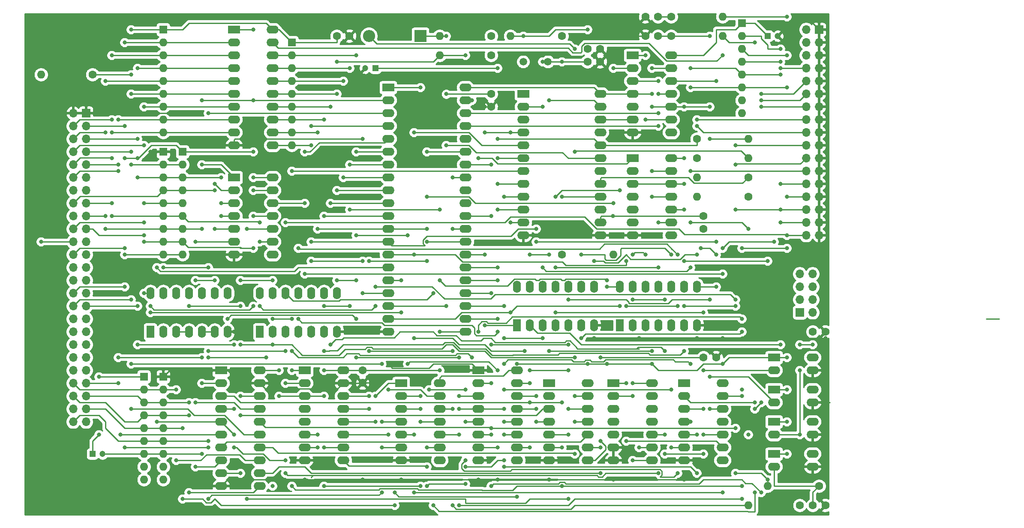
<source format=gbr>
%TF.GenerationSoftware,KiCad,Pcbnew,(5.1.10)-1*%
%TF.CreationDate,2022-02-01T13:34:57+01:00*%
%TF.ProjectId,TA8-FDC,5441382d-4644-4432-9e6b-696361645f70,rev?*%
%TF.SameCoordinates,Original*%
%TF.FileFunction,Copper,L2,Bot*%
%TF.FilePolarity,Positive*%
%FSLAX46Y46*%
G04 Gerber Fmt 4.6, Leading zero omitted, Abs format (unit mm)*
G04 Created by KiCad (PCBNEW (5.1.10)-1) date 2022-02-01 13:34:57*
%MOMM*%
%LPD*%
G01*
G04 APERTURE LIST*
%TA.AperFunction,ComponentPad*%
%ADD10O,1.600000X1.600000*%
%TD*%
%TA.AperFunction,ComponentPad*%
%ADD11C,1.600000*%
%TD*%
%TA.AperFunction,ComponentPad*%
%ADD12O,2.400000X1.600000*%
%TD*%
%TA.AperFunction,ComponentPad*%
%ADD13R,2.400000X1.600000*%
%TD*%
%TA.AperFunction,ComponentPad*%
%ADD14O,1.700000X1.700000*%
%TD*%
%TA.AperFunction,ComponentPad*%
%ADD15R,1.700000X1.700000*%
%TD*%
%TA.AperFunction,ComponentPad*%
%ADD16R,1.600000X1.600000*%
%TD*%
%TA.AperFunction,ComponentPad*%
%ADD17O,2.400000X2.400000*%
%TD*%
%TA.AperFunction,ComponentPad*%
%ADD18R,2.400000X2.400000*%
%TD*%
%TA.AperFunction,ComponentPad*%
%ADD19C,1.500000*%
%TD*%
%TA.AperFunction,ComponentPad*%
%ADD20C,1.200000*%
%TD*%
%TA.AperFunction,ComponentPad*%
%ADD21R,1.200000X1.200000*%
%TD*%
%TA.AperFunction,ComponentPad*%
%ADD22O,1.600000X2.400000*%
%TD*%
%TA.AperFunction,ComponentPad*%
%ADD23R,1.600000X2.400000*%
%TD*%
%TA.AperFunction,ViaPad*%
%ADD24C,0.800000*%
%TD*%
%TA.AperFunction,Conductor*%
%ADD25C,0.250000*%
%TD*%
%TA.AperFunction,Conductor*%
%ADD26C,0.254000*%
%TD*%
%TA.AperFunction,Conductor*%
%ADD27C,0.100000*%
%TD*%
G04 APERTURE END LIST*
D10*
%TO.P,R4,2*%
%TO.N,/~DRIVE1*%
X250190000Y-137160000D03*
D11*
%TO.P,R4,1*%
%TO.N,Net-(C5-Pad2)*%
X260350000Y-137160000D03*
%TD*%
D10*
%TO.P,R3,2*%
%TO.N,/~DRIVE3*%
X254000000Y-133350000D03*
D11*
%TO.P,R3,1*%
%TO.N,Net-(C7-Pad2)*%
X264160000Y-133350000D03*
%TD*%
D10*
%TO.P,R2,2*%
%TO.N,/~DRIVE2*%
X245110000Y-44450000D03*
D11*
%TO.P,R2,1*%
%TO.N,Net-(C6-Pad2)*%
X234950000Y-44450000D03*
%TD*%
D10*
%TO.P,R1,2*%
%TO.N,/~DRIVE0*%
X245110000Y-40640000D03*
D11*
%TO.P,R1,1*%
%TO.N,Net-(C4-Pad2)*%
X234950000Y-40640000D03*
%TD*%
%TO.P,C7,2*%
%TO.N,Net-(C7-Pad2)*%
X262930000Y-137160000D03*
%TO.P,C7,1*%
%TO.N,GND*%
X265430000Y-137160000D03*
%TD*%
%TO.P,C6,2*%
%TO.N,Net-(C6-Pad2)*%
X232370000Y-44450000D03*
%TO.P,C6,1*%
%TO.N,GND*%
X229870000Y-44450000D03*
%TD*%
%TO.P,C5,2*%
%TO.N,Net-(C5-Pad2)*%
X262930000Y-102870000D03*
%TO.P,C5,1*%
%TO.N,GND*%
X265430000Y-102870000D03*
%TD*%
%TO.P,C4,2*%
%TO.N,Net-(C4-Pad2)*%
X232370000Y-40640000D03*
%TO.P,C4,1*%
%TO.N,GND*%
X229870000Y-40640000D03*
%TD*%
D12*
%TO.P,U4,4*%
%TO.N,Net-(J2-Pad7)*%
X262890000Y-127000000D03*
%TO.P,U4,2*%
%TO.N,Net-(C7-Pad2)*%
X255270000Y-129540000D03*
%TO.P,U4,3*%
%TO.N,GND*%
X262890000Y-129540000D03*
D13*
%TO.P,U4,1*%
%TO.N,+5V*%
X255270000Y-127000000D03*
%TD*%
D12*
%TO.P,U3,4*%
%TO.N,Net-(J2-Pad3)*%
X262890000Y-120650000D03*
%TO.P,U3,2*%
%TO.N,Net-(C5-Pad2)*%
X255270000Y-123190000D03*
%TO.P,U3,3*%
%TO.N,GND*%
X262890000Y-123190000D03*
D13*
%TO.P,U3,1*%
%TO.N,+5V*%
X255270000Y-120650000D03*
%TD*%
D12*
%TO.P,U2,4*%
%TO.N,Net-(J2-Pad1)*%
X262890000Y-114300000D03*
%TO.P,U2,2*%
%TO.N,Net-(C4-Pad2)*%
X255270000Y-116840000D03*
%TO.P,U2,3*%
%TO.N,GND*%
X262890000Y-116840000D03*
D13*
%TO.P,U2,1*%
%TO.N,+5V*%
X255270000Y-114300000D03*
%TD*%
D14*
%TO.P,J2,8*%
%TO.N,/~READY*%
X262890000Y-91440000D03*
%TO.P,J2,7*%
%TO.N,Net-(J2-Pad7)*%
X260350000Y-91440000D03*
%TO.P,J2,6*%
%TO.N,/~READY*%
X262890000Y-93980000D03*
%TO.P,J2,5*%
%TO.N,Net-(J2-Pad5)*%
X260350000Y-93980000D03*
%TO.P,J2,4*%
%TO.N,/~READY*%
X262890000Y-96520000D03*
%TO.P,J2,3*%
%TO.N,Net-(J2-Pad3)*%
X260350000Y-96520000D03*
%TO.P,J2,2*%
%TO.N,/~READY*%
X262890000Y-99060000D03*
D15*
%TO.P,J2,1*%
%TO.N,Net-(J2-Pad1)*%
X260350000Y-99060000D03*
%TD*%
D12*
%TO.P,U5,4*%
%TO.N,Net-(J2-Pad5)*%
X262890000Y-107950000D03*
%TO.P,U5,2*%
%TO.N,Net-(C6-Pad2)*%
X255270000Y-110490000D03*
%TO.P,U5,3*%
%TO.N,GND*%
X262890000Y-110490000D03*
D13*
%TO.P,U5,1*%
%TO.N,+5V*%
X255270000Y-107950000D03*
%TD*%
D12*
%TO.P,IC105,14*%
%TO.N,+5V*%
X218440000Y-113030000D03*
%TO.P,IC105,7*%
%TO.N,GND*%
X210820000Y-128270000D03*
%TO.P,IC105,13*%
%TO.N,Net-(IC105-Pad13)*%
X218440000Y-115570000D03*
%TO.P,IC105,6*%
%TO.N,Net-(IC105-Pad6)*%
X210820000Y-125730000D03*
%TO.P,IC105,12*%
%TO.N,Net-(IC105-Pad12)*%
X218440000Y-118110000D03*
%TO.P,IC105,5*%
%TO.N,Net-(IC105-Pad5)*%
X210820000Y-123190000D03*
%TO.P,IC105,11*%
%TO.N,Net-(IC105-Pad11)*%
X218440000Y-120650000D03*
%TO.P,IC105,4*%
%TO.N,Net-(IC105-Pad4)*%
X210820000Y-120650000D03*
%TO.P,IC105,10*%
%TO.N,Net-(IC105-Pad10)*%
X218440000Y-123190000D03*
%TO.P,IC105,3*%
%TO.N,Net-(IC105-Pad3)*%
X210820000Y-118110000D03*
%TO.P,IC105,9*%
%TO.N,Net-(IC105-Pad9)*%
X218440000Y-125730000D03*
%TO.P,IC105,2*%
%TO.N,Net-(IC102-Pad1)*%
X210820000Y-115570000D03*
%TO.P,IC105,8*%
%TO.N,Net-(IC105-Pad8)*%
X218440000Y-128270000D03*
D13*
%TO.P,IC105,1*%
%TO.N,Net-(IC102-Pad1)*%
X210820000Y-113030000D03*
%TD*%
D12*
%TO.P,IC10,24*%
%TO.N,+5V*%
X220980000Y-55880000D03*
%TO.P,IC10,12*%
%TO.N,GND*%
X205740000Y-83820000D03*
%TO.P,IC10,23*%
%TO.N,Net-(IC10-Pad23)*%
X220980000Y-58420000D03*
%TO.P,IC10,11*%
%TO.N,Net-(IC10-Pad11)*%
X205740000Y-81280000D03*
%TO.P,IC10,22*%
%TO.N,Net-(IC10-Pad22)*%
X220980000Y-60960000D03*
%TO.P,IC10,10*%
%TO.N,Net-(IC10-Pad10)*%
X205740000Y-78740000D03*
%TO.P,IC10,21*%
%TO.N,N/C*%
X220980000Y-63500000D03*
%TO.P,IC10,9*%
%TO.N,Net-(IC10-Pad9)*%
X205740000Y-76200000D03*
%TO.P,IC10,20*%
%TO.N,Net-(C101-Pad1)*%
X220980000Y-66040000D03*
%TO.P,IC10,8*%
%TO.N,Net-(IC10-Pad8)*%
X205740000Y-73660000D03*
%TO.P,IC10,19*%
%TO.N,Net-(IC10-Pad19)*%
X220980000Y-68580000D03*
%TO.P,IC10,7*%
%TO.N,Net-(IC10-Pad7)*%
X205740000Y-71120000D03*
%TO.P,IC10,18*%
%TO.N,N/C*%
X220980000Y-71120000D03*
%TO.P,IC10,6*%
%TO.N,Net-(IC10-Pad6)*%
X205740000Y-68580000D03*
%TO.P,IC10,17*%
%TO.N,Net-(IC10-Pad17)*%
X220980000Y-73660000D03*
%TO.P,IC10,5*%
%TO.N,Net-(IC10-Pad5)*%
X205740000Y-66040000D03*
%TO.P,IC10,16*%
%TO.N,Net-(IC10-Pad16)*%
X220980000Y-76200000D03*
%TO.P,IC10,4*%
%TO.N,Net-(IC10-Pad11)*%
X205740000Y-63500000D03*
%TO.P,IC10,15*%
%TO.N,Net-(C103-Pad1)*%
X220980000Y-78740000D03*
%TO.P,IC10,3*%
%TO.N,Net-(IC10-Pad3)*%
X205740000Y-60960000D03*
%TO.P,IC10,14*%
%TO.N,Net-(C105-Pad2)*%
X220980000Y-81280000D03*
%TO.P,IC10,2*%
%TO.N,Net-(C104-Pad1)*%
X205740000Y-58420000D03*
%TO.P,IC10,13*%
%TO.N,GND*%
X220980000Y-83820000D03*
D13*
%TO.P,IC10,1*%
%TO.N,Net-(C107-Pad1)*%
X205740000Y-55880000D03*
%TD*%
D14*
%TO.P,J1,34*%
%TO.N,/~READY*%
X261620000Y-83820000D03*
%TO.P,J1,33*%
%TO.N,GND*%
X264160000Y-83820000D03*
%TO.P,J1,32*%
%TO.N,/~SIDE*%
X261620000Y-81280000D03*
%TO.P,J1,31*%
%TO.N,GND*%
X264160000Y-81280000D03*
%TO.P,J1,30*%
%TO.N,/~READ_DATA*%
X261620000Y-78740000D03*
%TO.P,J1,29*%
%TO.N,GND*%
X264160000Y-78740000D03*
%TO.P,J1,28*%
%TO.N,/~PROTECT*%
X261620000Y-76200000D03*
%TO.P,J1,27*%
%TO.N,GND*%
X264160000Y-76200000D03*
%TO.P,J1,26*%
%TO.N,/~TRACK_0*%
X261620000Y-73660000D03*
%TO.P,J1,25*%
%TO.N,GND*%
X264160000Y-73660000D03*
%TO.P,J1,24*%
%TO.N,/~WRITE_GATE*%
X261620000Y-71120000D03*
%TO.P,J1,23*%
%TO.N,GND*%
X264160000Y-71120000D03*
%TO.P,J1,22*%
%TO.N,/~WRITE_DATA*%
X261620000Y-68580000D03*
%TO.P,J1,21*%
%TO.N,GND*%
X264160000Y-68580000D03*
%TO.P,J1,20*%
%TO.N,/~STEP*%
X261620000Y-66040000D03*
%TO.P,J1,19*%
%TO.N,GND*%
X264160000Y-66040000D03*
%TO.P,J1,18*%
%TO.N,/~DIRECTION*%
X261620000Y-63500000D03*
%TO.P,J1,17*%
%TO.N,GND*%
X264160000Y-63500000D03*
%TO.P,J1,16*%
%TO.N,/~MOTOR_ON*%
X261620000Y-60960000D03*
%TO.P,J1,15*%
%TO.N,GND*%
X264160000Y-60960000D03*
%TO.P,J1,14*%
%TO.N,/~DRIVE2*%
X261620000Y-58420000D03*
%TO.P,J1,13*%
%TO.N,GND*%
X264160000Y-58420000D03*
%TO.P,J1,12*%
%TO.N,/~DRIVE1*%
X261620000Y-55880000D03*
%TO.P,J1,11*%
%TO.N,GND*%
X264160000Y-55880000D03*
%TO.P,J1,10*%
%TO.N,/~DRIVE0*%
X261620000Y-53340000D03*
%TO.P,J1,9*%
%TO.N,GND*%
X264160000Y-53340000D03*
%TO.P,J1,8*%
%TO.N,/~INDEX*%
X261620000Y-50800000D03*
%TO.P,J1,7*%
%TO.N,GND*%
X264160000Y-50800000D03*
%TO.P,J1,6*%
%TO.N,/~DRIVE3*%
X261620000Y-48260000D03*
%TO.P,J1,5*%
%TO.N,GND*%
X264160000Y-48260000D03*
%TO.P,J1,4*%
%TO.N,N/C*%
X261620000Y-45720000D03*
%TO.P,J1,3*%
%TO.N,GND*%
X264160000Y-45720000D03*
%TO.P,J1,2*%
%TO.N,N/C*%
X261620000Y-43180000D03*
D15*
%TO.P,J1,1*%
%TO.N,GND*%
X264160000Y-43180000D03*
%TD*%
D12*
%TO.P,IC109,14*%
%TO.N,+5V*%
X234950000Y-68580000D03*
%TO.P,IC109,7*%
%TO.N,GND*%
X227330000Y-83820000D03*
%TO.P,IC109,13*%
%TO.N,Net-(IC109-Pad13)*%
X234950000Y-71120000D03*
%TO.P,IC109,6*%
%TO.N,N/C*%
X227330000Y-81280000D03*
%TO.P,IC109,12*%
%TO.N,Net-(IC108-Pad6)*%
X234950000Y-73660000D03*
%TO.P,IC109,5*%
%TO.N,N/C*%
X227330000Y-78740000D03*
%TO.P,IC109,11*%
%TO.N,Net-(IC109-Pad11)*%
X234950000Y-76200000D03*
%TO.P,IC109,4*%
%TO.N,N/C*%
X227330000Y-76200000D03*
%TO.P,IC109,10*%
%TO.N,Net-(IC108-Pad6)*%
X234950000Y-78740000D03*
%TO.P,IC109,3*%
X227330000Y-73660000D03*
%TO.P,IC109,9*%
%TO.N,Net-(IC109-Pad9)*%
X234950000Y-81280000D03*
%TO.P,IC109,2*%
%TO.N,Net-(IC109-Pad1)*%
X227330000Y-71120000D03*
%TO.P,IC109,8*%
%TO.N,Net-(IC109-Pad8)*%
X234950000Y-83820000D03*
D13*
%TO.P,IC109,1*%
%TO.N,Net-(IC109-Pad1)*%
X227330000Y-68580000D03*
%TD*%
D12*
%TO.P,IC102,14*%
%TO.N,+5V*%
X234950000Y-48260000D03*
%TO.P,IC102,7*%
%TO.N,GND*%
X227330000Y-63500000D03*
%TO.P,IC102,13*%
%TO.N,+5V*%
X234950000Y-50800000D03*
%TO.P,IC102,6*%
%TO.N,Net-(IC10-Pad22)*%
X227330000Y-60960000D03*
%TO.P,IC102,12*%
%TO.N,Net-(IC102-Pad12)*%
X234950000Y-53340000D03*
%TO.P,IC102,5*%
%TO.N,N/C*%
X227330000Y-58420000D03*
%TO.P,IC102,11*%
%TO.N,Net-(IC102-Pad11)*%
X234950000Y-55880000D03*
%TO.P,IC102,4*%
%TO.N,+5V*%
X227330000Y-55880000D03*
%TO.P,IC102,10*%
X234950000Y-58420000D03*
%TO.P,IC102,3*%
%TO.N,Net-(IC102-Pad11)*%
X227330000Y-53340000D03*
%TO.P,IC102,9*%
%TO.N,Net-(IC102-Pad1)*%
X234950000Y-60960000D03*
%TO.P,IC102,2*%
%TO.N,Net-(IC102-Pad2)*%
X227330000Y-50800000D03*
%TO.P,IC102,8*%
%TO.N,N/C*%
X234950000Y-63500000D03*
D13*
%TO.P,IC102,1*%
%TO.N,Net-(IC102-Pad1)*%
X227330000Y-48260000D03*
%TD*%
D12*
%TO.P,IC108,16*%
%TO.N,+5V*%
X204470000Y-110490000D03*
%TO.P,IC108,8*%
%TO.N,GND*%
X196850000Y-128270000D03*
%TO.P,IC108,15*%
%TO.N,Net-(IC103-Pad8)*%
X204470000Y-113030000D03*
%TO.P,IC108,7*%
%TO.N,Net-(IC108-Pad7)*%
X196850000Y-125730000D03*
%TO.P,IC108,14*%
%TO.N,Net-(IC10-Pad23)*%
X204470000Y-115570000D03*
%TO.P,IC108,6*%
%TO.N,Net-(IC108-Pad6)*%
X196850000Y-123190000D03*
%TO.P,IC108,13*%
%TO.N,Net-(IC102-Pad12)*%
X204470000Y-118110000D03*
%TO.P,IC108,5*%
%TO.N,Net-(IC108-Pad5)*%
X196850000Y-120650000D03*
%TO.P,IC108,12*%
%TO.N,Net-(IC108-Pad12)*%
X204470000Y-120650000D03*
%TO.P,IC108,4*%
X196850000Y-118110000D03*
%TO.P,IC108,11*%
%TO.N,Net-(IC102-Pad2)*%
X204470000Y-123190000D03*
%TO.P,IC108,3*%
%TO.N,Net-(IC108-Pad3)*%
X196850000Y-115570000D03*
%TO.P,IC108,10*%
%TO.N,Net-(IC103-Pad12)*%
X204470000Y-125730000D03*
%TO.P,IC108,2*%
%TO.N,Net-(IC103-Pad9)*%
X196850000Y-113030000D03*
%TO.P,IC108,9*%
%TO.N,Net-(IC108-Pad9)*%
X204470000Y-128270000D03*
D13*
%TO.P,IC108,1*%
%TO.N,GND*%
X196850000Y-110490000D03*
%TD*%
D12*
%TO.P,U16,20*%
%TO.N,+5V*%
X153670000Y-110490000D03*
%TO.P,U16,10*%
%TO.N,GND*%
X146050000Y-133350000D03*
%TO.P,U16,19*%
X153670000Y-113030000D03*
%TO.P,U16,9*%
%TO.N,Net-(IC105-Pad3)*%
X146050000Y-130810000D03*
%TO.P,U16,18*%
%TO.N,Net-(IC105-Pad13)*%
X153670000Y-115570000D03*
%TO.P,U16,8*%
%TO.N,/A5*%
X146050000Y-128270000D03*
%TO.P,U16,17*%
%TO.N,/~WR*%
X153670000Y-118110000D03*
%TO.P,U16,7*%
%TO.N,Net-(IC105-Pad10)*%
X146050000Y-125730000D03*
%TO.P,U16,16*%
%TO.N,Net-(IC103-Pad9)*%
X153670000Y-120650000D03*
%TO.P,U16,6*%
%TO.N,/A7*%
X146050000Y-123190000D03*
%TO.P,U16,15*%
%TO.N,/~DACK2*%
X153670000Y-123190000D03*
%TO.P,U16,5*%
%TO.N,Net-(IC110-Pad2)*%
X146050000Y-120650000D03*
%TO.P,U16,14*%
%TO.N,Net-(IC105-Pad11)*%
X153670000Y-125730000D03*
%TO.P,U16,4*%
%TO.N,/~RD*%
X146050000Y-118110000D03*
%TO.P,U16,13*%
%TO.N,/A6*%
X153670000Y-128270000D03*
%TO.P,U16,3*%
%TO.N,Net-(IC103-Pad12)*%
X146050000Y-115570000D03*
%TO.P,U16,12*%
%TO.N,Net-(IC105-Pad9)*%
X153670000Y-130810000D03*
%TO.P,U16,2*%
%TO.N,/~RESET*%
X146050000Y-113030000D03*
%TO.P,U16,11*%
%TO.N,/A4*%
X153670000Y-133350000D03*
D13*
%TO.P,U16,1*%
%TO.N,GND*%
X146050000Y-110490000D03*
%TD*%
D12*
%TO.P,U1,14*%
%TO.N,+5V*%
X231140000Y-113030000D03*
%TO.P,U1,7*%
%TO.N,GND*%
X223520000Y-128270000D03*
%TO.P,U1,13*%
%TO.N,N/C*%
X231140000Y-115570000D03*
%TO.P,U1,6*%
%TO.N,GND*%
X223520000Y-125730000D03*
%TO.P,U1,12*%
%TO.N,N/C*%
X231140000Y-118110000D03*
%TO.P,U1,5*%
%TO.N,+5V*%
X223520000Y-123190000D03*
%TO.P,U1,11*%
%TO.N,N/C*%
X231140000Y-120650000D03*
%TO.P,U1,4*%
%TO.N,+5V*%
X223520000Y-120650000D03*
%TO.P,U1,10*%
%TO.N,Net-(IC112-Pad10)*%
X231140000Y-123190000D03*
%TO.P,U1,3*%
%TO.N,+5V*%
X223520000Y-118110000D03*
%TO.P,U1,9*%
%TO.N,Net-(IC10-Pad3)*%
X231140000Y-125730000D03*
%TO.P,U1,2*%
%TO.N,+5V*%
X223520000Y-115570000D03*
%TO.P,U1,8*%
X231140000Y-128270000D03*
D13*
%TO.P,U1,1*%
%TO.N,Net-(IC10-Pad5)*%
X223520000Y-113030000D03*
%TD*%
D12*
%TO.P,IC116,14*%
%TO.N,+5V*%
X156210000Y-72390000D03*
%TO.P,IC116,7*%
%TO.N,GND*%
X148590000Y-87630000D03*
%TO.P,IC116,13*%
%TO.N,/A0*%
X156210000Y-74930000D03*
%TO.P,IC116,6*%
%TO.N,Net-(IC110-Pad9)*%
X148590000Y-85090000D03*
%TO.P,IC116,12*%
%TO.N,Net-(IC116-Pad12)*%
X156210000Y-77470000D03*
%TO.P,IC116,5*%
%TO.N,/~SIOR*%
X148590000Y-82550000D03*
%TO.P,IC116,11*%
%TO.N,/~IORQ*%
X156210000Y-80010000D03*
%TO.P,IC116,4*%
%TO.N,Net-(IC110-Pad5)*%
X148590000Y-80010000D03*
%TO.P,IC116,10*%
%TO.N,Net-(IC105-Pad5)*%
X156210000Y-82550000D03*
%TO.P,IC116,3*%
%TO.N,/~TC*%
X148590000Y-77470000D03*
%TO.P,IC116,9*%
%TO.N,/~SIOW*%
X156210000Y-85090000D03*
%TO.P,IC116,2*%
%TO.N,Net-(IC106-Pad2)*%
X148590000Y-74930000D03*
%TO.P,IC116,8*%
%TO.N,Net-(IC110-Pad11)*%
X156210000Y-87630000D03*
D13*
%TO.P,IC116,1*%
%TO.N,/A3*%
X148590000Y-72390000D03*
%TD*%
D10*
%TO.P,RN1,8*%
%TO.N,N/C*%
X248920000Y-59690000D03*
%TO.P,RN1,7*%
X248920000Y-57150000D03*
%TO.P,RN1,6*%
%TO.N,/~READY*%
X248920000Y-54610000D03*
%TO.P,RN1,5*%
%TO.N,/~INDEX*%
X248920000Y-52070000D03*
%TO.P,RN1,4*%
%TO.N,/~TRACK_0*%
X248920000Y-49530000D03*
%TO.P,RN1,3*%
%TO.N,/~PROTECT*%
X248920000Y-46990000D03*
%TO.P,RN1,2*%
%TO.N,/~READ_DATA*%
X248920000Y-44450000D03*
D16*
%TO.P,RN1,1*%
%TO.N,+5V*%
X248920000Y-41910000D03*
%TD*%
D10*
%TO.P,R107,2*%
%TO.N,Net-(C105-Pad2)*%
X223520000Y-87630000D03*
D11*
%TO.P,R107,1*%
%TO.N,Net-(IC10-Pad16)*%
X213360000Y-87630000D03*
%TD*%
D10*
%TO.P,R142,2*%
%TO.N,/OUTDV2*%
X110490000Y-52070000D03*
D11*
%TO.P,R142,1*%
%TO.N,+5V*%
X120650000Y-52070000D03*
%TD*%
D10*
%TO.P,R108,2*%
%TO.N,Net-(C107-Pad1)*%
X203200000Y-44450000D03*
D11*
%TO.P,R108,1*%
%TO.N,Net-(C104-Pad1)*%
X213360000Y-44450000D03*
%TD*%
D10*
%TO.P,R106,2*%
%TO.N,Net-(D101-Pad2)*%
X250190000Y-68580000D03*
D11*
%TO.P,R106,1*%
%TO.N,Net-(C105-Pad2)*%
X240030000Y-68580000D03*
%TD*%
D10*
%TO.P,R105,2*%
%TO.N,Net-(C105-Pad2)*%
X240030000Y-72390000D03*
D11*
%TO.P,R105,1*%
%TO.N,Net-(IC10-Pad17)*%
X250190000Y-72390000D03*
%TD*%
D10*
%TO.P,R104,2*%
%TO.N,Net-(C105-Pad1)*%
X240030000Y-76200000D03*
D11*
%TO.P,R104,1*%
%TO.N,Net-(IC10-Pad17)*%
X250190000Y-76200000D03*
%TD*%
D10*
%TO.P,R103,2*%
%TO.N,+5V*%
X250190000Y-64770000D03*
D11*
%TO.P,R103,1*%
%TO.N,Net-(C101-Pad1)*%
X240030000Y-64770000D03*
%TD*%
D10*
%TO.P,R102,2*%
%TO.N,Net-(C102-Pad2)*%
X189230000Y-44450000D03*
D11*
%TO.P,R102,1*%
%TO.N,Net-(IC10-Pad6)*%
X199390000Y-44450000D03*
%TD*%
D10*
%TO.P,R101,2*%
%TO.N,+5V*%
X189230000Y-48260000D03*
D11*
%TO.P,R101,1*%
%TO.N,Net-(IC10-Pad11)*%
X199390000Y-48260000D03*
%TD*%
D17*
%TO.P,D101,2*%
%TO.N,Net-(D101-Pad2)*%
X175260000Y-44450000D03*
D18*
%TO.P,D101,1*%
%TO.N,Net-(C102-Pad2)*%
X185420000Y-44450000D03*
%TD*%
D19*
%TO.P,CY101,2*%
%TO.N,Net-(C104-Pad1)*%
X210620000Y-49530000D03*
%TO.P,CY101,1*%
%TO.N,Net-(C107-Pad1)*%
X205740000Y-49530000D03*
%TD*%
D11*
%TO.P,C107,2*%
%TO.N,GND*%
X220940000Y-46990000D03*
%TO.P,C107,1*%
%TO.N,Net-(C107-Pad1)*%
X218440000Y-46990000D03*
%TD*%
%TO.P,C106,2*%
%TO.N,GND*%
X173990000Y-112990000D03*
%TO.P,C106,1*%
%TO.N,+5V*%
X173990000Y-110490000D03*
%TD*%
%TO.P,C105,2*%
%TO.N,Net-(C105-Pad2)*%
X241300000Y-80050000D03*
%TO.P,C105,1*%
%TO.N,Net-(C105-Pad1)*%
X241300000Y-82550000D03*
%TD*%
%TO.P,C104,2*%
%TO.N,GND*%
X220940000Y-49530000D03*
%TO.P,C104,1*%
%TO.N,Net-(C104-Pad1)*%
X218440000Y-49530000D03*
%TD*%
%TO.P,C103,2*%
%TO.N,GND*%
X243840000Y-107950000D03*
%TO.P,C103,1*%
%TO.N,Net-(C103-Pad1)*%
X241340000Y-107950000D03*
%TD*%
%TO.P,C102,2*%
%TO.N,Net-(C102-Pad2)*%
X199390000Y-55920000D03*
%TO.P,C102,1*%
%TO.N,GND*%
X199390000Y-58420000D03*
%TD*%
D20*
%TO.P,C101,2*%
%TO.N,GND*%
X174530000Y-50800000D03*
D21*
%TO.P,C101,1*%
%TO.N,Net-(C101-Pad1)*%
X176530000Y-50800000D03*
%TD*%
D20*
%TO.P,C3,2*%
%TO.N,GND*%
X256000000Y-44450000D03*
D21*
%TO.P,C3,1*%
%TO.N,+5V*%
X254000000Y-44450000D03*
%TD*%
D11*
%TO.P,C2,2*%
%TO.N,GND*%
X171410000Y-44450000D03*
%TO.P,C2,1*%
%TO.N,+5V*%
X168910000Y-44450000D03*
%TD*%
D20*
%TO.P,C1,2*%
%TO.N,/~RESET*%
X122650000Y-127000000D03*
D21*
%TO.P,C1,1*%
%TO.N,+5V*%
X120650000Y-127000000D03*
%TD*%
D10*
%TO.P,RA106,9*%
%TO.N,/A7*%
X134620000Y-87630000D03*
%TO.P,RA106,8*%
%TO.N,/~IORQ*%
X134620000Y-85090000D03*
%TO.P,RA106,7*%
%TO.N,/~WR*%
X134620000Y-82550000D03*
%TO.P,RA106,6*%
%TO.N,/~SIOW*%
X134620000Y-80010000D03*
%TO.P,RA106,5*%
%TO.N,/~RD*%
X134620000Y-77470000D03*
%TO.P,RA106,4*%
%TO.N,/~SIOR*%
X134620000Y-74930000D03*
%TO.P,RA106,3*%
%TO.N,/~TC*%
X134620000Y-72390000D03*
%TO.P,RA106,2*%
%TO.N,/~DACK2*%
X134620000Y-69850000D03*
D16*
%TO.P,RA106,1*%
%TO.N,GND*%
X134620000Y-67310000D03*
%TD*%
D10*
%TO.P,RA102,9*%
%TO.N,/D7*%
X134620000Y-63500000D03*
%TO.P,RA102,8*%
%TO.N,/D6*%
X134620000Y-60960000D03*
%TO.P,RA102,7*%
%TO.N,/D5*%
X134620000Y-58420000D03*
%TO.P,RA102,6*%
%TO.N,/D4*%
X134620000Y-55880000D03*
%TO.P,RA102,5*%
%TO.N,/D3*%
X134620000Y-53340000D03*
%TO.P,RA102,4*%
%TO.N,/D2*%
X134620000Y-50800000D03*
%TO.P,RA102,3*%
%TO.N,/D1*%
X134620000Y-48260000D03*
%TO.P,RA102,2*%
%TO.N,/D0*%
X134620000Y-45720000D03*
D16*
%TO.P,RA102,1*%
%TO.N,+5V*%
X134620000Y-43180000D03*
%TD*%
D10*
%TO.P,RA101,9*%
%TO.N,Net-(IC102-Pad12)*%
X160020000Y-66040000D03*
%TO.P,RA101,8*%
%TO.N,Net-(IC102-Pad2)*%
X160020000Y-63500000D03*
%TO.P,RA101,7*%
%TO.N,Net-(IC107-Pad13)*%
X160020000Y-60960000D03*
%TO.P,RA101,6*%
%TO.N,Net-(IC107-Pad14)*%
X160020000Y-58420000D03*
%TO.P,RA101,5*%
%TO.N,Net-(IC107-Pad15)*%
X160020000Y-55880000D03*
%TO.P,RA101,4*%
%TO.N,Net-(IC107-Pad16)*%
X160020000Y-53340000D03*
%TO.P,RA101,3*%
%TO.N,Net-(IC107-Pad17)*%
X160020000Y-50800000D03*
%TO.P,RA101,2*%
%TO.N,Net-(IC107-Pad18)*%
X160020000Y-48260000D03*
D16*
%TO.P,RA101,1*%
%TO.N,+5V*%
X160020000Y-45720000D03*
%TD*%
D10*
%TO.P,RA3,9*%
%TO.N,/A7*%
X138430000Y-87630000D03*
%TO.P,RA3,8*%
%TO.N,/~IORQ*%
X138430000Y-85090000D03*
%TO.P,RA3,7*%
%TO.N,/~WR*%
X138430000Y-82550000D03*
%TO.P,RA3,6*%
%TO.N,/~SIOW*%
X138430000Y-80010000D03*
%TO.P,RA3,5*%
%TO.N,/~RD*%
X138430000Y-77470000D03*
%TO.P,RA3,4*%
%TO.N,/~SIOR*%
X138430000Y-74930000D03*
%TO.P,RA3,3*%
%TO.N,/~TC*%
X138430000Y-72390000D03*
%TO.P,RA3,2*%
%TO.N,/~DACK2*%
X138430000Y-69850000D03*
D16*
%TO.P,RA3,1*%
%TO.N,+5V*%
X138430000Y-67310000D03*
%TD*%
D10*
%TO.P,RA2,9*%
%TO.N,N/C*%
X130810000Y-132080000D03*
%TO.P,RA2,8*%
X130810000Y-129540000D03*
%TO.P,RA2,7*%
%TO.N,/~RESET*%
X130810000Y-127000000D03*
%TO.P,RA2,6*%
%TO.N,/A0*%
X130810000Y-124460000D03*
%TO.P,RA2,5*%
%TO.N,/A3*%
X130810000Y-121920000D03*
%TO.P,RA2,4*%
%TO.N,/A4*%
X130810000Y-119380000D03*
%TO.P,RA2,3*%
%TO.N,/A5*%
X130810000Y-116840000D03*
%TO.P,RA2,2*%
%TO.N,/A6*%
X130810000Y-114300000D03*
D16*
%TO.P,RA2,1*%
%TO.N,+5V*%
X130810000Y-111760000D03*
%TD*%
D10*
%TO.P,RA1,9*%
%TO.N,N/C*%
X134620000Y-132080000D03*
%TO.P,RA1,8*%
X134620000Y-129540000D03*
%TO.P,RA1,7*%
%TO.N,/~RESET*%
X134620000Y-127000000D03*
%TO.P,RA1,6*%
%TO.N,/A0*%
X134620000Y-124460000D03*
%TO.P,RA1,5*%
%TO.N,/A3*%
X134620000Y-121920000D03*
%TO.P,RA1,4*%
%TO.N,/A4*%
X134620000Y-119380000D03*
%TO.P,RA1,3*%
%TO.N,/A5*%
X134620000Y-116840000D03*
%TO.P,RA1,2*%
%TO.N,/A6*%
X134620000Y-114300000D03*
D16*
%TO.P,RA1,1*%
%TO.N,GND*%
X134620000Y-111760000D03*
%TD*%
D12*
%TO.P,LSI101,40*%
%TO.N,+5V*%
X194310000Y-54610000D03*
%TO.P,LSI101,20*%
%TO.N,GND*%
X179070000Y-102870000D03*
%TO.P,LSI101,39*%
%TO.N,Net-(IC109-Pad1)*%
X194310000Y-57150000D03*
%TO.P,LSI101,19*%
%TO.N,Net-(IC10-Pad3)*%
X179070000Y-100330000D03*
%TO.P,LSI101,38*%
%TO.N,Net-(IC109-Pad13)*%
X194310000Y-59690000D03*
%TO.P,LSI101,18*%
%TO.N,Net-(IC108-Pad12)*%
X179070000Y-97790000D03*
%TO.P,LSI101,37*%
%TO.N,Net-(IC109-Pad9)*%
X194310000Y-62230000D03*
%TO.P,LSI101,17*%
%TO.N,Net-(IC113-Pad10)*%
X179070000Y-95250000D03*
%TO.P,LSI101,36*%
%TO.N,N/C*%
X194310000Y-64770000D03*
%TO.P,LSI101,16*%
%TO.N,Net-(IC110-Pad1)*%
X179070000Y-92710000D03*
%TO.P,LSI101,35*%
%TO.N,Net-(IC113-Pad12)*%
X194310000Y-67310000D03*
%TO.P,LSI101,15*%
%TO.N,Net-(IC110-Pad2)*%
X179070000Y-90170000D03*
%TO.P,LSI101,34*%
%TO.N,Net-(IC112-Pad6)*%
X194310000Y-69850000D03*
%TO.P,LSI101,14*%
%TO.N,Net-(IC10-Pad5)*%
X179070000Y-87630000D03*
%TO.P,LSI101,33*%
%TO.N,Net-(IC112-Pad3)*%
X194310000Y-72390000D03*
%TO.P,LSI101,13*%
%TO.N,Net-(IC102-Pad12)*%
X179070000Y-85090000D03*
%TO.P,LSI101,32*%
%TO.N,N/C*%
X194310000Y-74930000D03*
%TO.P,LSI101,12*%
%TO.N,Net-(IC102-Pad2)*%
X179070000Y-82550000D03*
%TO.P,LSI101,31*%
%TO.N,N/C*%
X194310000Y-77470000D03*
%TO.P,LSI101,11*%
%TO.N,Net-(IC107-Pad13)*%
X179070000Y-80010000D03*
%TO.P,LSI101,30*%
%TO.N,Net-(IC117-Pad5)*%
X194310000Y-80010000D03*
%TO.P,LSI101,10*%
%TO.N,Net-(IC107-Pad14)*%
X179070000Y-77470000D03*
%TO.P,LSI101,29*%
%TO.N,Net-(IC106-Pad13)*%
X194310000Y-82550000D03*
%TO.P,LSI101,9*%
%TO.N,Net-(IC107-Pad15)*%
X179070000Y-74930000D03*
%TO.P,LSI101,28*%
%TO.N,Net-(IC106-Pad14)*%
X194310000Y-85090000D03*
%TO.P,LSI101,8*%
%TO.N,Net-(IC107-Pad16)*%
X179070000Y-72390000D03*
%TO.P,LSI101,27*%
%TO.N,Net-(IC117-Pad1)*%
X194310000Y-87630000D03*
%TO.P,LSI101,7*%
%TO.N,Net-(IC107-Pad17)*%
X179070000Y-69850000D03*
%TO.P,LSI101,26*%
%TO.N,Net-(IC10-Pad10)*%
X194310000Y-90170000D03*
%TO.P,LSI101,6*%
%TO.N,Net-(IC107-Pad18)*%
X179070000Y-67310000D03*
%TO.P,LSI101,25*%
%TO.N,Net-(IC117-Pad3)*%
X194310000Y-92710000D03*
%TO.P,LSI101,5*%
%TO.N,Net-(IC116-Pad12)*%
X179070000Y-64770000D03*
%TO.P,LSI101,24*%
%TO.N,Net-(IC10-Pad6)*%
X194310000Y-95250000D03*
%TO.P,LSI101,4*%
%TO.N,Net-(IC106-Pad6)*%
X179070000Y-62230000D03*
%TO.P,LSI101,23*%
%TO.N,Net-(IC10-Pad9)*%
X194310000Y-97790000D03*
%TO.P,LSI101,3*%
%TO.N,Net-(IC110-Pad13)*%
X179070000Y-59690000D03*
%TO.P,LSI101,22*%
%TO.N,Net-(IC10-Pad8)*%
X194310000Y-100330000D03*
%TO.P,LSI101,2*%
%TO.N,Net-(IC107-Pad1)*%
X179070000Y-57150000D03*
%TO.P,LSI101,21*%
%TO.N,Net-(IC10-Pad19)*%
X194310000Y-102870000D03*
D13*
%TO.P,LSI101,1*%
%TO.N,Net-(IC105-Pad12)*%
X179070000Y-54610000D03*
%TD*%
D14*
%TO.P,JCNB103,50*%
%TO.N,/A0*%
X116840000Y-120650000D03*
%TO.P,JCNB103,49*%
%TO.N,N/C*%
X119380000Y-120650000D03*
%TO.P,JCNB103,48*%
X116840000Y-118110000D03*
%TO.P,JCNB103,47*%
%TO.N,/A3*%
X119380000Y-118110000D03*
%TO.P,JCNB103,46*%
%TO.N,/A4*%
X116840000Y-115570000D03*
%TO.P,JCNB103,45*%
%TO.N,/A5*%
X119380000Y-115570000D03*
%TO.P,JCNB103,44*%
%TO.N,/A6*%
X116840000Y-113030000D03*
%TO.P,JCNB103,43*%
%TO.N,/A7*%
X119380000Y-113030000D03*
%TO.P,JCNB103,42*%
%TO.N,N/C*%
X116840000Y-110490000D03*
%TO.P,JCNB103,41*%
X119380000Y-110490000D03*
%TO.P,JCNB103,40*%
X116840000Y-107950000D03*
%TO.P,JCNB103,39*%
X119380000Y-107950000D03*
%TO.P,JCNB103,38*%
X116840000Y-105410000D03*
%TO.P,JCNB103,37*%
X119380000Y-105410000D03*
%TO.P,JCNB103,36*%
X116840000Y-102870000D03*
%TO.P,JCNB103,35*%
X119380000Y-102870000D03*
%TO.P,JCNB103,34*%
X116840000Y-100330000D03*
%TO.P,JCNB103,33*%
X119380000Y-100330000D03*
%TO.P,JCNB103,32*%
%TO.N,/~DACK2*%
X116840000Y-97790000D03*
%TO.P,JCNB103,31*%
%TO.N,/~TC*%
X119380000Y-97790000D03*
%TO.P,JCNB103,30*%
%TO.N,/DRQ2*%
X116840000Y-95250000D03*
%TO.P,JCNB103,29*%
%TO.N,N/C*%
X119380000Y-95250000D03*
%TO.P,JCNB103,28*%
X116840000Y-92710000D03*
%TO.P,JCNB103,27*%
X119380000Y-92710000D03*
%TO.P,JCNB103,26*%
X116840000Y-90170000D03*
%TO.P,JCNB103,25*%
X119380000Y-90170000D03*
%TO.P,JCNB103,24*%
%TO.N,/~EXTINT1*%
X116840000Y-87630000D03*
%TO.P,JCNB103,23*%
%TO.N,N/C*%
X119380000Y-87630000D03*
%TO.P,JCNB103,22*%
%TO.N,/OUTDV2*%
X116840000Y-85090000D03*
%TO.P,JCNB103,21*%
%TO.N,N/C*%
X119380000Y-85090000D03*
%TO.P,JCNB103,20*%
%TO.N,/~RD*%
X116840000Y-82550000D03*
%TO.P,JCNB103,19*%
%TO.N,/~IORQ*%
X119380000Y-82550000D03*
%TO.P,JCNB103,18*%
%TO.N,N/C*%
X116840000Y-80010000D03*
%TO.P,JCNB103,17*%
%TO.N,/~WR*%
X119380000Y-80010000D03*
%TO.P,JCNB103,16*%
%TO.N,/~SIOR*%
X116840000Y-77470000D03*
%TO.P,JCNB103,15*%
%TO.N,/~SIOW*%
X119380000Y-77470000D03*
%TO.P,JCNB103,14*%
%TO.N,N/C*%
X116840000Y-74930000D03*
%TO.P,JCNB103,13*%
X119380000Y-74930000D03*
%TO.P,JCNB103,12*%
%TO.N,/~RESET*%
X116840000Y-72390000D03*
%TO.P,JCNB103,11*%
%TO.N,N/C*%
X119380000Y-72390000D03*
%TO.P,JCNB103,10*%
%TO.N,/D7*%
X116840000Y-69850000D03*
%TO.P,JCNB103,9*%
%TO.N,/D6*%
X119380000Y-69850000D03*
%TO.P,JCNB103,8*%
%TO.N,/D5*%
X116840000Y-67310000D03*
%TO.P,JCNB103,7*%
%TO.N,/D4*%
X119380000Y-67310000D03*
%TO.P,JCNB103,6*%
%TO.N,/D3*%
X116840000Y-64770000D03*
%TO.P,JCNB103,5*%
%TO.N,/D2*%
X119380000Y-64770000D03*
%TO.P,JCNB103,4*%
%TO.N,/D1*%
X116840000Y-62230000D03*
%TO.P,JCNB103,3*%
%TO.N,/D0*%
X119380000Y-62230000D03*
%TO.P,JCNB103,2*%
%TO.N,GND*%
X116840000Y-59690000D03*
D15*
%TO.P,JCNB103,1*%
X119380000Y-59690000D03*
%TD*%
D12*
%TO.P,IC119,14*%
%TO.N,+5V*%
X189230000Y-113030000D03*
%TO.P,IC119,7*%
%TO.N,GND*%
X181610000Y-128270000D03*
%TO.P,IC119,13*%
%TO.N,Net-(IC106-Pad11)*%
X189230000Y-115570000D03*
%TO.P,IC119,6*%
%TO.N,/DRQ2*%
X181610000Y-125730000D03*
%TO.P,IC119,12*%
%TO.N,/~DRIVE1*%
X189230000Y-118110000D03*
%TO.P,IC119,5*%
%TO.N,Net-(IC112-Pad8)*%
X181610000Y-123190000D03*
%TO.P,IC119,11*%
%TO.N,Net-(IC106-Pad10)*%
X189230000Y-120650000D03*
%TO.P,IC119,4*%
%TO.N,/~EXTINT1*%
X181610000Y-120650000D03*
%TO.P,IC119,10*%
%TO.N,/~DRIVE2*%
X189230000Y-123190000D03*
%TO.P,IC119,3*%
%TO.N,Net-(IC108-Pad5)*%
X181610000Y-118110000D03*
%TO.P,IC119,9*%
%TO.N,Net-(IC106-Pad9)*%
X189230000Y-125730000D03*
%TO.P,IC119,2*%
%TO.N,/~DRIVE0*%
X181610000Y-115570000D03*
%TO.P,IC119,8*%
%TO.N,/~DRIVE3*%
X189230000Y-128270000D03*
D13*
%TO.P,IC119,1*%
%TO.N,Net-(IC106-Pad12)*%
X181610000Y-113030000D03*
%TD*%
D22*
%TO.P,IC117,14*%
%TO.N,+5V*%
X204470000Y-93980000D03*
%TO.P,IC117,7*%
%TO.N,GND*%
X219710000Y-101600000D03*
%TO.P,IC117,13*%
%TO.N,Net-(IC10-Pad23)*%
X207010000Y-93980000D03*
%TO.P,IC117,6*%
%TO.N,/~WRITE_DATA*%
X217170000Y-101600000D03*
%TO.P,IC117,12*%
%TO.N,/~MOTOR_ON*%
X209550000Y-93980000D03*
%TO.P,IC117,5*%
%TO.N,Net-(IC117-Pad5)*%
X214630000Y-101600000D03*
%TO.P,IC117,11*%
%TO.N,Net-(IC109-Pad11)*%
X212090000Y-93980000D03*
%TO.P,IC117,4*%
%TO.N,/~WRITE_GATE*%
X212090000Y-101600000D03*
%TO.P,IC117,10*%
%TO.N,/~DIRECTION*%
X214630000Y-93980000D03*
%TO.P,IC117,3*%
%TO.N,Net-(IC117-Pad3)*%
X209550000Y-101600000D03*
%TO.P,IC117,9*%
%TO.N,Net-(IC109-Pad8)*%
X217170000Y-93980000D03*
%TO.P,IC117,2*%
%TO.N,/~SIDE*%
X207010000Y-101600000D03*
%TO.P,IC117,8*%
%TO.N,/~STEP*%
X219710000Y-93980000D03*
D23*
%TO.P,IC117,1*%
%TO.N,Net-(IC117-Pad1)*%
X204470000Y-101600000D03*
%TD*%
D22*
%TO.P,IC113,14*%
%TO.N,+5V*%
X153670000Y-95250000D03*
%TO.P,IC113,7*%
%TO.N,GND*%
X168910000Y-102870000D03*
%TO.P,IC113,13*%
%TO.N,/~READY*%
X156210000Y-95250000D03*
%TO.P,IC113,6*%
%TO.N,Net-(IC112-Pad1)*%
X166370000Y-102870000D03*
%TO.P,IC113,12*%
%TO.N,Net-(IC113-Pad12)*%
X158750000Y-95250000D03*
%TO.P,IC113,5*%
%TO.N,/~TRACK_0*%
X163830000Y-102870000D03*
%TO.P,IC113,11*%
%TO.N,/~INDEX*%
X161290000Y-95250000D03*
%TO.P,IC113,4*%
%TO.N,Net-(IC112-Pad4)*%
X161290000Y-102870000D03*
%TO.P,IC113,10*%
%TO.N,Net-(IC113-Pad10)*%
X163830000Y-95250000D03*
%TO.P,IC113,3*%
%TO.N,/~PROTECT*%
X158750000Y-102870000D03*
%TO.P,IC113,9*%
%TO.N,Net-(IC105-Pad8)*%
X166370000Y-95250000D03*
%TO.P,IC113,2*%
%TO.N,Net-(IC10-Pad7)*%
X156210000Y-102870000D03*
%TO.P,IC113,8*%
%TO.N,Net-(IC105-Pad4)*%
X168910000Y-95250000D03*
D23*
%TO.P,IC113,1*%
%TO.N,/~READ_DATA*%
X153670000Y-102870000D03*
%TD*%
D12*
%TO.P,IC112,14*%
%TO.N,+5V*%
X245110000Y-113030000D03*
%TO.P,IC112,7*%
%TO.N,GND*%
X237490000Y-128270000D03*
%TO.P,IC112,13*%
%TO.N,Net-(IC105-Pad6)*%
X245110000Y-115570000D03*
%TO.P,IC112,6*%
%TO.N,Net-(IC112-Pad6)*%
X237490000Y-125730000D03*
%TO.P,IC112,12*%
%TO.N,Net-(IC110-Pad2)*%
X245110000Y-118110000D03*
%TO.P,IC112,5*%
%TO.N,Net-(IC108-Pad7)*%
X237490000Y-123190000D03*
%TO.P,IC112,11*%
%TO.N,Net-(IC107-Pad19)*%
X245110000Y-120650000D03*
%TO.P,IC112,4*%
%TO.N,Net-(IC112-Pad4)*%
X237490000Y-120650000D03*
%TO.P,IC112,10*%
%TO.N,Net-(IC112-Pad10)*%
X245110000Y-123190000D03*
%TO.P,IC112,3*%
%TO.N,Net-(IC112-Pad3)*%
X237490000Y-118110000D03*
%TO.P,IC112,9*%
%TO.N,Net-(IC10-Pad5)*%
X245110000Y-125730000D03*
%TO.P,IC112,2*%
%TO.N,Net-(IC108-Pad6)*%
X237490000Y-115570000D03*
%TO.P,IC112,8*%
%TO.N,Net-(IC112-Pad8)*%
X245110000Y-128270000D03*
D13*
%TO.P,IC112,1*%
%TO.N,Net-(IC112-Pad1)*%
X237490000Y-113030000D03*
%TD*%
D22*
%TO.P,IC110,14*%
%TO.N,+5V*%
X132080000Y-95250000D03*
%TO.P,IC110,7*%
%TO.N,GND*%
X147320000Y-102870000D03*
%TO.P,IC110,13*%
%TO.N,Net-(IC110-Pad13)*%
X134620000Y-95250000D03*
%TO.P,IC110,6*%
%TO.N,Net-(IC110-Pad5)*%
X144780000Y-102870000D03*
%TO.P,IC110,12*%
%TO.N,Net-(IC108-Pad9)*%
X137160000Y-95250000D03*
%TO.P,IC110,5*%
%TO.N,Net-(IC110-Pad5)*%
X142240000Y-102870000D03*
%TO.P,IC110,11*%
%TO.N,Net-(IC110-Pad11)*%
X139700000Y-95250000D03*
%TO.P,IC110,4*%
%TO.N,Net-(IC110-Pad3)*%
X139700000Y-102870000D03*
%TO.P,IC110,10*%
%TO.N,Net-(IC107-Pad1)*%
X142240000Y-95250000D03*
%TO.P,IC110,3*%
%TO.N,Net-(IC110-Pad3)*%
X137160000Y-102870000D03*
%TO.P,IC110,9*%
%TO.N,Net-(IC110-Pad9)*%
X144780000Y-95250000D03*
%TO.P,IC110,2*%
%TO.N,Net-(IC110-Pad2)*%
X134620000Y-102870000D03*
%TO.P,IC110,8*%
%TO.N,Net-(IC108-Pad3)*%
X147320000Y-95250000D03*
D23*
%TO.P,IC110,1*%
%TO.N,Net-(IC110-Pad1)*%
X132080000Y-102870000D03*
%TD*%
D12*
%TO.P,IC107,20*%
%TO.N,+5V*%
X156210000Y-43180000D03*
%TO.P,IC107,10*%
%TO.N,GND*%
X148590000Y-66040000D03*
%TO.P,IC107,19*%
%TO.N,Net-(IC107-Pad19)*%
X156210000Y-45720000D03*
%TO.P,IC107,9*%
%TO.N,/D7*%
X148590000Y-63500000D03*
%TO.P,IC107,18*%
%TO.N,Net-(IC107-Pad18)*%
X156210000Y-48260000D03*
%TO.P,IC107,8*%
%TO.N,/D6*%
X148590000Y-60960000D03*
%TO.P,IC107,17*%
%TO.N,Net-(IC107-Pad17)*%
X156210000Y-50800000D03*
%TO.P,IC107,7*%
%TO.N,/D5*%
X148590000Y-58420000D03*
%TO.P,IC107,16*%
%TO.N,Net-(IC107-Pad16)*%
X156210000Y-53340000D03*
%TO.P,IC107,6*%
%TO.N,/D4*%
X148590000Y-55880000D03*
%TO.P,IC107,15*%
%TO.N,Net-(IC107-Pad15)*%
X156210000Y-55880000D03*
%TO.P,IC107,5*%
%TO.N,/D3*%
X148590000Y-53340000D03*
%TO.P,IC107,14*%
%TO.N,Net-(IC107-Pad14)*%
X156210000Y-58420000D03*
%TO.P,IC107,4*%
%TO.N,/D2*%
X148590000Y-50800000D03*
%TO.P,IC107,13*%
%TO.N,Net-(IC107-Pad13)*%
X156210000Y-60960000D03*
%TO.P,IC107,3*%
%TO.N,/D1*%
X148590000Y-48260000D03*
%TO.P,IC107,12*%
%TO.N,Net-(IC102-Pad2)*%
X156210000Y-63500000D03*
%TO.P,IC107,2*%
%TO.N,/D0*%
X148590000Y-45720000D03*
%TO.P,IC107,11*%
%TO.N,Net-(IC102-Pad12)*%
X156210000Y-66040000D03*
D13*
%TO.P,IC107,1*%
%TO.N,Net-(IC107-Pad1)*%
X148590000Y-43180000D03*
%TD*%
D12*
%TO.P,IC106,16*%
%TO.N,+5V*%
X170180000Y-110490000D03*
%TO.P,IC106,8*%
%TO.N,GND*%
X162560000Y-128270000D03*
%TO.P,IC106,15*%
X170180000Y-113030000D03*
%TO.P,IC106,7*%
%TO.N,Net-(IC103-Pad10)*%
X162560000Y-125730000D03*
%TO.P,IC106,14*%
%TO.N,Net-(IC106-Pad14)*%
X170180000Y-115570000D03*
%TO.P,IC106,6*%
%TO.N,Net-(IC106-Pad6)*%
X162560000Y-123190000D03*
%TO.P,IC106,13*%
%TO.N,Net-(IC106-Pad13)*%
X170180000Y-118110000D03*
%TO.P,IC106,5*%
%TO.N,N/C*%
X162560000Y-120650000D03*
%TO.P,IC106,12*%
%TO.N,Net-(IC106-Pad12)*%
X170180000Y-120650000D03*
%TO.P,IC106,4*%
%TO.N,N/C*%
X162560000Y-118110000D03*
%TO.P,IC106,11*%
%TO.N,Net-(IC106-Pad11)*%
X170180000Y-123190000D03*
%TO.P,IC106,3*%
%TO.N,+5V*%
X162560000Y-115570000D03*
%TO.P,IC106,10*%
%TO.N,Net-(IC106-Pad10)*%
X170180000Y-125730000D03*
%TO.P,IC106,2*%
%TO.N,Net-(IC106-Pad2)*%
X162560000Y-113030000D03*
%TO.P,IC106,9*%
%TO.N,Net-(IC106-Pad9)*%
X170180000Y-128270000D03*
D13*
%TO.P,IC106,1*%
%TO.N,Net-(IC105-Pad6)*%
X162560000Y-110490000D03*
%TD*%
D22*
%TO.P,IC103,14*%
%TO.N,+5V*%
X224790000Y-93980000D03*
%TO.P,IC103,7*%
%TO.N,GND*%
X240030000Y-101600000D03*
%TO.P,IC103,13*%
%TO.N,Net-(IC103-Pad10)*%
X227330000Y-93980000D03*
%TO.P,IC103,6*%
%TO.N,N/C*%
X237490000Y-101600000D03*
%TO.P,IC103,12*%
%TO.N,Net-(IC103-Pad12)*%
X229870000Y-93980000D03*
%TO.P,IC103,5*%
%TO.N,N/C*%
X234950000Y-101600000D03*
%TO.P,IC103,11*%
%TO.N,Net-(IC102-Pad11)*%
X232410000Y-93980000D03*
%TO.P,IC103,4*%
%TO.N,N/C*%
X232410000Y-101600000D03*
%TO.P,IC103,10*%
%TO.N,Net-(IC103-Pad10)*%
X234950000Y-93980000D03*
%TO.P,IC103,3*%
%TO.N,N/C*%
X229870000Y-101600000D03*
%TO.P,IC103,9*%
%TO.N,Net-(IC103-Pad9)*%
X237490000Y-93980000D03*
%TO.P,IC103,2*%
%TO.N,N/C*%
X227330000Y-101600000D03*
%TO.P,IC103,8*%
%TO.N,Net-(IC103-Pad8)*%
X240030000Y-93980000D03*
D23*
%TO.P,IC103,1*%
%TO.N,N/C*%
X224790000Y-101600000D03*
%TD*%
D24*
%TO.N,+5V*%
X128270000Y-43180000D03*
X128270000Y-52070000D03*
X127000000Y-68580000D03*
X129540000Y-68580000D03*
X245110000Y-109220000D03*
X231140000Y-109220000D03*
X218440000Y-109220000D03*
X227330000Y-128270000D03*
X227330000Y-115570000D03*
X227330000Y-113030000D03*
X204470000Y-109220000D03*
X189230000Y-110490000D03*
X157480000Y-115570000D03*
X157480000Y-110490000D03*
X152400000Y-72390000D03*
X152400000Y-67310000D03*
X121920000Y-123190000D03*
X121920000Y-111760000D03*
X130810000Y-95250000D03*
X231140000Y-55880000D03*
X231140000Y-50800000D03*
X231140000Y-58420000D03*
X166370000Y-115570000D03*
X166370000Y-110490000D03*
X194310000Y-48260000D03*
X237490000Y-68580000D03*
X237490000Y-58420000D03*
X242570000Y-58420000D03*
X242570000Y-64770000D03*
X222250000Y-109220000D03*
X222250000Y-93980000D03*
X132080000Y-97790000D03*
X152400000Y-97790000D03*
X168910000Y-49530000D03*
X257810000Y-114300000D03*
X257810000Y-120650000D03*
X257810000Y-127000000D03*
X257810000Y-107950000D03*
%TO.N,Net-(IC10-Pad23)*%
X210820000Y-57150000D03*
X208280000Y-115570000D03*
X207010000Y-87630000D03*
X210820000Y-87630000D03*
%TO.N,Net-(IC10-Pad11)*%
X198120000Y-63500000D03*
X203200000Y-81280000D03*
X203200000Y-63500000D03*
%TO.N,Net-(IC10-Pad10)*%
X200660000Y-78740000D03*
X200660000Y-90170000D03*
%TO.N,Net-(IC10-Pad9)*%
X201930000Y-76200000D03*
X201930000Y-97790000D03*
%TO.N,Net-(C101-Pad1)*%
X200660000Y-64770000D03*
X200660000Y-50800000D03*
%TO.N,Net-(IC10-Pad8)*%
X200660000Y-73660000D03*
X200660000Y-100330000D03*
%TO.N,Net-(IC10-Pad19)*%
X190500000Y-66040000D03*
X189230000Y-102870000D03*
%TO.N,Net-(IC10-Pad7)*%
X160020000Y-71120000D03*
X156210000Y-100330000D03*
X160020000Y-100330000D03*
%TO.N,Net-(IC10-Pad6)*%
X199390000Y-95250000D03*
X200660000Y-68580000D03*
%TO.N,Net-(IC10-Pad5)*%
X184150000Y-63500000D03*
X184150000Y-87630000D03*
X226060000Y-124460000D03*
X226060000Y-113030000D03*
X226060000Y-88900000D03*
%TO.N,Net-(IC10-Pad16)*%
X213360000Y-76200000D03*
%TO.N,Net-(C103-Pad1)*%
X220980000Y-107950000D03*
%TO.N,Net-(IC10-Pad3)*%
X203200000Y-99060000D03*
X228600000Y-125730000D03*
X224790000Y-97790000D03*
%TO.N,Net-(C105-Pad2)*%
X223480000Y-80050000D03*
%TO.N,Net-(C104-Pad1)*%
X209550000Y-58420000D03*
X209550000Y-49530000D03*
X213360000Y-49530000D03*
%TO.N,Net-(C107-Pad1)*%
X205740000Y-44450000D03*
X218440000Y-43180000D03*
%TO.N,GND*%
X132080000Y-59690000D03*
X132080000Y-67310000D03*
X140970000Y-66040000D03*
X140970000Y-59690000D03*
X173990000Y-64770000D03*
X219710000Y-104140000D03*
X240030000Y-104140000D03*
X245110000Y-104140000D03*
X250190000Y-104140000D03*
X162560000Y-132080000D03*
X237490000Y-132080000D03*
X223520000Y-132080000D03*
X210820000Y-132080000D03*
X181610000Y-132080000D03*
X196850000Y-132080000D03*
X200660000Y-132080000D03*
X173990000Y-132080000D03*
X153670000Y-87630000D03*
X153670000Y-64770000D03*
X176530000Y-113030000D03*
X176530000Y-102870000D03*
X229870000Y-83820000D03*
X229870000Y-63500000D03*
X220980000Y-52070000D03*
X224790000Y-63500000D03*
X224790000Y-52070000D03*
X198120000Y-52070000D03*
X198120000Y-58420000D03*
X250190000Y-87630000D03*
X264160000Y-87630000D03*
X148590000Y-102870000D03*
X179070000Y-109220000D03*
X228600000Y-104140000D03*
X246380000Y-130810000D03*
X265430000Y-110490000D03*
X265430000Y-116840000D03*
X265430000Y-123190000D03*
X265430000Y-129540000D03*
X265430000Y-104140000D03*
X224790000Y-44450000D03*
%TO.N,Net-(IC105-Pad3)*%
X149860000Y-130810000D03*
X149860000Y-119380000D03*
%TO.N,Net-(IC105-Pad13)*%
X149860000Y-115570000D03*
X149860000Y-105410000D03*
X156210000Y-105410000D03*
X156210000Y-133350000D03*
X215900000Y-115570000D03*
X215900000Y-107950000D03*
%TO.N,/A5*%
X139700000Y-116840000D03*
X140970000Y-129540000D03*
%TO.N,/~WR*%
X123190000Y-80010000D03*
X123190000Y-82550000D03*
X142240000Y-82550000D03*
X140970000Y-116840000D03*
%TO.N,Net-(IC103-Pad9)*%
X237490000Y-97790000D03*
X247650000Y-97790000D03*
X247650000Y-121920000D03*
X199390000Y-121920000D03*
X199390000Y-113030000D03*
%TO.N,/A7*%
X126180010Y-123190000D03*
X125730000Y-113030000D03*
X127000000Y-87630000D03*
%TO.N,/~DACK2*%
X128270000Y-69850000D03*
X128270000Y-96520000D03*
X128270000Y-118110000D03*
%TO.N,Net-(IC110-Pad2)*%
X133350000Y-120650000D03*
X133350000Y-90170000D03*
X242570000Y-118110000D03*
X232410000Y-130810000D03*
X148590000Y-123190000D03*
X158750000Y-130810000D03*
X158750000Y-128270000D03*
X148590000Y-125730000D03*
%TO.N,Net-(IC105-Pad11)*%
X215900000Y-127000000D03*
X215900000Y-120650000D03*
%TO.N,/~RD*%
X130810000Y-81280000D03*
X130810000Y-77470000D03*
X129540000Y-105410000D03*
X148590000Y-118110000D03*
X148590000Y-105410000D03*
%TO.N,/A6*%
X137160000Y-128270000D03*
X137160000Y-114300000D03*
%TO.N,Net-(IC103-Pad12)*%
X207010000Y-125730000D03*
X207010000Y-116840000D03*
X229870000Y-87630000D03*
X227330000Y-87630000D03*
X224790000Y-74930000D03*
X212090000Y-76200000D03*
X213360000Y-116840000D03*
%TO.N,Net-(IC105-Pad9)*%
X220980000Y-125730000D03*
X220980000Y-130810000D03*
%TO.N,/~RESET*%
X125730000Y-71120000D03*
X125730000Y-107950000D03*
X142240000Y-113030000D03*
X142240000Y-107950000D03*
X142240000Y-127000000D03*
%TO.N,/A4*%
X139700000Y-119380000D03*
X139700000Y-134620000D03*
%TO.N,Net-(IC102-Pad12)*%
X163830000Y-85090000D03*
X163830000Y-66040000D03*
X243840000Y-53340000D03*
X208280000Y-82550000D03*
X208280000Y-118110000D03*
X208280000Y-85090000D03*
X243840000Y-85090000D03*
%TO.N,Net-(IC102-Pad11)*%
X232410000Y-53340000D03*
X232410000Y-55880000D03*
%TO.N,Net-(IC102-Pad1)*%
X229870000Y-48260000D03*
X229870000Y-60960000D03*
X210820000Y-106680000D03*
X231140000Y-106680000D03*
%TO.N,Net-(IC102-Pad2)*%
X165100000Y-82550000D03*
X165100000Y-63500000D03*
X223520000Y-50800000D03*
X223520000Y-77470000D03*
X186690000Y-82550000D03*
X186690000Y-76200000D03*
X201930000Y-123190000D03*
X201930000Y-128270000D03*
X186690000Y-133350000D03*
X194310000Y-132899990D03*
X194310000Y-129540000D03*
%TO.N,Net-(IC103-Pad10)*%
X165100000Y-125730000D03*
X167640000Y-105410000D03*
X233680000Y-106680000D03*
X227330000Y-96520000D03*
X233680000Y-96520000D03*
%TO.N,Net-(IC103-Pad8)*%
X243840000Y-93980000D03*
X207010000Y-113030000D03*
%TO.N,Net-(IC105-Pad6)*%
X160020000Y-110490000D03*
X160020000Y-133350000D03*
X213360000Y-133350000D03*
X213360000Y-125730000D03*
X248920000Y-133350000D03*
X248920000Y-115570000D03*
%TO.N,Net-(IC105-Pad12)*%
X185420000Y-54610000D03*
X214630000Y-118110000D03*
X214630000Y-110490000D03*
X207010000Y-110490000D03*
X206045011Y-106680000D03*
X184150000Y-104140000D03*
%TO.N,Net-(IC105-Pad5)*%
X151130000Y-82550000D03*
X151130000Y-135890000D03*
X214630000Y-123190000D03*
X214630000Y-135890000D03*
%TO.N,Net-(IC105-Pad4)*%
X208280000Y-120650000D03*
X168910000Y-92710000D03*
X172720000Y-92710000D03*
X172720000Y-83820000D03*
X182880000Y-83820000D03*
X200660000Y-110490000D03*
X182880000Y-109220000D03*
%TO.N,Net-(IC105-Pad8)*%
X166370000Y-97790000D03*
X171450000Y-97790000D03*
X171450000Y-78740000D03*
X189230000Y-78740000D03*
X189230000Y-92710000D03*
X222250000Y-92710000D03*
X220980000Y-124460000D03*
%TO.N,Net-(IC106-Pad14)*%
X186690000Y-85090000D03*
X175260000Y-115570000D03*
X175260000Y-88900000D03*
X186690000Y-88900000D03*
%TO.N,Net-(IC106-Pad6)*%
X163830000Y-62230000D03*
X165100000Y-123190000D03*
%TO.N,Net-(IC106-Pad13)*%
X175260000Y-118110000D03*
X175260000Y-106680000D03*
X191770000Y-106680000D03*
X191770000Y-82550000D03*
%TO.N,Net-(IC106-Pad12)*%
X176530000Y-120650000D03*
X176530000Y-115570000D03*
%TO.N,Net-(IC106-Pad11)*%
X179070000Y-123190000D03*
X179070000Y-114300000D03*
%TO.N,Net-(IC106-Pad10)*%
X185420000Y-120650000D03*
X166370000Y-125730000D03*
X185420000Y-133350000D03*
X166370000Y-133350000D03*
%TO.N,Net-(IC106-Pad2)*%
X144780000Y-73660000D03*
X143510000Y-106680000D03*
X158750000Y-106680000D03*
X158750000Y-113030000D03*
%TO.N,Net-(IC106-Pad9)*%
X186690000Y-125730000D03*
X186690000Y-129540000D03*
%TO.N,Net-(IC107-Pad19)*%
X245110000Y-48260000D03*
%TO.N,/D7*%
X124460000Y-63500000D03*
X124460000Y-68580000D03*
%TO.N,Net-(IC107-Pad18)*%
X172720000Y-67310000D03*
X172720000Y-48260000D03*
%TO.N,/D6*%
X125730000Y-60960000D03*
X125730000Y-69850000D03*
%TO.N,Net-(IC107-Pad17)*%
X171450000Y-69850000D03*
X171450000Y-50800000D03*
%TO.N,/D5*%
X130810000Y-58420000D03*
X130810000Y-66040000D03*
%TO.N,Net-(IC107-Pad16)*%
X170180000Y-72390000D03*
X170180000Y-53340000D03*
%TO.N,/D4*%
X128270000Y-55880000D03*
X128270000Y-67310000D03*
%TO.N,Net-(IC107-Pad15)*%
X168910000Y-74930000D03*
X168910000Y-55880000D03*
%TO.N,/D3*%
X123190000Y-53340000D03*
X123190000Y-63500000D03*
%TO.N,Net-(IC107-Pad14)*%
X167640000Y-77470000D03*
X167640000Y-58420000D03*
%TO.N,/D2*%
X129540000Y-64770000D03*
X129540000Y-50800000D03*
%TO.N,Net-(IC107-Pad13)*%
X166370000Y-80010000D03*
X166370000Y-60960000D03*
%TO.N,/D1*%
X124460000Y-48260000D03*
X124460000Y-60960000D03*
%TO.N,/D0*%
X127000000Y-45720000D03*
X127000000Y-62230000D03*
%TO.N,Net-(IC107-Pad1)*%
X152400000Y-43180000D03*
X152400000Y-57150000D03*
X142240000Y-57150000D03*
%TO.N,Net-(IC108-Pad7)*%
X240030000Y-123190000D03*
X240030000Y-130810000D03*
X200660000Y-125730000D03*
X201930000Y-129540000D03*
%TO.N,Net-(IC108-Pad6)*%
X237490000Y-78740000D03*
X237490000Y-73660000D03*
X237490000Y-88900000D03*
X199390000Y-123190000D03*
X199390000Y-133350000D03*
X251460000Y-116840000D03*
X254000000Y-88900000D03*
X252730000Y-134620000D03*
%TO.N,Net-(IC108-Pad5)*%
X185420000Y-118110000D03*
X194310000Y-120650000D03*
X194310000Y-114300000D03*
X187140010Y-114300000D03*
%TO.N,Net-(IC108-Pad12)*%
X201930000Y-120650000D03*
X201930000Y-118110000D03*
X193040000Y-118110000D03*
X190500000Y-97790000D03*
%TO.N,Net-(IC108-Pad3)*%
X147320000Y-100330000D03*
X172720000Y-100330000D03*
X172720000Y-107950000D03*
X193040000Y-115570000D03*
X193040000Y-107950000D03*
%TO.N,Net-(IC108-Pad9)*%
X138430000Y-135890000D03*
X180340000Y-137160000D03*
X180340000Y-134620000D03*
X204470000Y-135439990D03*
%TO.N,Net-(IC109-Pad13)*%
X232410000Y-59690000D03*
X231140000Y-71120000D03*
%TO.N,Net-(IC109-Pad11)*%
X212090000Y-90170000D03*
X232410000Y-90170000D03*
X231140000Y-76200000D03*
%TO.N,Net-(IC109-Pad9)*%
X232410000Y-62230000D03*
X232410000Y-81280000D03*
%TO.N,Net-(IC109-Pad1)*%
X195580000Y-57150000D03*
X196850000Y-68580000D03*
%TO.N,Net-(IC109-Pad8)*%
X234950000Y-87630000D03*
X217170000Y-87630000D03*
%TO.N,Net-(IC110-Pad13)*%
X143510000Y-59690000D03*
X143510000Y-90170000D03*
X134620000Y-90170000D03*
%TO.N,Net-(IC110-Pad5)*%
X146050000Y-80010000D03*
%TO.N,Net-(IC110-Pad11)*%
X156210000Y-92710000D03*
X139700000Y-97790000D03*
X149860000Y-97790000D03*
X149860000Y-92710000D03*
%TO.N,Net-(IC110-Pad9)*%
X140970000Y-85090000D03*
X140970000Y-92710000D03*
X144780000Y-92710000D03*
%TO.N,Net-(IC110-Pad1)*%
X132080000Y-99060000D03*
X181610000Y-99060000D03*
X181610000Y-92710000D03*
%TO.N,Net-(IC112-Pad6)*%
X199390000Y-69850000D03*
X201930000Y-114300000D03*
X234950000Y-125730000D03*
X234950000Y-114300000D03*
%TO.N,Net-(IC112-Pad4)*%
X161290000Y-100330000D03*
X200660000Y-102870000D03*
X201930000Y-109220000D03*
X238760000Y-120650000D03*
X238760000Y-109220000D03*
%TO.N,Net-(IC112-Pad3)*%
X241300000Y-118110000D03*
X236220000Y-130810000D03*
X194310000Y-128270000D03*
X191770000Y-72390000D03*
%TO.N,Net-(IC112-Pad8)*%
X184150000Y-123190000D03*
X184150000Y-134620000D03*
X245110000Y-134620000D03*
%TO.N,Net-(IC112-Pad1)*%
X237490000Y-106680000D03*
X166370000Y-106680000D03*
%TO.N,/~READY*%
X257810000Y-54610000D03*
X257810000Y-83820000D03*
X238760000Y-54610000D03*
X158750000Y-81280000D03*
%TO.N,Net-(IC113-Pad12)*%
X186690000Y-67310000D03*
X187960000Y-95250000D03*
%TO.N,/~TRACK_0*%
X256540000Y-73660000D03*
X256540000Y-49530000D03*
X255270000Y-85090000D03*
X162560000Y-91440000D03*
X245110000Y-91440000D03*
X245110000Y-86360000D03*
%TO.N,/~INDEX*%
X256540000Y-50800000D03*
X256540000Y-52070000D03*
X238760000Y-50800000D03*
X236220000Y-87630000D03*
X161290000Y-86360000D03*
%TO.N,Net-(IC113-Pad10)*%
X173990000Y-95250000D03*
X163830000Y-88900000D03*
X173990000Y-88900000D03*
%TO.N,/~PROTECT*%
X257810000Y-76200000D03*
X257810000Y-48260000D03*
X160020000Y-106680000D03*
X195580000Y-107950000D03*
X257810000Y-86360000D03*
X248920000Y-86360000D03*
X248920000Y-100330000D03*
X196850000Y-102870000D03*
%TO.N,/~READ_DATA*%
X256540000Y-78740000D03*
X256540000Y-46990000D03*
X153670000Y-97790000D03*
X176530000Y-97790000D03*
X247650000Y-78740000D03*
X247650000Y-96520000D03*
X176530000Y-93980000D03*
%TO.N,/A0*%
X152400000Y-74930000D03*
X143510000Y-124460000D03*
X143510000Y-107950000D03*
X154940000Y-107950000D03*
%TO.N,Net-(IC116-Pad12)*%
X162560000Y-77470000D03*
X162560000Y-67310000D03*
%TO.N,/~SIOR*%
X144780000Y-74930000D03*
X144780000Y-82550000D03*
%TO.N,/~IORQ*%
X152400000Y-80010000D03*
X152400000Y-86360000D03*
X130810000Y-85090000D03*
X130810000Y-83820000D03*
%TO.N,/~TC*%
X146050000Y-72390000D03*
X129540000Y-72390000D03*
X146050000Y-77470000D03*
X129540000Y-97790000D03*
%TO.N,/~SIOW*%
X124460000Y-77470000D03*
X124460000Y-80010000D03*
X153670000Y-85090000D03*
X153670000Y-81280000D03*
%TO.N,/A3*%
X142240000Y-69850000D03*
X138430000Y-121920000D03*
%TO.N,Net-(IC117-Pad5)*%
X199390000Y-80010000D03*
X199390000Y-105410000D03*
X214630000Y-105410000D03*
%TO.N,Net-(IC117-Pad3)*%
X200660000Y-92710000D03*
X201930000Y-104140000D03*
X209550000Y-104140000D03*
%TO.N,Net-(IC117-Pad1)*%
X198120000Y-87630000D03*
X198120000Y-101600000D03*
%TO.N,/DRQ2*%
X127000000Y-93980000D03*
X127000000Y-125730000D03*
X143510000Y-125730000D03*
X143510000Y-135890000D03*
X177800000Y-125730000D03*
X177800000Y-134620000D03*
%TO.N,/~EXTINT1*%
X127000000Y-86360000D03*
X128270000Y-109220000D03*
X177800000Y-109220000D03*
X177800000Y-120650000D03*
%TO.N,/OUTDV2*%
X110490000Y-85090000D03*
%TO.N,Net-(C102-Pad2)*%
X190540000Y-55920000D03*
X190500000Y-44450000D03*
%TO.N,Net-(D101-Pad2)*%
X215900000Y-46990000D03*
X215900000Y-67310000D03*
%TO.N,/~MOTOR_ON*%
X240030000Y-60960000D03*
X209550000Y-90170000D03*
X238760000Y-90170000D03*
%TO.N,/~DRIVE1*%
X191770000Y-118110000D03*
X191770000Y-137160000D03*
X252730000Y-57150000D03*
X250190000Y-137160000D03*
X250190000Y-123190000D03*
%TO.N,/~DRIVE2*%
X193040000Y-123190000D03*
X193040000Y-137160000D03*
X252730000Y-58420000D03*
X248920000Y-135890000D03*
X248920000Y-114300000D03*
X251460000Y-45720000D03*
%TO.N,/~DRIVE0*%
X185420000Y-115570000D03*
X187960000Y-137160000D03*
X252730000Y-55880000D03*
X251460000Y-134620000D03*
X252730000Y-116840000D03*
X251460000Y-118110000D03*
X257810000Y-40640000D03*
%TO.N,Net-(IC112-Pad10)*%
X233680000Y-123190000D03*
X241300000Y-123190000D03*
X241300000Y-127000000D03*
X233680000Y-127000000D03*
%TO.N,/~WRITE_DATA*%
X247650000Y-69850000D03*
X248920000Y-102870000D03*
X217170000Y-104140000D03*
%TO.N,/~WRITE_GATE*%
X212090000Y-99060000D03*
X241300000Y-99060000D03*
X238760000Y-71120000D03*
%TO.N,/~DIRECTION*%
X240030000Y-62230000D03*
X242570000Y-96520000D03*
X214630000Y-96520000D03*
%TO.N,/~SIDE*%
X256540000Y-81280000D03*
X256540000Y-105410000D03*
%TO.N,/~STEP*%
X247650000Y-66040000D03*
X250190000Y-82550000D03*
X238760000Y-81280000D03*
X219710000Y-88900000D03*
X240030000Y-87630000D03*
%TO.N,/~DRIVE3*%
X247650000Y-130810000D03*
X254000000Y-132080000D03*
%TO.N,Net-(C4-Pad2)*%
X242570000Y-111760000D03*
X226060000Y-97790000D03*
X236220000Y-97790000D03*
%TO.N,Net-(C5-Pad2)*%
X260350000Y-123190000D03*
X260350000Y-110490000D03*
X262890000Y-105410000D03*
X260350000Y-105410000D03*
%TO.N,Net-(C6-Pad2)*%
X241300000Y-110490000D03*
X240849990Y-86360000D03*
X243840000Y-87630000D03*
X242570000Y-44450000D03*
%TD*%
D25*
%TO.N,*%
X297180000Y-100330000D02*
X299720000Y-100330000D01*
%TO.N,+5V*%
X138430000Y-67310000D02*
X137160000Y-66040000D01*
X132276998Y-66040000D02*
X129736998Y-68580000D01*
X137160000Y-66040000D02*
X132276998Y-66040000D01*
X129736998Y-68580000D02*
X129540000Y-68580000D01*
X120650000Y-52070000D02*
X128270000Y-52070000D01*
X134620000Y-43180000D02*
X128270000Y-43180000D01*
X128270000Y-43180000D02*
X128270000Y-43180000D01*
X128270000Y-52070000D02*
X128270000Y-52070000D01*
X127000000Y-68580000D02*
X127000000Y-68580000D01*
X134620000Y-43180000D02*
X138430000Y-43180000D01*
X138430000Y-43180000D02*
X139700000Y-41910000D01*
X154940000Y-41910000D02*
X156210000Y-43180000D01*
X139700000Y-41910000D02*
X154940000Y-41910000D01*
X157480000Y-43180000D02*
X160020000Y-45720000D01*
X156210000Y-43180000D02*
X157480000Y-43180000D01*
X160020000Y-45720000D02*
X168910000Y-45720000D01*
X168910000Y-45720000D02*
X168910000Y-44450000D01*
X129540000Y-68580000D02*
X127000000Y-68580000D01*
X162560000Y-115570000D02*
X160020000Y-115570000D01*
X160020000Y-115570000D02*
X157480000Y-115570000D01*
X218440000Y-109220000D02*
X222250000Y-109220000D01*
X223520000Y-115570000D02*
X226060000Y-115570000D01*
X231140000Y-128270000D02*
X227330000Y-128270000D01*
X226060000Y-115570000D02*
X227330000Y-115570000D01*
X227330000Y-128270000D02*
X227330000Y-128270000D01*
X227330000Y-115570000D02*
X227330000Y-115570000D01*
X227330000Y-113030000D02*
X231140000Y-113030000D01*
X218440000Y-109220000D02*
X204470000Y-109220000D01*
X189230000Y-110490000D02*
X189230000Y-110490000D01*
X153670000Y-110490000D02*
X157480000Y-110490000D01*
X157480000Y-115570000D02*
X157480000Y-115570000D01*
X157480000Y-110490000D02*
X157480000Y-110490000D01*
X156210000Y-72390000D02*
X152400000Y-72390000D01*
X138430000Y-67310000D02*
X152400000Y-67310000D01*
X152400000Y-72390000D02*
X152400000Y-72390000D01*
X152400000Y-67310000D02*
X152400000Y-67310000D01*
X120650000Y-127000000D02*
X120650000Y-124460000D01*
X120650000Y-124460000D02*
X121920000Y-123190000D01*
X130810000Y-111760000D02*
X121920000Y-111760000D01*
X121920000Y-123190000D02*
X121920000Y-123190000D01*
X121920000Y-111760000D02*
X121920000Y-111760000D01*
X130810000Y-95250000D02*
X132080000Y-95250000D01*
X219710000Y-54610000D02*
X220980000Y-55880000D01*
X194310000Y-54610000D02*
X219710000Y-54610000D01*
X220980000Y-55880000D02*
X227330000Y-55880000D01*
X234950000Y-58420000D02*
X231140000Y-58420000D01*
X227330000Y-55880000D02*
X231140000Y-55880000D01*
X234950000Y-50800000D02*
X231140000Y-50800000D01*
X231140000Y-55880000D02*
X231140000Y-55880000D01*
X231140000Y-50800000D02*
X231140000Y-50800000D01*
X231140000Y-58420000D02*
X231140000Y-58420000D01*
X251460000Y-41910000D02*
X254000000Y-44450000D01*
X248920000Y-41910000D02*
X251460000Y-41910000D01*
X162560000Y-115570000D02*
X166370000Y-115570000D01*
X170180000Y-110490000D02*
X166370000Y-110490000D01*
X166370000Y-115570000D02*
X166370000Y-115570000D01*
X166370000Y-110490000D02*
X166370000Y-110490000D01*
X189230000Y-48260000D02*
X194310000Y-48260000D01*
X194310000Y-48260000D02*
X194310000Y-48260000D01*
X234950000Y-68580000D02*
X237490000Y-68580000D01*
X234950000Y-58420000D02*
X237490000Y-58420000D01*
X250190000Y-64770000D02*
X242570000Y-64770000D01*
X237490000Y-58420000D02*
X242570000Y-58420000D01*
X237490000Y-68580000D02*
X237490000Y-68580000D01*
X237490000Y-58420000D02*
X237490000Y-58420000D01*
X242570000Y-58420000D02*
X242570000Y-58420000D01*
X242570000Y-64770000D02*
X242570000Y-64770000D01*
X163830000Y-115570000D02*
X162560000Y-115570000D01*
X222250000Y-109220000D02*
X231140000Y-109220000D01*
X151674999Y-98515001D02*
X152400000Y-97790000D01*
X132805001Y-98515001D02*
X151674999Y-98515001D01*
X132080000Y-97790000D02*
X132805001Y-98515001D01*
X189230000Y-48260000D02*
X187960000Y-49530000D01*
X187960000Y-49530000D02*
X168910000Y-49530000D01*
X168910000Y-49530000D02*
X168910000Y-49530000D01*
X241300000Y-109220000D02*
X245110000Y-109220000D01*
X240030000Y-110490000D02*
X241300000Y-109220000D01*
X232410000Y-110490000D02*
X240030000Y-110490000D01*
X231140000Y-109220000D02*
X232410000Y-110490000D01*
X202910002Y-110490000D02*
X204470000Y-110490000D01*
X201785001Y-111615001D02*
X202910002Y-110490000D01*
X189594999Y-111615001D02*
X201785001Y-111615001D01*
X189230000Y-111980000D02*
X189594999Y-111615001D01*
X189230000Y-113030000D02*
X189230000Y-111980000D01*
X222250000Y-93980000D02*
X224790000Y-93980000D01*
X255270000Y-127000000D02*
X257810000Y-127000000D01*
X255270000Y-120650000D02*
X257810000Y-120650000D01*
X255270000Y-114300000D02*
X257810000Y-114300000D01*
X246380000Y-107950000D02*
X245110000Y-109220000D01*
X255270000Y-107950000D02*
X246380000Y-107950000D01*
X257810000Y-114300000D02*
X257810000Y-114300000D01*
X257810000Y-120650000D02*
X257810000Y-120650000D01*
X257810000Y-127000000D02*
X257810000Y-127000000D01*
X255270000Y-107950000D02*
X257810000Y-107950000D01*
X257810000Y-107950000D02*
X257810000Y-107950000D01*
X247650000Y-43180000D02*
X243840000Y-43180000D01*
X247650000Y-43180000D02*
X248920000Y-41910000D01*
X243840000Y-45720000D02*
X241300000Y-48260000D01*
X243840000Y-43180000D02*
X243840000Y-45720000D01*
X234950000Y-48260000D02*
X241300000Y-48260000D01*
X170180000Y-110490000D02*
X173990000Y-110490000D01*
X173990000Y-110490000D02*
X189230000Y-110490000D01*
%TO.N,Net-(IC10-Pad23)*%
X220980000Y-58420000D02*
X219710000Y-57150000D01*
X219710000Y-57150000D02*
X210820000Y-57150000D01*
X210820000Y-57150000D02*
X210820000Y-57150000D01*
X208280000Y-115570000D02*
X204470000Y-115570000D01*
X207010000Y-87630000D02*
X210820000Y-87630000D01*
%TO.N,Net-(IC10-Pad11)*%
X198120000Y-63500000D02*
X205740000Y-63500000D01*
X205740000Y-81280000D02*
X203200000Y-81280000D01*
X203200000Y-81280000D02*
X203200000Y-81280000D01*
%TO.N,Net-(IC10-Pad22)*%
X220980000Y-60960000D02*
X227330000Y-60960000D01*
%TO.N,Net-(IC10-Pad10)*%
X194310000Y-90170000D02*
X200660000Y-90170000D01*
X205740000Y-78740000D02*
X200660000Y-78740000D01*
X200660000Y-78740000D02*
X200660000Y-78740000D01*
X200660000Y-90170000D02*
X200660000Y-90170000D01*
%TO.N,Net-(IC10-Pad9)*%
X194310000Y-97790000D02*
X201930000Y-97790000D01*
X205740000Y-76200000D02*
X201930000Y-76200000D01*
X201930000Y-76200000D02*
X201930000Y-76200000D01*
X201930000Y-97790000D02*
X201930000Y-97790000D01*
%TO.N,Net-(C101-Pad1)*%
X176530000Y-50800000D02*
X200660000Y-50800000D01*
X220980000Y-66040000D02*
X240030000Y-66040000D01*
X240030000Y-66040000D02*
X240030000Y-64770000D01*
X220980000Y-66040000D02*
X219710000Y-64770000D01*
X219710000Y-64770000D02*
X200660000Y-64770000D01*
X200660000Y-64770000D02*
X200660000Y-64770000D01*
X200660000Y-50800000D02*
X200660000Y-50800000D01*
%TO.N,Net-(IC10-Pad8)*%
X194310000Y-100330000D02*
X200660000Y-100330000D01*
X205740000Y-73660000D02*
X200660000Y-73660000D01*
X200660000Y-73660000D02*
X200660000Y-73660000D01*
X200660000Y-100330000D02*
X200660000Y-100330000D01*
%TO.N,Net-(IC10-Pad19)*%
X220980000Y-68580000D02*
X214630000Y-68580000D01*
X196445994Y-67454990D02*
X195031004Y-66040000D01*
X213504990Y-67454990D02*
X196445994Y-67454990D01*
X214630000Y-68580000D02*
X213504990Y-67454990D01*
X195031004Y-66040000D02*
X190500000Y-66040000D01*
X190500000Y-66040000D02*
X190500000Y-66040000D01*
X194310000Y-102870000D02*
X189230000Y-102870000D01*
X189230000Y-102870000D02*
X189230000Y-102870000D01*
%TO.N,Net-(IC10-Pad7)*%
X205740000Y-71120000D02*
X160020000Y-71120000D01*
X160020000Y-71120000D02*
X160020000Y-71120000D01*
X156210000Y-100330000D02*
X160020000Y-100330000D01*
%TO.N,Net-(IC10-Pad6)*%
X194310000Y-95250000D02*
X199390000Y-95250000D01*
X199390000Y-95250000D02*
X199390000Y-95250000D01*
X200660000Y-68580000D02*
X205740000Y-68580000D01*
%TO.N,Net-(IC10-Pad17)*%
X238364998Y-72390000D02*
X239489999Y-73515001D01*
X221200000Y-72390000D02*
X238364998Y-72390000D01*
X249064999Y-73515001D02*
X250190000Y-72390000D01*
X220980000Y-72610000D02*
X221200000Y-72390000D01*
X239489999Y-73515001D02*
X249064999Y-73515001D01*
X220980000Y-73660000D02*
X220980000Y-72610000D01*
%TO.N,Net-(IC10-Pad5)*%
X197571004Y-66040000D02*
X195031004Y-63500000D01*
X205740000Y-66040000D02*
X197571004Y-66040000D01*
X195031004Y-63500000D02*
X184150000Y-63500000D01*
X179070000Y-87630000D02*
X184150000Y-87630000D01*
X184150000Y-63500000D02*
X184150000Y-63500000D01*
X184150000Y-87630000D02*
X184150000Y-87630000D01*
X245110000Y-125730000D02*
X243840000Y-124460000D01*
X243840000Y-124460000D02*
X226060000Y-124460000D01*
X223520000Y-113030000D02*
X226060000Y-113030000D01*
X226060000Y-124460000D02*
X226060000Y-124460000D01*
X226060000Y-113030000D02*
X226060000Y-113030000D01*
X226060000Y-89719990D02*
X226060000Y-88900000D01*
X214179990Y-89719990D02*
X226060000Y-89719990D01*
X213504990Y-89044990D02*
X214179990Y-89719990D01*
X193733986Y-89044990D02*
X213504990Y-89044990D01*
X192318996Y-87630000D02*
X193733986Y-89044990D01*
X184150000Y-87630000D02*
X192318996Y-87630000D01*
%TO.N,Net-(IC10-Pad16)*%
X220980000Y-76200000D02*
X213360000Y-76200000D01*
%TO.N,Net-(C103-Pad1)*%
X241340000Y-107950000D02*
X220980000Y-107950000D01*
X220980000Y-107950000D02*
X220980000Y-107950000D01*
%TO.N,Net-(IC10-Pad3)*%
X192318996Y-100330000D02*
X193588996Y-99060000D01*
X179070000Y-100330000D02*
X192318996Y-100330000D01*
X193588996Y-99060000D02*
X196850000Y-99060000D01*
X196850000Y-99060000D02*
X203200000Y-99060000D01*
X203200000Y-99060000D02*
X203200000Y-99060000D01*
X231140000Y-125730000D02*
X228600000Y-125730000D01*
X228600000Y-125730000D02*
X228600000Y-125730000D01*
X224790000Y-97790000D02*
X204470000Y-97790000D01*
X204470000Y-97790000D02*
X203200000Y-99060000D01*
%TO.N,Net-(C105-Pad2)*%
X221160000Y-80050000D02*
X223480000Y-80050000D01*
X220980000Y-80230000D02*
X221160000Y-80050000D01*
X220980000Y-81280000D02*
X220980000Y-80230000D01*
X223480000Y-80050000D02*
X241300000Y-80050000D01*
%TO.N,Net-(C104-Pad1)*%
X205740000Y-58420000D02*
X209550000Y-58420000D01*
X210620000Y-49530000D02*
X209550000Y-49530000D01*
X209550000Y-49530000D02*
X213360000Y-49530000D01*
X209550000Y-58420000D02*
X209550000Y-58420000D01*
X209550000Y-49530000D02*
X209550000Y-49530000D01*
X213360000Y-49530000D02*
X218440000Y-49530000D01*
%TO.N,Net-(C107-Pad1)*%
X203200000Y-44450000D02*
X205740000Y-44450000D01*
X205740000Y-44450000D02*
X210820000Y-44450000D01*
X210820000Y-44450000D02*
X212090000Y-43180000D01*
X212090000Y-43180000D02*
X218440000Y-43180000D01*
X218440000Y-43180000D02*
X218440000Y-43180000D01*
%TO.N,GND*%
X119380000Y-59690000D02*
X132080000Y-59690000D01*
X137160000Y-59690000D02*
X140970000Y-59690000D01*
X148590000Y-66040000D02*
X140970000Y-66040000D01*
X134620000Y-67310000D02*
X132080000Y-67310000D01*
X132080000Y-59690000D02*
X137160000Y-59690000D01*
X132080000Y-67310000D02*
X132080000Y-67310000D01*
X140970000Y-66040000D02*
X140970000Y-66040000D01*
X140970000Y-59690000D02*
X140970000Y-59690000D01*
X148810000Y-64770000D02*
X153670000Y-64770000D01*
X148590000Y-64990000D02*
X148810000Y-64770000D01*
X148590000Y-66040000D02*
X148590000Y-64990000D01*
X135890000Y-110490000D02*
X134620000Y-111760000D01*
X146050000Y-110490000D02*
X135890000Y-110490000D01*
X153670000Y-113030000D02*
X149860000Y-113030000D01*
X147320000Y-110490000D02*
X146050000Y-110490000D01*
X149860000Y-113030000D02*
X147320000Y-110490000D01*
X219710000Y-104140000D02*
X240030000Y-104140000D01*
X245110000Y-104140000D02*
X240030000Y-104140000D01*
X245110000Y-104140000D02*
X250190000Y-104140000D01*
X162560000Y-132080000D02*
X181610000Y-132080000D01*
X223520000Y-132080000D02*
X237490000Y-132080000D01*
X210820000Y-132080000D02*
X223520000Y-132080000D01*
X181610000Y-132080000D02*
X210820000Y-132080000D01*
X173990000Y-113030000D02*
X173990000Y-113030000D01*
X169054990Y-114155010D02*
X170180000Y-113030000D01*
X154795010Y-114155010D02*
X169054990Y-114155010D01*
X153670000Y-113030000D02*
X154795010Y-114155010D01*
X162560000Y-132080000D02*
X147320000Y-132080000D01*
X147320000Y-132080000D02*
X146050000Y-133350000D01*
X148590000Y-87630000D02*
X153670000Y-87630000D01*
X153670000Y-87630000D02*
X153670000Y-87630000D01*
X153670000Y-64770000D02*
X173990000Y-64770000D01*
X168910000Y-102870000D02*
X176530000Y-102870000D01*
X176530000Y-113030000D02*
X176530000Y-113030000D01*
X176530000Y-102870000D02*
X179070000Y-102870000D01*
X256000000Y-44450000D02*
X259810000Y-40640000D01*
X261620000Y-40640000D02*
X264160000Y-43180000D01*
X259810000Y-40640000D02*
X261620000Y-40640000D01*
X264160000Y-43180000D02*
X264160000Y-83820000D01*
X205740000Y-83820000D02*
X220980000Y-83820000D01*
X220980000Y-83820000D02*
X227330000Y-83820000D01*
X227330000Y-83820000D02*
X229870000Y-83820000D01*
X227330000Y-63500000D02*
X229870000Y-63500000D01*
X229870000Y-83820000D02*
X229870000Y-83820000D01*
X229870000Y-63500000D02*
X229870000Y-63500000D01*
X220980000Y-52070000D02*
X198120000Y-52070000D01*
X199390000Y-58420000D02*
X198120000Y-58420000D01*
X227330000Y-63500000D02*
X224790000Y-63500000D01*
X220980000Y-52070000D02*
X224790000Y-52070000D01*
X224790000Y-63500000D02*
X224790000Y-63500000D01*
X224790000Y-52070000D02*
X224790000Y-52070000D01*
X198120000Y-52070000D02*
X198120000Y-52070000D01*
X264160000Y-87630000D02*
X250190000Y-87630000D01*
X147320000Y-102870000D02*
X148590000Y-102870000D01*
X148590000Y-102870000D02*
X148590000Y-102870000D01*
X241300000Y-130810000D02*
X246380000Y-130810000D01*
X240030000Y-132080000D02*
X241300000Y-130810000D01*
X237490000Y-132080000D02*
X240030000Y-132080000D01*
X195580000Y-109220000D02*
X196850000Y-110490000D01*
X187960000Y-109220000D02*
X195580000Y-109220000D01*
X187140010Y-110039990D02*
X187960000Y-109220000D01*
X179889990Y-110039990D02*
X187140010Y-110039990D01*
X179070000Y-109220000D02*
X179889990Y-110039990D01*
X116840000Y-59690000D02*
X119380000Y-59690000D01*
X262890000Y-129540000D02*
X265430000Y-129540000D01*
X262890000Y-123190000D02*
X265430000Y-123190000D01*
X262890000Y-110490000D02*
X265430000Y-110490000D01*
X262890000Y-116840000D02*
X265430000Y-116840000D01*
X265430000Y-116840000D02*
X266349990Y-116840000D01*
X265430000Y-110490000D02*
X265430000Y-110490000D01*
X265430000Y-116840000D02*
X265430000Y-116840000D01*
X265430000Y-123190000D02*
X265430000Y-123190000D01*
X265430000Y-129540000D02*
X265430000Y-129540000D01*
X265430000Y-104140000D02*
X250190000Y-104140000D01*
X224790000Y-44450000D02*
X229870000Y-44450000D01*
X173990000Y-113030000D02*
X173990000Y-113030000D01*
X173950000Y-113030000D02*
X173990000Y-112990000D01*
X170180000Y-113030000D02*
X173950000Y-113030000D01*
X176490000Y-112990000D02*
X176530000Y-113030000D01*
X173990000Y-112990000D02*
X176490000Y-112990000D01*
%TO.N,Net-(IC105-Pad3)*%
X146050000Y-130810000D02*
X149860000Y-130810000D01*
X149860000Y-130810000D02*
X149860000Y-130810000D01*
X209550000Y-118110000D02*
X210820000Y-118110000D01*
X208280000Y-119380000D02*
X209550000Y-118110000D01*
X149860000Y-119380000D02*
X208280000Y-119380000D01*
%TO.N,Net-(IC105-Pad13)*%
X153670000Y-115570000D02*
X149860000Y-115570000D01*
X149860000Y-115570000D02*
X149860000Y-115570000D01*
X149860000Y-105410000D02*
X156210000Y-105410000D01*
X218440000Y-115570000D02*
X215900000Y-115570000D01*
X215900000Y-115570000D02*
X215900000Y-115570000D01*
X215900000Y-107950000D02*
X215900000Y-107950000D01*
X199387180Y-107950000D02*
X199390000Y-107950000D01*
X160020000Y-105410000D02*
X162109990Y-107499990D01*
X162109990Y-107499990D02*
X169360010Y-107499990D01*
X169360010Y-107499990D02*
X170528001Y-106331999D01*
X170528001Y-106331999D02*
X174534999Y-106331999D01*
X199390000Y-107950000D02*
X215900000Y-107950000D01*
X189680010Y-106229990D02*
X190500000Y-105410000D01*
X198117180Y-106680000D02*
X199387180Y-107950000D01*
X174534999Y-106331999D02*
X174911999Y-105954999D01*
X156210000Y-105410000D02*
X160020000Y-105410000D01*
X174911999Y-105954999D02*
X175804999Y-105954999D01*
X175804999Y-105954999D02*
X176079990Y-106229990D01*
X176079990Y-106229990D02*
X189680010Y-106229990D01*
X190500000Y-105410000D02*
X191770000Y-105410000D01*
X191770000Y-105410000D02*
X193040000Y-106680000D01*
X193040000Y-106680000D02*
X198117180Y-106680000D01*
%TO.N,/A5*%
X129540000Y-115570000D02*
X130810000Y-116840000D01*
X119380000Y-115570000D02*
X129540000Y-115570000D01*
X130810000Y-116840000D02*
X134620000Y-116840000D01*
X134620000Y-116840000D02*
X139700000Y-116840000D01*
X146050000Y-128270000D02*
X144780000Y-129540000D01*
X144780000Y-129540000D02*
X140970000Y-129540000D01*
X139700000Y-116840000D02*
X139700000Y-116840000D01*
X140970000Y-129540000D02*
X140970000Y-129540000D01*
%TO.N,/~WR*%
X134620000Y-82550000D02*
X138430000Y-82550000D01*
X119380000Y-80010000D02*
X123190000Y-80010000D01*
X134620000Y-82550000D02*
X123190000Y-82550000D01*
X123190000Y-80010000D02*
X123190000Y-80010000D01*
X123190000Y-82550000D02*
X123190000Y-82550000D01*
X138430000Y-82550000D02*
X142240000Y-82550000D01*
X142240000Y-82550000D02*
X142240000Y-82550000D01*
X153670000Y-118110000D02*
X149860000Y-118110000D01*
X148590000Y-116840000D02*
X147320000Y-116840000D01*
X149860000Y-118110000D02*
X148590000Y-116840000D01*
X140970000Y-116840000D02*
X147320000Y-116840000D01*
%TO.N,Net-(IC105-Pad10)*%
X217025010Y-124604990D02*
X218440000Y-123190000D01*
X147175010Y-124604990D02*
X217025010Y-124604990D01*
X146050000Y-125730000D02*
X147175010Y-124604990D01*
%TO.N,Net-(IC103-Pad9)*%
X237490000Y-97790000D02*
X247650000Y-97790000D01*
X247650000Y-121920000D02*
X199390000Y-121920000D01*
X196850000Y-113030000D02*
X199390000Y-113030000D01*
X199390000Y-121920000D02*
X199390000Y-121920000D01*
X199390000Y-113030000D02*
X199390000Y-113030000D01*
X199245010Y-121775010D02*
X199390000Y-121920000D01*
X154795010Y-121775010D02*
X199245010Y-121775010D01*
X153670000Y-120650000D02*
X154795010Y-121775010D01*
%TO.N,/A7*%
X134620000Y-87630000D02*
X138430000Y-87630000D01*
X119380000Y-113030000D02*
X125730000Y-113030000D01*
X146050000Y-123190000D02*
X133350000Y-123190000D01*
X133350000Y-123190000D02*
X126180010Y-123190000D01*
X126180010Y-123003600D02*
X126180009Y-123003599D01*
X126180010Y-123003600D02*
X126180010Y-123190000D01*
X126180010Y-123190000D02*
X126180010Y-123190000D01*
X125730000Y-113030000D02*
X125730000Y-113030000D01*
X127000000Y-87630000D02*
X134620000Y-87630000D01*
%TO.N,/~DACK2*%
X134620000Y-69850000D02*
X138430000Y-69850000D01*
X134620000Y-69850000D02*
X128270000Y-69850000D01*
X128270000Y-69850000D02*
X128270000Y-69850000D01*
X128270000Y-96520000D02*
X118110000Y-96520000D01*
X118110000Y-96520000D02*
X116840000Y-97790000D01*
X140773002Y-119380000D02*
X139503002Y-118110000D01*
X146771004Y-119380000D02*
X140773002Y-119380000D01*
X150581004Y-123190000D02*
X146771004Y-119380000D01*
X153670000Y-123190000D02*
X150581004Y-123190000D01*
X139503002Y-118110000D02*
X128270000Y-118110000D01*
X128270000Y-118110000D02*
X128270000Y-118110000D01*
%TO.N,Net-(IC110-Pad2)*%
X146050000Y-120650000D02*
X133350000Y-120650000D01*
X133350000Y-120650000D02*
X133350000Y-120650000D01*
X133350000Y-90170000D02*
X133350000Y-90170000D01*
X160564999Y-90895001D02*
X161290000Y-90170000D01*
X161290000Y-90170000D02*
X164919998Y-90170000D01*
X134075001Y-90895001D02*
X160564999Y-90895001D01*
X133350000Y-90170000D02*
X134075001Y-90895001D01*
X164919998Y-90170000D02*
X179070000Y-90170000D01*
X245110000Y-118110000D02*
X242570000Y-118110000D01*
X242570000Y-118110000D02*
X242570000Y-118110000D01*
X164199980Y-131260010D02*
X163830000Y-131629990D01*
X220631999Y-131535001D02*
X220357008Y-131260010D01*
X221328001Y-131535001D02*
X220631999Y-131535001D01*
X222053002Y-130810000D02*
X221328001Y-131535001D01*
X232410000Y-130810000D02*
X222053002Y-130810000D01*
X164649990Y-131260010D02*
X159200010Y-131260010D01*
X220357008Y-131260010D02*
X164649990Y-131260010D01*
X164649990Y-131260010D02*
X164199980Y-131260010D01*
X159200010Y-131260010D02*
X158750000Y-130810000D01*
X146050000Y-120650000D02*
X148590000Y-123190000D01*
X148590000Y-123190000D02*
X148590000Y-123190000D01*
X158750000Y-130810000D02*
X158750000Y-130810000D01*
X149155685Y-125730000D02*
X148590000Y-125730000D01*
X150425685Y-127000000D02*
X149155685Y-125730000D01*
X154391004Y-127000000D02*
X150425685Y-127000000D01*
X155661004Y-128270000D02*
X154391004Y-127000000D01*
X158750000Y-128270000D02*
X155661004Y-128270000D01*
%TO.N,Net-(IC105-Pad11)*%
X215755010Y-126855010D02*
X215900000Y-127000000D01*
X218440000Y-120650000D02*
X215900000Y-120650000D01*
X215900000Y-127000000D02*
X215900000Y-127000000D01*
X215900000Y-120650000D02*
X215900000Y-120650000D01*
X153670000Y-125730000D02*
X156210000Y-125730000D01*
X156210000Y-125730000D02*
X157335010Y-126855010D01*
X157335010Y-126855010D02*
X215755010Y-126855010D01*
%TO.N,/~RD*%
X134620000Y-77470000D02*
X138430000Y-77470000D01*
X116840000Y-82550000D02*
X118110000Y-81280000D01*
X118110000Y-81280000D02*
X121283590Y-81280000D01*
X121283590Y-81280000D02*
X130810000Y-81280000D01*
X134620000Y-77470000D02*
X130810000Y-77470000D01*
X130810000Y-81280000D02*
X130810000Y-81280000D01*
X130810000Y-77470000D02*
X130810000Y-77470000D01*
X129540000Y-105410000D02*
X148590000Y-105410000D01*
X146050000Y-118110000D02*
X148590000Y-118110000D01*
X148590000Y-118110000D02*
X148590000Y-118110000D01*
X148590000Y-105410000D02*
X148590000Y-105410000D01*
%TO.N,/A6*%
X118110000Y-114300000D02*
X134620000Y-114300000D01*
X116840000Y-113030000D02*
X118110000Y-114300000D01*
X134620000Y-114300000D02*
X137160000Y-114300000D01*
X137160000Y-128270000D02*
X137160000Y-128270000D01*
X137160000Y-114300000D02*
X137160000Y-114300000D01*
X138430000Y-128270000D02*
X137160000Y-128270000D01*
X143168012Y-127144990D02*
X142043002Y-128270000D01*
X142043002Y-128270000D02*
X138430000Y-128270000D01*
X149715010Y-127144990D02*
X143168012Y-127144990D01*
X150840020Y-128270000D02*
X149715010Y-127144990D01*
X153670000Y-128270000D02*
X150840020Y-128270000D01*
%TO.N,Net-(IC103-Pad12)*%
X146050000Y-115570000D02*
X148590000Y-115570000D01*
X148590000Y-115570000D02*
X149860000Y-116840000D01*
X149860000Y-116840000D02*
X207010000Y-116840000D01*
X204470000Y-125730000D02*
X207010000Y-125730000D01*
X207010000Y-125730000D02*
X207010000Y-125730000D01*
X207010000Y-116840000D02*
X207010000Y-116840000D01*
X229419991Y-87179991D02*
X227780009Y-87179991D01*
X229870000Y-87630000D02*
X229419991Y-87179991D01*
X227780009Y-87179991D02*
X227330000Y-87630000D01*
X227330000Y-87630000D02*
X227330000Y-87630000D01*
X224790000Y-74930000D02*
X213360000Y-74930000D01*
X213360000Y-74930000D02*
X212090000Y-76200000D01*
X212090000Y-76200000D02*
X212090000Y-76200000D01*
X213360000Y-116840000D02*
X207010000Y-116840000D01*
%TO.N,Net-(IC105-Pad9)*%
X218440000Y-125730000D02*
X220980000Y-125730000D01*
X220980000Y-125730000D02*
X220980000Y-125730000D01*
X220980000Y-130810000D02*
X220980000Y-130810000D01*
X156210000Y-130810000D02*
X153670000Y-130810000D01*
X157480000Y-129540000D02*
X156210000Y-130810000D01*
X163830000Y-130810000D02*
X162560000Y-129540000D01*
X162560000Y-129540000D02*
X157480000Y-129540000D01*
X220980000Y-130810000D02*
X163830000Y-130810000D01*
%TO.N,/~RESET*%
X116840000Y-72390000D02*
X118110000Y-71120000D01*
X118110000Y-71120000D02*
X125730000Y-71120000D01*
X125730000Y-71120000D02*
X125730000Y-71120000D01*
X125730000Y-107950000D02*
X142240000Y-107950000D01*
X146050000Y-113030000D02*
X142240000Y-113030000D01*
X142240000Y-113030000D02*
X142240000Y-113030000D01*
X142240000Y-107950000D02*
X142240000Y-107950000D01*
X130810000Y-127000000D02*
X134620000Y-127000000D01*
X122650000Y-127000000D02*
X130810000Y-127000000D01*
X134620000Y-127000000D02*
X142240000Y-127000000D01*
X142240000Y-127000000D02*
X142240000Y-127000000D01*
%TO.N,/A4*%
X116840000Y-115570000D02*
X118110000Y-116840000D01*
X130810000Y-119380000D02*
X134620000Y-119380000D01*
X153670000Y-133350000D02*
X152400000Y-134620000D01*
X152400000Y-134620000D02*
X139700000Y-134620000D01*
X134620000Y-119380000D02*
X139700000Y-119380000D01*
X139700000Y-119380000D02*
X139700000Y-119380000D01*
X139700000Y-134620000D02*
X139700000Y-134620000D01*
X130810000Y-119380000D02*
X129540000Y-120650000D01*
X129540000Y-120650000D02*
X127000000Y-120650000D01*
X127000000Y-120650000D02*
X123190000Y-116840000D01*
X118110000Y-116840000D02*
X123190000Y-116840000D01*
%TO.N,Net-(IC102-Pad12)*%
X156210000Y-66040000D02*
X160020000Y-66040000D01*
X160020000Y-66040000D02*
X163830000Y-66040000D01*
X179070000Y-85090000D02*
X163830000Y-85090000D01*
X163830000Y-85090000D02*
X163830000Y-85090000D01*
X163830000Y-66040000D02*
X163830000Y-66040000D01*
X234950000Y-53340000D02*
X243840000Y-53340000D01*
X243840000Y-53340000D02*
X243840000Y-53340000D01*
X185964999Y-84741999D02*
X186742008Y-83964990D01*
X185964999Y-85438001D02*
X185964999Y-84741999D01*
X186341999Y-85815001D02*
X185964999Y-85438001D01*
X186742008Y-83964990D02*
X203344990Y-83964990D01*
X179795001Y-85815001D02*
X186341999Y-85815001D01*
X179070000Y-85090000D02*
X179795001Y-85815001D01*
X203344990Y-83964990D02*
X204759980Y-82550000D01*
X204759980Y-82550000D02*
X208280000Y-82550000D01*
X208280000Y-82550000D02*
X208280000Y-82550000D01*
X204470000Y-118110000D02*
X208280000Y-118110000D01*
X242570000Y-85090000D02*
X208280000Y-85090000D01*
X208280000Y-85090000D02*
X208280000Y-85090000D01*
X242570000Y-85090000D02*
X243840000Y-85090000D01*
X243840000Y-85090000D02*
X243840000Y-85090000D01*
%TO.N,Net-(IC102-Pad11)*%
X234950000Y-55880000D02*
X232410000Y-55880000D01*
X227330000Y-53340000D02*
X232410000Y-53340000D01*
X232410000Y-53340000D02*
X232410000Y-53340000D01*
X232410000Y-55880000D02*
X232410000Y-55880000D01*
%TO.N,Net-(IC102-Pad1)*%
X227330000Y-48260000D02*
X229870000Y-48260000D01*
X234950000Y-60960000D02*
X229870000Y-60960000D01*
X229870000Y-48260000D02*
X229870000Y-48260000D01*
X229870000Y-60960000D02*
X229870000Y-60960000D01*
X210820000Y-106680000D02*
X231140000Y-106680000D01*
%TO.N,Net-(IC102-Pad2)*%
X156210000Y-63500000D02*
X160020000Y-63500000D01*
X160020000Y-63500000D02*
X165100000Y-63500000D01*
X179070000Y-82550000D02*
X165100000Y-82550000D01*
X165100000Y-82550000D02*
X165100000Y-82550000D01*
X165100000Y-63500000D02*
X165100000Y-63500000D01*
X227330000Y-50800000D02*
X223520000Y-50800000D01*
X223520000Y-50800000D02*
X223520000Y-50800000D01*
X196301004Y-77470000D02*
X195031004Y-76200000D01*
X223520000Y-77470000D02*
X196301004Y-77470000D01*
X195031004Y-76200000D02*
X186690000Y-76200000D01*
X179070000Y-82550000D02*
X182880000Y-82550000D01*
X182880000Y-82550000D02*
X186690000Y-82550000D01*
X186690000Y-82550000D02*
X186690000Y-82550000D01*
X204470000Y-123190000D02*
X201930000Y-123190000D01*
X201930000Y-123190000D02*
X201930000Y-123190000D01*
X186690000Y-133350000D02*
X187140010Y-132899990D01*
X187140010Y-132899990D02*
X187773600Y-132899990D01*
X187773600Y-132899990D02*
X194310000Y-132899990D01*
X194310000Y-132899990D02*
X194310000Y-132899990D01*
X194310000Y-129540000D02*
X194310000Y-129540000D01*
X200660000Y-128270000D02*
X199390000Y-129540000D01*
X201930000Y-128270000D02*
X200660000Y-128270000D01*
X199390000Y-129540000D02*
X194310000Y-129540000D01*
%TO.N,Net-(IC103-Pad10)*%
X162560000Y-125730000D02*
X165100000Y-125730000D01*
X165100000Y-125730000D02*
X165100000Y-125730000D01*
X228424981Y-105954999D02*
X232954999Y-105954999D01*
X228149990Y-106229990D02*
X228424981Y-105954999D01*
X228149990Y-106229990D02*
X228600000Y-106229990D01*
X232954999Y-105954999D02*
X233680000Y-106680000D01*
X233680000Y-106680000D02*
X233680000Y-106680000D01*
X227330000Y-96520000D02*
X233680000Y-96520000D01*
X216350010Y-106229990D02*
X228149990Y-106229990D01*
X214978001Y-104684999D02*
X216350010Y-106057008D01*
X214281999Y-104684999D02*
X214978001Y-104684999D01*
X192495001Y-103595001D02*
X193584999Y-104684999D01*
X197394999Y-104684999D02*
X197939998Y-104140000D01*
X181429998Y-102870000D02*
X187960000Y-102870000D01*
X187960000Y-102870000D02*
X188685001Y-103595001D01*
X188685001Y-103595001D02*
X192495001Y-103595001D01*
X216350010Y-106057008D02*
X216350010Y-106229990D01*
X214007008Y-104959990D02*
X214281999Y-104684999D01*
X193584999Y-104684999D02*
X197394999Y-104684999D01*
X200209990Y-104959990D02*
X214007008Y-104959990D01*
X197939998Y-104140000D02*
X199390000Y-104140000D01*
X199390000Y-104140000D02*
X200209990Y-104959990D01*
X180249999Y-104049999D02*
X170270001Y-104049999D01*
X180249999Y-104049999D02*
X181429998Y-102870000D01*
X168654990Y-104395010D02*
X167640000Y-105410000D01*
X169924990Y-104395010D02*
X168654990Y-104395010D01*
X170270001Y-104049999D02*
X169924990Y-104395010D01*
%TO.N,Net-(IC103-Pad8)*%
X240030000Y-93980000D02*
X243840000Y-93980000D01*
X243840000Y-93980000D02*
X243840000Y-93980000D01*
X204470000Y-113030000D02*
X207010000Y-113030000D01*
X207010000Y-113030000D02*
X207010000Y-113030000D01*
%TO.N,Net-(IC105-Pad6)*%
X162560000Y-110490000D02*
X160020000Y-110490000D01*
X160020000Y-110490000D02*
X160020000Y-110490000D01*
X213360000Y-133350000D02*
X213360000Y-133350000D01*
X210820000Y-125730000D02*
X213360000Y-125730000D01*
X213360000Y-125730000D02*
X213360000Y-125730000D01*
X248920000Y-133350000D02*
X248920000Y-133350000D01*
X245110000Y-115570000D02*
X248920000Y-115570000D01*
X248920000Y-115570000D02*
X248920000Y-115570000D01*
X248920000Y-133350000D02*
X242570000Y-133350000D01*
X213360000Y-133350000D02*
X242570000Y-133350000D01*
X204470000Y-133350000D02*
X213360000Y-133350000D01*
X203650010Y-134169990D02*
X204470000Y-133350000D01*
X197669990Y-134169990D02*
X203650010Y-134169990D01*
X197575001Y-134075001D02*
X197669990Y-134169990D01*
X185071999Y-134075001D02*
X197575001Y-134075001D01*
X184891997Y-133894999D02*
X185071999Y-134075001D01*
X177451999Y-133894999D02*
X184891997Y-133894999D01*
X177263499Y-134083499D02*
X177451999Y-133894999D01*
X160753499Y-134083499D02*
X177263499Y-134083499D01*
X160020000Y-133350000D02*
X160753499Y-134083499D01*
%TO.N,Net-(IC105-Pad12)*%
X179070000Y-54610000D02*
X182880000Y-54610000D01*
X182880000Y-54610000D02*
X185420000Y-54610000D01*
X185420000Y-54610000D02*
X185420000Y-54610000D01*
X218440000Y-118110000D02*
X214630000Y-118110000D01*
X214630000Y-118110000D02*
X214630000Y-118110000D01*
X214630000Y-110490000D02*
X207010000Y-110490000D01*
X207010000Y-110490000D02*
X207010000Y-110490000D01*
X184150000Y-104140000D02*
X184150000Y-104140000D01*
X199390000Y-106680000D02*
X206045011Y-106680000D01*
X198120000Y-105410000D02*
X199390000Y-106680000D01*
X193042820Y-105410000D02*
X198120000Y-105410000D01*
X191772820Y-104140000D02*
X193042820Y-105410000D01*
X184150000Y-104140000D02*
X191772820Y-104140000D01*
%TO.N,Net-(IC105-Pad5)*%
X156210000Y-82550000D02*
X151130000Y-82550000D01*
X151130000Y-82550000D02*
X151130000Y-82550000D01*
X210820000Y-123190000D02*
X214630000Y-123190000D01*
X214630000Y-123190000D02*
X214630000Y-123190000D01*
X214630000Y-135890000D02*
X214630000Y-135890000D01*
X194310000Y-135890000D02*
X194310000Y-136709990D01*
X151130000Y-135890000D02*
X194310000Y-135890000D01*
X206190010Y-136709990D02*
X207010000Y-135890000D01*
X194310000Y-136709990D02*
X206190010Y-136709990D01*
X207010000Y-135890000D02*
X214630000Y-135890000D01*
%TO.N,Net-(IC105-Pad4)*%
X210820000Y-120650000D02*
X208280000Y-120650000D01*
X208280000Y-120650000D02*
X208280000Y-120650000D01*
X168910000Y-92710000D02*
X172720000Y-92710000D01*
X172720000Y-92710000D02*
X172720000Y-92710000D01*
X172720000Y-83820000D02*
X182880000Y-83820000D01*
X182880000Y-83820000D02*
X182880000Y-83820000D01*
X183330010Y-108769990D02*
X182880000Y-109220000D01*
X198939990Y-108769990D02*
X183330010Y-108769990D01*
X200660000Y-110490000D02*
X198939990Y-108769990D01*
%TO.N,Net-(IC105-Pad8)*%
X166370000Y-97790000D02*
X171450000Y-97790000D01*
X171450000Y-97790000D02*
X171450000Y-97790000D01*
X171450000Y-78740000D02*
X179791004Y-78740000D01*
X179791004Y-78740000D02*
X189230000Y-78740000D01*
X189230000Y-78740000D02*
X189230000Y-78740000D01*
X213104990Y-92454990D02*
X213360000Y-92710000D01*
X209084006Y-92454990D02*
X213104990Y-92454990D01*
X208828996Y-92710000D02*
X209084006Y-92454990D01*
X208280000Y-92710000D02*
X208828996Y-92710000D01*
X208024990Y-92454990D02*
X208280000Y-92710000D01*
X213360000Y-92710000D02*
X213908996Y-92710000D01*
X204004006Y-92454990D02*
X208024990Y-92454990D01*
X214164006Y-92454990D02*
X221994990Y-92454990D01*
X202623986Y-93835010D02*
X204004006Y-92454990D01*
X190355010Y-93835010D02*
X202623986Y-93835010D01*
X213908996Y-92710000D02*
X214164006Y-92454990D01*
X189230000Y-92710000D02*
X190355010Y-93835010D01*
X221994990Y-92454990D02*
X222250000Y-92710000D01*
X222250000Y-92710000D02*
X222250000Y-92710000D01*
X221994990Y-125474990D02*
X220980000Y-124460000D01*
X221994990Y-126165010D02*
X221994990Y-125474990D01*
X219890000Y-128270000D02*
X221994990Y-126165010D01*
X218440000Y-128270000D02*
X219890000Y-128270000D01*
%TO.N,Net-(IC106-Pad14)*%
X194310000Y-85090000D02*
X186690000Y-85090000D01*
X186690000Y-85090000D02*
X186690000Y-85090000D01*
X170180000Y-115570000D02*
X175260000Y-115570000D01*
X175260000Y-115570000D02*
X175260000Y-115570000D01*
X175260000Y-88900000D02*
X186690000Y-88900000D01*
X186690000Y-88900000D02*
X186690000Y-88900000D01*
%TO.N,Net-(IC106-Pad6)*%
X179070000Y-62230000D02*
X163830000Y-62230000D01*
X163830000Y-62230000D02*
X163830000Y-62230000D01*
X165100000Y-123190000D02*
X162560000Y-123190000D01*
%TO.N,Net-(IC106-Pad13)*%
X170180000Y-118110000D02*
X175260000Y-118110000D01*
X175260000Y-118110000D02*
X175260000Y-118110000D01*
X175260000Y-106680000D02*
X191770000Y-106680000D01*
X191770000Y-106680000D02*
X191770000Y-106680000D01*
X191770000Y-82550000D02*
X194310000Y-82550000D01*
%TO.N,Net-(IC106-Pad12)*%
X170180000Y-120650000D02*
X172720000Y-120650000D01*
X172720000Y-120650000D02*
X176530000Y-120650000D01*
X176530000Y-120650000D02*
X175260000Y-120650000D01*
X176530000Y-120650000D02*
X176530000Y-120650000D01*
X179070000Y-113030000D02*
X176530000Y-115570000D01*
X181610000Y-113030000D02*
X179070000Y-113030000D01*
%TO.N,Net-(IC106-Pad11)*%
X170180000Y-123190000D02*
X179070000Y-123190000D01*
X179070000Y-123190000D02*
X179070000Y-123190000D01*
X179070000Y-114300000D02*
X179070000Y-114300000D01*
X182880000Y-114300000D02*
X179070000Y-114300000D01*
X189230000Y-115570000D02*
X186690000Y-115570000D01*
X186690000Y-115570000D02*
X185420000Y-114300000D01*
X185420000Y-114300000D02*
X182880000Y-114300000D01*
%TO.N,Net-(IC106-Pad10)*%
X189230000Y-120650000D02*
X185420000Y-120650000D01*
X185420000Y-120650000D02*
X185420000Y-120650000D01*
X170180000Y-125730000D02*
X166370000Y-125730000D01*
X166370000Y-125730000D02*
X166370000Y-125730000D01*
X166370000Y-133350000D02*
X185420000Y-133350000D01*
%TO.N,Net-(IC106-Pad2)*%
X148590000Y-74930000D02*
X146050000Y-74930000D01*
X146050000Y-74930000D02*
X144780000Y-73660000D01*
X144780000Y-73660000D02*
X144780000Y-73660000D01*
X143510000Y-106680000D02*
X158750000Y-106680000D01*
X162560000Y-113030000D02*
X158750000Y-113030000D01*
X158750000Y-106680000D02*
X158750000Y-106680000D01*
X158750000Y-113030000D02*
X158750000Y-113030000D01*
%TO.N,Net-(IC106-Pad9)*%
X171305010Y-129395010D02*
X186545010Y-129395010D01*
X170180000Y-128270000D02*
X171305010Y-129395010D01*
X186545010Y-129395010D02*
X186690000Y-129540000D01*
X189230000Y-125730000D02*
X186690000Y-125730000D01*
X186690000Y-125730000D02*
X186690000Y-125730000D01*
X186690000Y-129540000D02*
X186690000Y-129540000D01*
%TO.N,Net-(IC107-Pad19)*%
X234084006Y-49385010D02*
X243984990Y-49385010D01*
X230563995Y-45864999D02*
X234084006Y-49385010D01*
X217314999Y-46449999D02*
X217899999Y-45864999D01*
X217314999Y-47530001D02*
X217314999Y-46449999D01*
X217129999Y-47715001D02*
X217314999Y-47530001D01*
X215551999Y-47715001D02*
X217129999Y-47715001D01*
X217899999Y-45864999D02*
X230563995Y-45864999D01*
X214681999Y-46845001D02*
X215551999Y-47715001D01*
X157335001Y-46845001D02*
X214681999Y-46845001D01*
X156210000Y-45720000D02*
X157335001Y-46845001D01*
X243984990Y-49385010D02*
X245110000Y-48260000D01*
X245110000Y-48260000D02*
X245110000Y-48260000D01*
%TO.N,/D7*%
X134620000Y-63500000D02*
X124460000Y-63500000D01*
X124365001Y-68485001D02*
X124460000Y-68580000D01*
X118204999Y-68485001D02*
X124365001Y-68485001D01*
X116840000Y-69850000D02*
X118204999Y-68485001D01*
X124460000Y-63500000D02*
X124460000Y-63500000D01*
X124460000Y-68580000D02*
X124460000Y-68580000D01*
X134620000Y-63500000D02*
X148590000Y-63500000D01*
%TO.N,Net-(IC107-Pad18)*%
X156210000Y-48260000D02*
X160020000Y-48260000D01*
X160020000Y-48260000D02*
X172720000Y-48260000D01*
X179070000Y-67310000D02*
X172720000Y-67310000D01*
X172720000Y-67310000D02*
X172720000Y-67310000D01*
X172720000Y-48260000D02*
X172720000Y-48260000D01*
%TO.N,/D6*%
X119380000Y-69850000D02*
X125730000Y-69850000D01*
X134620000Y-60960000D02*
X125730000Y-60960000D01*
X125730000Y-60960000D02*
X125730000Y-60960000D01*
X125730000Y-69850000D02*
X125730000Y-69850000D01*
X134620000Y-60960000D02*
X148590000Y-60960000D01*
%TO.N,Net-(IC107-Pad17)*%
X156210000Y-50800000D02*
X160020000Y-50800000D01*
X160020000Y-50800000D02*
X171450000Y-50800000D01*
X179070000Y-69850000D02*
X171450000Y-69850000D01*
X171450000Y-69850000D02*
X171450000Y-69850000D01*
X171450000Y-50800000D02*
X171450000Y-50800000D01*
%TO.N,/D5*%
X116840000Y-67310000D02*
X118110000Y-66040000D01*
X118110000Y-66040000D02*
X130810000Y-66040000D01*
X134620000Y-58420000D02*
X130810000Y-58420000D01*
X130810000Y-58420000D02*
X130810000Y-58420000D01*
X130810000Y-66040000D02*
X130810000Y-66040000D01*
X134620000Y-58420000D02*
X148590000Y-58420000D01*
%TO.N,Net-(IC107-Pad16)*%
X156210000Y-53340000D02*
X160020000Y-53340000D01*
X160020000Y-53340000D02*
X170180000Y-53340000D01*
X179070000Y-72390000D02*
X170180000Y-72390000D01*
X170180000Y-72390000D02*
X170180000Y-72390000D01*
X170180000Y-53340000D02*
X170180000Y-53340000D01*
%TO.N,/D4*%
X119380000Y-67310000D02*
X128270000Y-67310000D01*
X134620000Y-55880000D02*
X128270000Y-55880000D01*
X128270000Y-55880000D02*
X128270000Y-55880000D01*
X128270000Y-67310000D02*
X128270000Y-67310000D01*
X134620000Y-55880000D02*
X148590000Y-55880000D01*
%TO.N,Net-(IC107-Pad15)*%
X156210000Y-55880000D02*
X160020000Y-55880000D01*
X179070000Y-74930000D02*
X168910000Y-74930000D01*
X160020000Y-55880000D02*
X168910000Y-55880000D01*
X168910000Y-74930000D02*
X168910000Y-74930000D01*
X168910000Y-55880000D02*
X168910000Y-55880000D01*
%TO.N,/D3*%
X134620000Y-53340000D02*
X124460000Y-53340000D01*
X116840000Y-64770000D02*
X118110000Y-63500000D01*
X118110000Y-63500000D02*
X123190000Y-63500000D01*
X124460000Y-53340000D02*
X123190000Y-53340000D01*
X123190000Y-53340000D02*
X123190000Y-53340000D01*
X123190000Y-63500000D02*
X123190000Y-63500000D01*
X134620000Y-53340000D02*
X148590000Y-53340000D01*
%TO.N,Net-(IC107-Pad14)*%
X156210000Y-58420000D02*
X160020000Y-58420000D01*
X160020000Y-58420000D02*
X167640000Y-58420000D01*
X179070000Y-77470000D02*
X167640000Y-77470000D01*
X167640000Y-77470000D02*
X167640000Y-77470000D01*
X167640000Y-58420000D02*
X167640000Y-58420000D01*
%TO.N,/D2*%
X119380000Y-64770000D02*
X129540000Y-64770000D01*
X129540000Y-64770000D02*
X129540000Y-64770000D01*
X129540000Y-50800000D02*
X134620000Y-50800000D01*
X134620000Y-50800000D02*
X148590000Y-50800000D01*
%TO.N,Net-(IC107-Pad13)*%
X156210000Y-60960000D02*
X160020000Y-60960000D01*
X160020000Y-60960000D02*
X166370000Y-60960000D01*
X179070000Y-80010000D02*
X166370000Y-80010000D01*
X166370000Y-80010000D02*
X166370000Y-80010000D01*
X166370000Y-60960000D02*
X166370000Y-60960000D01*
%TO.N,/D1*%
X134620000Y-48260000D02*
X125730000Y-48260000D01*
X116840000Y-62230000D02*
X118110000Y-60960000D01*
X118110000Y-60960000D02*
X124460000Y-60960000D01*
X125730000Y-48260000D02*
X124460000Y-48260000D01*
X124460000Y-48260000D02*
X124460000Y-48260000D01*
X124460000Y-60960000D02*
X124460000Y-60960000D01*
X134620000Y-48260000D02*
X148590000Y-48260000D01*
%TO.N,/D0*%
X119380000Y-62230000D02*
X127000000Y-62230000D01*
X134620000Y-45720000D02*
X127000000Y-45720000D01*
X127000000Y-45720000D02*
X127000000Y-45720000D01*
X127000000Y-62230000D02*
X127000000Y-62230000D01*
X134620000Y-45720000D02*
X148590000Y-45720000D01*
%TO.N,Net-(IC107-Pad1)*%
X148590000Y-43180000D02*
X152400000Y-43180000D01*
X152400000Y-43180000D02*
X152400000Y-43180000D01*
X152400000Y-57150000D02*
X179070000Y-57150000D01*
X152400000Y-57150000D02*
X142240000Y-57150000D01*
X142240000Y-57150000D02*
X142240000Y-57150000D01*
%TO.N,Net-(IC108-Pad7)*%
X237490000Y-123190000D02*
X240030000Y-123190000D01*
X240030000Y-123190000D02*
X240030000Y-123190000D01*
X240030000Y-130810000D02*
X238760000Y-129540000D01*
X238760000Y-129540000D02*
X203200000Y-129540000D01*
X203200000Y-129540000D02*
X201930000Y-129540000D01*
X196850000Y-125730000D02*
X200660000Y-125730000D01*
X200660000Y-125730000D02*
X200660000Y-125730000D01*
%TO.N,Net-(IC108-Pad6)*%
X227330000Y-73660000D02*
X234950000Y-73660000D01*
X234950000Y-78740000D02*
X237490000Y-78740000D01*
X237490000Y-78740000D02*
X237490000Y-78740000D01*
X234950000Y-73660000D02*
X237490000Y-73660000D01*
X237490000Y-73660000D02*
X237490000Y-73660000D01*
X196850000Y-123190000D02*
X199390000Y-123190000D01*
X199390000Y-123190000D02*
X199390000Y-123190000D01*
X212737008Y-132899990D02*
X199840010Y-132899990D01*
X213011999Y-132624999D02*
X212737008Y-132899990D01*
X213904999Y-132624999D02*
X213011999Y-132624999D01*
X214179990Y-132899990D02*
X213904999Y-132624999D01*
X199840010Y-132899990D02*
X199390000Y-133350000D01*
X240030000Y-132899990D02*
X214179990Y-132899990D01*
X240030000Y-132899990D02*
X240480010Y-132899990D01*
X240480010Y-132899990D02*
X241300000Y-132080000D01*
X241300000Y-132080000D02*
X247650000Y-132080000D01*
X247650000Y-132080000D02*
X248920000Y-132080000D01*
X248920000Y-132080000D02*
X249645001Y-132805001D01*
X254000000Y-88900000D02*
X237490000Y-88900000D01*
X250915001Y-132805001D02*
X252730000Y-134620000D01*
X249645001Y-132805001D02*
X250915001Y-132805001D01*
X238760000Y-116840000D02*
X237490000Y-115570000D01*
X251460000Y-116840000D02*
X238760000Y-116840000D01*
%TO.N,Net-(IC108-Pad5)*%
X181610000Y-118110000D02*
X185420000Y-118110000D01*
X196850000Y-120650000D02*
X194310000Y-120650000D01*
X185420000Y-118110000D02*
X185420000Y-118110000D01*
X194310000Y-120650000D02*
X194310000Y-120650000D01*
X194310000Y-114300000D02*
X190500000Y-114300000D01*
X190500000Y-114300000D02*
X187140010Y-114300000D01*
X187140010Y-114113600D02*
X187140010Y-114300000D01*
X187140010Y-114300000D02*
X187140010Y-114300000D01*
%TO.N,Net-(IC108-Pad12)*%
X204470000Y-120650000D02*
X201930000Y-120650000D01*
X196850000Y-118110000D02*
X201930000Y-118110000D01*
X201930000Y-120650000D02*
X201930000Y-120650000D01*
X201930000Y-118110000D02*
X201930000Y-118110000D01*
X196850000Y-118110000D02*
X193040000Y-118110000D01*
X179070000Y-97790000D02*
X190500000Y-97790000D01*
X193040000Y-118110000D02*
X193040000Y-118110000D01*
X190500000Y-97790000D02*
X190500000Y-97790000D01*
%TO.N,Net-(IC108-Pad3)*%
X148045001Y-99604999D02*
X171994999Y-99604999D01*
X147320000Y-100330000D02*
X148045001Y-99604999D01*
X171994999Y-99604999D02*
X172720000Y-100330000D01*
X172720000Y-100330000D02*
X172720000Y-100330000D01*
X172720000Y-107950000D02*
X193040000Y-107950000D01*
X196850000Y-115570000D02*
X193040000Y-115570000D01*
X193040000Y-115570000D02*
X193040000Y-115570000D01*
X193040000Y-107950000D02*
X193040000Y-107950000D01*
%TO.N,Net-(IC108-Pad9)*%
X143161999Y-136615001D02*
X144054999Y-136615001D01*
X142436998Y-135890000D02*
X143161999Y-136615001D01*
X138430000Y-135890000D02*
X142436998Y-135890000D01*
X144054999Y-136615001D02*
X144780000Y-135890000D01*
X144780000Y-135890000D02*
X146050000Y-137160000D01*
X146050000Y-137160000D02*
X180340000Y-137160000D01*
X180340000Y-137160000D02*
X180340000Y-137160000D01*
X180340000Y-134620000D02*
X181159990Y-135439990D01*
X181159990Y-135439990D02*
X193490010Y-135439990D01*
X193490010Y-135439990D02*
X204470000Y-135439990D01*
X204470000Y-135439990D02*
X204470000Y-135439990D01*
%TO.N,Net-(IC109-Pad13)*%
X194310000Y-59690000D02*
X198120000Y-59690000D01*
X198120000Y-59690000D02*
X232410000Y-59690000D01*
X232410000Y-59690000D02*
X232410000Y-59690000D01*
X231140000Y-71120000D02*
X234950000Y-71120000D01*
%TO.N,Net-(IC109-Pad11)*%
X212090000Y-90170000D02*
X218440000Y-90170000D01*
X218440000Y-90170000D02*
X232410000Y-90170000D01*
X232410000Y-90170000D02*
X232410000Y-90170000D01*
X234950000Y-76200000D02*
X231140000Y-76200000D01*
X231140000Y-76200000D02*
X231140000Y-76200000D01*
%TO.N,Net-(IC109-Pad9)*%
X194310000Y-62230000D02*
X232410000Y-62230000D01*
X234950000Y-81280000D02*
X232410000Y-81280000D01*
X232410000Y-62230000D02*
X232410000Y-62230000D01*
%TO.N,Net-(IC109-Pad1)*%
X194310000Y-57150000D02*
X195580000Y-57150000D01*
X200712008Y-69705010D02*
X226204990Y-69705010D01*
X199586998Y-68580000D02*
X200712008Y-69705010D01*
X226204990Y-69705010D02*
X227330000Y-68580000D01*
X196850000Y-68580000D02*
X199586998Y-68580000D01*
%TO.N,Net-(IC109-Pad8)*%
X217170000Y-87630000D02*
X221854998Y-87630000D01*
X221854998Y-88504998D02*
X221944980Y-88594980D01*
X221854998Y-87630000D02*
X221854998Y-88504998D01*
X233680000Y-86360000D02*
X234950000Y-87630000D01*
X225185002Y-86360000D02*
X233680000Y-86360000D01*
X224987501Y-86557501D02*
X225185002Y-86360000D01*
X224060001Y-88755001D02*
X224987501Y-87827501D01*
X224987501Y-87827501D02*
X224987501Y-86557501D01*
X222105001Y-88755001D02*
X224060001Y-88755001D01*
X221854998Y-88504998D02*
X222105001Y-88755001D01*
%TO.N,Net-(IC110-Pad13)*%
X179070000Y-59690000D02*
X143510000Y-59690000D01*
X143510000Y-59690000D02*
X143510000Y-59690000D01*
X143510000Y-90170000D02*
X134620000Y-90170000D01*
X134620000Y-90170000D02*
X134620000Y-90170000D01*
%TO.N,Net-(IC110-Pad5)*%
X148590000Y-80010000D02*
X146050000Y-80010000D01*
X146050000Y-80010000D02*
X146050000Y-80010000D01*
X142240000Y-102870000D02*
X144780000Y-102870000D01*
%TO.N,Net-(IC110-Pad11)*%
X139700000Y-97790000D02*
X149860000Y-97790000D01*
X156210000Y-92710000D02*
X149860000Y-92710000D01*
X149860000Y-97790000D02*
X149860000Y-97790000D01*
X149860000Y-92710000D02*
X149860000Y-92710000D01*
%TO.N,Net-(IC110-Pad3)*%
X137160000Y-102870000D02*
X139700000Y-102870000D01*
%TO.N,Net-(IC110-Pad9)*%
X148590000Y-85090000D02*
X140970000Y-85090000D01*
X140970000Y-85090000D02*
X140970000Y-85090000D01*
X140970000Y-92710000D02*
X144780000Y-92710000D01*
%TO.N,Net-(IC110-Pad1)*%
X132080000Y-99060000D02*
X181610000Y-99060000D01*
X179070000Y-92710000D02*
X181610000Y-92710000D01*
X181610000Y-99060000D02*
X181610000Y-99060000D01*
X181610000Y-92710000D02*
X181610000Y-92710000D01*
%TO.N,Net-(IC112-Pad6)*%
X194310000Y-69850000D02*
X199390000Y-69850000D01*
X199390000Y-69850000D02*
X199390000Y-69850000D01*
X201930000Y-114300000D02*
X224241004Y-114300000D01*
X224241004Y-114300000D02*
X234950000Y-114300000D01*
X237490000Y-125730000D02*
X234950000Y-125730000D01*
X234950000Y-125730000D02*
X234950000Y-125730000D01*
X234950000Y-114300000D02*
X234950000Y-114300000D01*
%TO.N,Net-(IC112-Pad4)*%
X177803997Y-101055001D02*
X178348996Y-101600000D01*
X162015001Y-101055001D02*
X177803997Y-101055001D01*
X161290000Y-100330000D02*
X162015001Y-101055001D01*
X178348996Y-101600000D02*
X189230000Y-101600000D01*
X189230000Y-101600000D02*
X189230000Y-101600000D01*
X189230000Y-101600000D02*
X195580000Y-101600000D01*
X196501999Y-103595001D02*
X200115001Y-103595001D01*
X196124999Y-103218001D02*
X196501999Y-103595001D01*
X196124999Y-102144999D02*
X196124999Y-103218001D01*
X195580000Y-101600000D02*
X196124999Y-102144999D01*
X200115001Y-103595001D02*
X200660000Y-103050002D01*
X200660000Y-103050002D02*
X200660000Y-102870000D01*
X200660000Y-102870000D02*
X200660000Y-102870000D01*
X221996988Y-108400010D02*
X235400010Y-108400010D01*
X221627008Y-108769990D02*
X221996988Y-108400010D01*
X235400010Y-108400010D02*
X235769990Y-108769990D01*
X219259990Y-108769990D02*
X221627008Y-108769990D01*
X218984999Y-108494999D02*
X219259990Y-108769990D01*
X218091999Y-108494999D02*
X218984999Y-108494999D01*
X217817008Y-108769990D02*
X218091999Y-108494999D01*
X215646988Y-108769990D02*
X217817008Y-108769990D01*
X215277008Y-108400010D02*
X215646988Y-108769990D01*
X202749990Y-108400010D02*
X215277008Y-108400010D01*
X201930000Y-109220000D02*
X202749990Y-108400010D01*
X235769990Y-108769990D02*
X237490000Y-108769990D01*
X237490000Y-108769990D02*
X238309990Y-108769990D01*
X238309990Y-108769990D02*
X238760000Y-109220000D01*
X238760000Y-120650000D02*
X238760000Y-120650000D01*
X238760000Y-120650000D02*
X237490000Y-120650000D01*
X238760000Y-109220000D02*
X238760000Y-109220000D01*
%TO.N,Net-(IC112-Pad3)*%
X237490000Y-118110000D02*
X241300000Y-118110000D01*
X241300000Y-118110000D02*
X241300000Y-118110000D01*
X232758001Y-130084999D02*
X203474991Y-130084999D01*
X233135001Y-131158001D02*
X233135001Y-130461999D01*
X232758001Y-131535001D02*
X233135001Y-131158001D01*
X233135001Y-130461999D02*
X232758001Y-130084999D01*
X235494999Y-131535001D02*
X232758001Y-131535001D01*
X236220000Y-130810000D02*
X235494999Y-131535001D01*
X203474991Y-130084999D02*
X203200000Y-130359990D01*
X193584999Y-129888001D02*
X193584999Y-128995001D01*
X194056988Y-130359990D02*
X193584999Y-129888001D01*
X203200000Y-130359990D02*
X194056988Y-130359990D01*
X193584999Y-128995001D02*
X194310000Y-128270000D01*
X194310000Y-128270000D02*
X194310000Y-128270000D01*
X191770000Y-72390000D02*
X194310000Y-72390000D01*
%TO.N,Net-(IC112-Pad8)*%
X181610000Y-123190000D02*
X184150000Y-123190000D01*
X184150000Y-123190000D02*
X184150000Y-123190000D01*
X245110000Y-134620000D02*
X245110000Y-134620000D01*
X187960000Y-134620000D02*
X189230000Y-134620000D01*
X184150000Y-134620000D02*
X187960000Y-134620000D01*
X194310000Y-134620000D02*
X196850000Y-134620000D01*
X187960000Y-134620000D02*
X194310000Y-134620000D01*
X194310000Y-134620000D02*
X245110000Y-134620000D01*
%TO.N,Net-(IC112-Pad1)*%
X166370000Y-106680000D02*
X166370000Y-106680000D01*
X230791999Y-107405001D02*
X236764999Y-107405001D01*
X230517008Y-107130010D02*
X230791999Y-107405001D01*
X212909990Y-107130010D02*
X230517008Y-107130010D01*
X212634999Y-107405001D02*
X212909990Y-107130010D01*
X198303580Y-106229990D02*
X199573580Y-107499990D01*
X167443002Y-106680000D02*
X167541501Y-106581501D01*
X199573580Y-107499990D02*
X203650010Y-107499990D01*
X167541501Y-106581501D02*
X169008499Y-106581501D01*
X166370000Y-106680000D02*
X167443002Y-106680000D01*
X203650010Y-107499990D02*
X203744999Y-107405001D01*
X169008499Y-106581501D02*
X170180000Y-105410000D01*
X170180000Y-105410000D02*
X189863590Y-105410000D01*
X190313600Y-104959990D02*
X191956400Y-104959990D01*
X236764999Y-107405001D02*
X237490000Y-106680000D01*
X203744999Y-107405001D02*
X212634999Y-107405001D01*
X191956400Y-104959990D02*
X193226400Y-106229990D01*
X189863590Y-105410000D02*
X190313600Y-104959990D01*
X193226400Y-106229990D02*
X198303580Y-106229990D01*
%TO.N,/~READY*%
X261620000Y-83820000D02*
X257810000Y-83820000D01*
X248920000Y-54610000D02*
X257810000Y-54610000D01*
X257810000Y-54610000D02*
X257810000Y-54610000D01*
X257810000Y-83820000D02*
X257810000Y-83820000D01*
X248920000Y-54610000D02*
X238760000Y-54610000D01*
X238760000Y-54610000D02*
X238760000Y-54610000D01*
X203252008Y-80154990D02*
X202126998Y-81280000D01*
X217863986Y-80154990D02*
X203252008Y-80154990D01*
X220258996Y-82550000D02*
X217863986Y-80154990D01*
X236509998Y-82550000D02*
X220258996Y-82550000D01*
X237634999Y-83675001D02*
X236509998Y-82550000D01*
X257665001Y-83675001D02*
X237634999Y-83675001D01*
X202126998Y-81280000D02*
X158750000Y-81280000D01*
X257810000Y-83820000D02*
X257665001Y-83675001D01*
%TO.N,Net-(IC113-Pad12)*%
X194310000Y-67310000D02*
X186690000Y-67310000D01*
X186690000Y-67310000D02*
X186690000Y-67310000D01*
X187960000Y-95250000D02*
X186690000Y-96520000D01*
X160275010Y-96775010D02*
X158750000Y-95250000D01*
X169375994Y-96775010D02*
X160275010Y-96775010D01*
X169631004Y-96520000D02*
X169375994Y-96775010D01*
X186690000Y-96520000D02*
X169631004Y-96520000D01*
%TO.N,/~TRACK_0*%
X261620000Y-73660000D02*
X256540000Y-73660000D01*
X256540000Y-73660000D02*
X256540000Y-73660000D01*
X248920000Y-49530000D02*
X256540000Y-49530000D01*
X256540000Y-49530000D02*
X256540000Y-49530000D01*
X255270000Y-85090000D02*
X250190000Y-85090000D01*
X233483002Y-91440000D02*
X166370000Y-91440000D01*
X166370000Y-91440000D02*
X162560000Y-91440000D01*
X162560000Y-91440000D02*
X162560000Y-91440000D01*
X250190000Y-85090000D02*
X246380000Y-85090000D01*
X246380000Y-85090000D02*
X245110000Y-86360000D01*
X233483002Y-91440000D02*
X245110000Y-91440000D01*
X245110000Y-91440000D02*
X245110000Y-91440000D01*
X245110000Y-86360000D02*
X245110000Y-86360000D01*
%TO.N,/~INDEX*%
X261620000Y-50800000D02*
X256540000Y-50800000D01*
X248920000Y-52070000D02*
X256540000Y-52070000D01*
X256540000Y-50800000D02*
X256540000Y-50800000D01*
X256540000Y-52070000D02*
X256540000Y-52070000D01*
X248920000Y-52070000D02*
X247650000Y-50800000D01*
X247650000Y-50800000D02*
X238760000Y-50800000D01*
X238760000Y-50800000D02*
X238760000Y-50800000D01*
X161290000Y-86360000D02*
X161290000Y-86360000D01*
X235094999Y-86504999D02*
X236220000Y-87630000D01*
X234130010Y-85540010D02*
X235094999Y-86504999D01*
X221799990Y-85540010D02*
X234130010Y-85540010D01*
X220835001Y-86504999D02*
X221799990Y-85540010D01*
X161434999Y-86504999D02*
X220835001Y-86504999D01*
X161290000Y-86360000D02*
X161434999Y-86504999D01*
%TO.N,Net-(IC113-Pad10)*%
X179070000Y-95250000D02*
X173990000Y-95250000D01*
X173990000Y-95250000D02*
X173990000Y-95250000D01*
X163830000Y-88900000D02*
X173990000Y-88900000D01*
%TO.N,/~PROTECT*%
X261620000Y-76200000D02*
X257810000Y-76200000D01*
X257810000Y-76200000D02*
X257810000Y-76200000D01*
X248920000Y-46990000D02*
X250190000Y-48260000D01*
X250190000Y-48260000D02*
X257810000Y-48260000D01*
X257810000Y-48260000D02*
X257810000Y-48260000D01*
X195580000Y-107950000D02*
X195580000Y-107950000D01*
X257810000Y-86360000D02*
X250190000Y-86360000D01*
X250190000Y-86360000D02*
X248920000Y-86360000D01*
X248920000Y-86360000D02*
X248920000Y-86360000D01*
X248520001Y-99930001D02*
X248920000Y-100330000D01*
X198742992Y-101149990D02*
X202380010Y-101149990D01*
X202380010Y-101149990D02*
X203599999Y-99930001D01*
X198468001Y-100874999D02*
X198742992Y-101149990D01*
X197575001Y-100874999D02*
X198468001Y-100874999D01*
X203599999Y-99930001D02*
X248520001Y-99930001D01*
X196850000Y-101600000D02*
X197575001Y-100874999D01*
X196850000Y-101600000D02*
X196850000Y-102870000D01*
X194854999Y-107224999D02*
X195580000Y-107950000D01*
X173539990Y-107499990D02*
X192417008Y-107499990D01*
X192417008Y-107499990D02*
X192691999Y-107224999D01*
X173264999Y-107224999D02*
X173539990Y-107499990D01*
X170905001Y-107224999D02*
X173264999Y-107224999D01*
X170180000Y-107950000D02*
X170905001Y-107224999D01*
X192691999Y-107224999D02*
X194854999Y-107224999D01*
X161290000Y-107950000D02*
X170180000Y-107950000D01*
X160020000Y-106680000D02*
X161290000Y-107950000D01*
%TO.N,/~READ_DATA*%
X261620000Y-78740000D02*
X256540000Y-78740000D01*
X256540000Y-78740000D02*
X256540000Y-78740000D01*
X256540000Y-46990000D02*
X256540000Y-46990000D01*
X154395001Y-98515001D02*
X175804999Y-98515001D01*
X153670000Y-97790000D02*
X154395001Y-98515001D01*
X175804999Y-98515001D02*
X176530000Y-97790000D01*
X176530000Y-97790000D02*
X176530000Y-97790000D01*
X256540000Y-78740000D02*
X247650000Y-78740000D01*
X247650000Y-78740000D02*
X247650000Y-78740000D01*
X190158012Y-96375010D02*
X187763002Y-93980000D01*
X199337992Y-96375010D02*
X190158012Y-96375010D01*
X200207992Y-95505010D02*
X199337992Y-96375010D01*
X187763002Y-93980000D02*
X176530000Y-93980000D01*
X176530000Y-93980000D02*
X176530000Y-93980000D01*
X246635010Y-95505010D02*
X247650000Y-96520000D01*
X245365010Y-95505010D02*
X246635010Y-95505010D01*
X246438012Y-95505010D02*
X245365010Y-95505010D01*
X245365010Y-95505010D02*
X200207992Y-95505010D01*
X248920000Y-44450000D02*
X252730000Y-44450000D01*
X254000000Y-46235002D02*
X254000000Y-46990000D01*
X252730000Y-44965002D02*
X254000000Y-46235002D01*
X252730000Y-44450000D02*
X252730000Y-44965002D01*
X254000000Y-46990000D02*
X256540000Y-46990000D01*
%TO.N,/A0*%
X130810000Y-124460000D02*
X134620000Y-124460000D01*
X156210000Y-74930000D02*
X152400000Y-74930000D01*
X152400000Y-74930000D02*
X152400000Y-74930000D01*
X118110000Y-119380000D02*
X116840000Y-120650000D01*
X123190000Y-120650000D02*
X121920000Y-119380000D01*
X123190000Y-121920000D02*
X123190000Y-120650000D01*
X125730000Y-124460000D02*
X123190000Y-121920000D01*
X121920000Y-119380000D02*
X118110000Y-119380000D01*
X130810000Y-124460000D02*
X125730000Y-124460000D01*
X134620000Y-124460000D02*
X143510000Y-124460000D01*
X143510000Y-124460000D02*
X143510000Y-124460000D01*
X143510000Y-107950000D02*
X154940000Y-107950000D01*
%TO.N,Net-(IC116-Pad12)*%
X165448001Y-65495001D02*
X163633002Y-67310000D01*
X178344999Y-65495001D02*
X165448001Y-65495001D01*
X179070000Y-64770000D02*
X178344999Y-65495001D01*
X163633002Y-67310000D02*
X162560000Y-67310000D01*
X156210000Y-77470000D02*
X162560000Y-77470000D01*
X162560000Y-77470000D02*
X162560000Y-77470000D01*
X162560000Y-67310000D02*
X162560000Y-67310000D01*
%TO.N,/~SIOR*%
X134620000Y-74930000D02*
X138430000Y-74930000D01*
X133444999Y-76105001D02*
X134620000Y-74930000D01*
X118204999Y-76105001D02*
X133444999Y-76105001D01*
X116840000Y-77470000D02*
X118204999Y-76105001D01*
X138430000Y-74930000D02*
X144780000Y-74930000D01*
X148590000Y-82550000D02*
X144780000Y-82550000D01*
X144780000Y-74930000D02*
X144780000Y-74930000D01*
X144780000Y-82550000D02*
X144780000Y-82550000D01*
%TO.N,/~IORQ*%
X134620000Y-85090000D02*
X138430000Y-85090000D01*
X138430000Y-85090000D02*
X139555010Y-86215010D01*
X156210000Y-80010000D02*
X153670000Y-80010000D01*
X153670000Y-80010000D02*
X152400000Y-80010000D01*
X152400000Y-80010000D02*
X152400000Y-80010000D01*
X149860000Y-86360000D02*
X149715010Y-86215010D01*
X152400000Y-86360000D02*
X149860000Y-86360000D01*
X149715010Y-86215010D02*
X150004990Y-86215010D01*
X139555010Y-86215010D02*
X149715010Y-86215010D01*
X119380000Y-82550000D02*
X120650000Y-82550000D01*
X120650000Y-82550000D02*
X121920000Y-83820000D01*
X121920000Y-83820000D02*
X130810000Y-83820000D01*
X134620000Y-85090000D02*
X130810000Y-85090000D01*
X130810000Y-85090000D02*
X130810000Y-85090000D01*
X130810000Y-83820000D02*
X130810000Y-83820000D01*
%TO.N,/~TC*%
X134620000Y-72390000D02*
X138430000Y-72390000D01*
X134620000Y-72390000D02*
X129540000Y-72390000D01*
X148590000Y-77470000D02*
X146050000Y-77470000D01*
X138430000Y-72390000D02*
X146050000Y-72390000D01*
X146050000Y-72390000D02*
X146050000Y-72390000D01*
X129540000Y-72390000D02*
X129540000Y-72390000D01*
X119380000Y-97790000D02*
X129540000Y-97790000D01*
%TO.N,/~SIOW*%
X134620000Y-80010000D02*
X138430000Y-80010000D01*
X119380000Y-77470000D02*
X123190000Y-77470000D01*
X123190000Y-77470000D02*
X124460000Y-77470000D01*
X134620000Y-80010000D02*
X124460000Y-80010000D01*
X124460000Y-77470000D02*
X124460000Y-77470000D01*
X124460000Y-80010000D02*
X124460000Y-80010000D01*
X139555010Y-81135010D02*
X153525010Y-81135010D01*
X138430000Y-80010000D02*
X139555010Y-81135010D01*
X153525010Y-81135010D02*
X153670000Y-81280000D01*
X156210000Y-85090000D02*
X153670000Y-85090000D01*
X153670000Y-85090000D02*
X153670000Y-85090000D01*
X153670000Y-81280000D02*
X153670000Y-81280000D01*
%TO.N,/A3*%
X130810000Y-121920000D02*
X134620000Y-121920000D01*
X148590000Y-72390000D02*
X147320000Y-71120000D01*
X147320000Y-71120000D02*
X146050000Y-69850000D01*
X146050000Y-69850000D02*
X142240000Y-69850000D01*
X142240000Y-69850000D02*
X142240000Y-69850000D01*
X138430000Y-121920000D02*
X134620000Y-121920000D01*
X130810000Y-121920000D02*
X127000000Y-121920000D01*
X127000000Y-121920000D02*
X123190000Y-118110000D01*
X119380000Y-118110000D02*
X123190000Y-118110000D01*
%TO.N,Net-(IC117-Pad5)*%
X194310000Y-80010000D02*
X199390000Y-80010000D01*
X199390000Y-80010000D02*
X199390000Y-80010000D01*
X199390000Y-105410000D02*
X214630000Y-105410000D01*
%TO.N,Net-(IC117-Pad3)*%
X194310000Y-92710000D02*
X200660000Y-92710000D01*
X200660000Y-92710000D02*
X200660000Y-92710000D01*
X201930000Y-104140000D02*
X209550000Y-104140000D01*
%TO.N,Net-(IC117-Pad1)*%
X194310000Y-87630000D02*
X198120000Y-87630000D01*
X198120000Y-87630000D02*
X198120000Y-87630000D01*
X198120000Y-101600000D02*
X204470000Y-101600000D01*
%TO.N,/DRQ2*%
X116840000Y-95250000D02*
X118110000Y-93980000D01*
X118110000Y-93980000D02*
X127000000Y-93980000D01*
X127000000Y-93980000D02*
X127000000Y-93980000D01*
X127000000Y-125730000D02*
X143510000Y-125730000D01*
X143510000Y-125730000D02*
X143510000Y-125730000D01*
X144235001Y-135164999D02*
X177255001Y-135164999D01*
X143510000Y-135890000D02*
X144235001Y-135164999D01*
X177255001Y-135164999D02*
X177800000Y-134620000D01*
X181610000Y-125730000D02*
X177800000Y-125730000D01*
X177800000Y-125730000D02*
X177800000Y-125730000D01*
X177800000Y-125730000D02*
X177800000Y-125730000D01*
%TO.N,/~EXTINT1*%
X116840000Y-87630000D02*
X118110000Y-86360000D01*
X118110000Y-86360000D02*
X127000000Y-86360000D01*
X127000000Y-86360000D02*
X127000000Y-86360000D01*
X128270000Y-109220000D02*
X147365002Y-109220000D01*
X147365002Y-109220000D02*
X177800000Y-109220000D01*
X177800000Y-109220000D02*
X177800000Y-109220000D01*
X177800000Y-120650000D02*
X177800000Y-120650000D01*
X177800000Y-120650000D02*
X181610000Y-120650000D01*
%TO.N,/OUTDV2*%
X116840000Y-85090000D02*
X110490000Y-85090000D01*
X110490000Y-85090000D02*
X110490000Y-85090000D01*
%TO.N,Net-(C102-Pad2)*%
X199390000Y-55920000D02*
X190540000Y-55920000D01*
X185420000Y-44450000D02*
X189230000Y-44450000D01*
X189230000Y-44450000D02*
X190500000Y-44450000D01*
X190540000Y-55920000D02*
X190540000Y-55920000D01*
X190500000Y-44450000D02*
X190500000Y-44450000D01*
%TO.N,Net-(D101-Pad2)*%
X248775010Y-67165010D02*
X216044990Y-67165010D01*
X250190000Y-68580000D02*
X248775010Y-67165010D01*
X216044990Y-67165010D02*
X215900000Y-67310000D01*
X176785001Y-45975001D02*
X214885001Y-45975001D01*
X175260000Y-44450000D02*
X176785001Y-45975001D01*
X214885001Y-45975001D02*
X215900000Y-46990000D01*
X215900000Y-46990000D02*
X215900000Y-46990000D01*
X215900000Y-67310000D02*
X215900000Y-67310000D01*
%TO.N,/~MOTOR_ON*%
X261620000Y-60960000D02*
X240030000Y-60960000D01*
X240030000Y-60960000D02*
X240030000Y-60960000D01*
X210275001Y-90895001D02*
X238034999Y-90895001D01*
X209550000Y-90170000D02*
X210275001Y-90895001D01*
X238034999Y-90895001D02*
X238760000Y-90170000D01*
X238760000Y-90170000D02*
X238760000Y-90170000D01*
%TO.N,/~DRIVE1*%
X189230000Y-118110000D02*
X191770000Y-118110000D01*
X191770000Y-118110000D02*
X191770000Y-118110000D01*
X192495001Y-137885001D02*
X215174999Y-137885001D01*
X191770000Y-137160000D02*
X192495001Y-137885001D01*
X215174999Y-137885001D02*
X215900000Y-137160000D01*
X215900000Y-137160000D02*
X250190000Y-137160000D01*
X260350000Y-57150000D02*
X261620000Y-55880000D01*
X252730000Y-57150000D02*
X260350000Y-57150000D01*
X250190000Y-137160000D02*
X250190000Y-137160000D01*
X250190000Y-123190000D02*
X250190000Y-123190000D01*
%TO.N,/~DRIVE2*%
X189230000Y-123190000D02*
X193040000Y-123190000D01*
X193040000Y-123190000D02*
X193040000Y-123190000D01*
X193040000Y-137160000D02*
X214630000Y-137160000D01*
X214630000Y-137160000D02*
X215900000Y-135890000D01*
X215900000Y-135890000D02*
X248920000Y-135890000D01*
X252730000Y-58420000D02*
X261620000Y-58420000D01*
X245110000Y-44450000D02*
X246380000Y-45720000D01*
X246380000Y-45720000D02*
X248920000Y-45720000D01*
X248920000Y-45720000D02*
X251460000Y-45720000D01*
%TO.N,/~DRIVE0*%
X181610000Y-115570000D02*
X185420000Y-115570000D01*
X185420000Y-115570000D02*
X185420000Y-115570000D01*
X259080000Y-55880000D02*
X261620000Y-53340000D01*
X252730000Y-55880000D02*
X259080000Y-55880000D01*
X251460000Y-134620000D02*
X251460000Y-134620000D01*
X252730000Y-116840000D02*
X251460000Y-118110000D01*
X251460000Y-118110000D02*
X251460000Y-118110000D01*
X245110000Y-40640000D02*
X256540000Y-40640000D01*
X256540000Y-40640000D02*
X257810000Y-40640000D01*
X257810000Y-40640000D02*
X257810000Y-40640000D01*
X250095010Y-138335010D02*
X189135010Y-138335010D01*
X250190000Y-138430000D02*
X250095010Y-138335010D01*
X189135010Y-138335010D02*
X187960000Y-137160000D01*
X251460000Y-138430000D02*
X250190000Y-138430000D01*
X251460000Y-134620000D02*
X251460000Y-138430000D01*
%TO.N,Net-(IC112-Pad10)*%
X245110000Y-123190000D02*
X241300000Y-123190000D01*
X231140000Y-123190000D02*
X233680000Y-123190000D01*
X233680000Y-123190000D02*
X233680000Y-123190000D01*
X241300000Y-123190000D02*
X241300000Y-123190000D01*
X233680000Y-127000000D02*
X241300000Y-127000000D01*
%TO.N,/~WRITE_DATA*%
X260494999Y-69705001D02*
X247794999Y-69705001D01*
X261620000Y-68580000D02*
X260494999Y-69705001D01*
X247794999Y-69705001D02*
X247650000Y-69850000D01*
X247650000Y-69850000D02*
X247650000Y-69850000D01*
X248520001Y-103269999D02*
X218040001Y-103269999D01*
X248920000Y-102870000D02*
X248520001Y-103269999D01*
X218040001Y-103269999D02*
X217170000Y-104140000D01*
X217170000Y-104140000D02*
X217170000Y-104140000D01*
%TO.N,/~WRITE_GATE*%
X261620000Y-71120000D02*
X242570000Y-71120000D01*
X212090000Y-99060000D02*
X241300000Y-99060000D01*
X242570000Y-71120000D02*
X238760000Y-71120000D01*
%TO.N,/~DIRECTION*%
X261620000Y-63500000D02*
X241300000Y-63500000D01*
X241300000Y-63500000D02*
X240030000Y-62230000D01*
X240030000Y-62230000D02*
X240030000Y-62230000D01*
X226604999Y-97064999D02*
X226060000Y-96520000D01*
X226060000Y-96520000D02*
X214630000Y-96520000D01*
X226604999Y-97245001D02*
X226604999Y-97064999D01*
X234405001Y-97245001D02*
X226604999Y-97245001D01*
X235130002Y-96520000D02*
X234405001Y-97245001D01*
X242570000Y-96520000D02*
X235130002Y-96520000D01*
%TO.N,/~SIDE*%
X261620000Y-81280000D02*
X256540000Y-81280000D01*
X256540000Y-81280000D02*
X256540000Y-81280000D01*
X217170000Y-105410000D02*
X256540000Y-105410000D01*
X214885010Y-103125010D02*
X217170000Y-105410000D01*
X208535010Y-103125010D02*
X214885010Y-103125010D01*
X207010000Y-101600000D02*
X208535010Y-103125010D01*
%TO.N,/~STEP*%
X261620000Y-66040000D02*
X247650000Y-66040000D01*
X247650000Y-66040000D02*
X247650000Y-66040000D01*
X250190000Y-82550000D02*
X248920000Y-81280000D01*
X248920000Y-81280000D02*
X238760000Y-81280000D01*
X238760000Y-81280000D02*
X238760000Y-81280000D01*
X221613590Y-88900000D02*
X219710000Y-88900000D01*
X221918601Y-89205011D02*
X221613590Y-88900000D01*
X223520000Y-89205011D02*
X221918601Y-89205011D01*
X223520000Y-89205011D02*
X224484989Y-89205011D01*
X224484989Y-89205011D02*
X226060000Y-87630000D01*
X226981999Y-88551999D02*
X236764999Y-88551999D01*
X236764999Y-88551999D02*
X237686998Y-87630000D01*
X226060000Y-87630000D02*
X226981999Y-88551999D01*
X237686998Y-87630000D02*
X240030000Y-87630000D01*
X240030000Y-87630000D02*
X240030000Y-87630000D01*
%TO.N,/~DRIVE3*%
X247650000Y-130810000D02*
X247650000Y-130810000D01*
X247650000Y-130810000D02*
X252730000Y-130810000D01*
X252730000Y-130810000D02*
X254000000Y-132080000D01*
X254000000Y-132080000D02*
X254000000Y-133350000D01*
%TO.N,Net-(C4-Pad2)*%
X255270000Y-116840000D02*
X250190000Y-111760000D01*
X250190000Y-111760000D02*
X242570000Y-111760000D01*
X242570000Y-111760000D02*
X242570000Y-111760000D01*
X232370000Y-40640000D02*
X234950000Y-40640000D01*
X226060000Y-97790000D02*
X234950000Y-97790000D01*
X234950000Y-97790000D02*
X236220000Y-97790000D01*
X236220000Y-97790000D02*
X236220000Y-97790000D01*
%TO.N,Net-(C5-Pad2)*%
X255270000Y-123190000D02*
X260350000Y-123190000D01*
X260350000Y-123190000D02*
X260350000Y-110490000D01*
X260350000Y-110490000D02*
X260350000Y-110490000D01*
X262890000Y-105410000D02*
X260350000Y-105410000D01*
X260350000Y-105410000D02*
X260350000Y-105410000D01*
%TO.N,Net-(C6-Pad2)*%
X255270000Y-110490000D02*
X241300000Y-110490000D01*
X241300000Y-110490000D02*
X241300000Y-110490000D01*
X232370000Y-44450000D02*
X234950000Y-44450000D01*
X240849990Y-86360000D02*
X242570000Y-86360000D01*
X242570000Y-86360000D02*
X243840000Y-87630000D01*
X243840000Y-87630000D02*
X243840000Y-87630000D01*
X242570000Y-44450000D02*
X234950000Y-44450000D01*
%TO.N,Net-(C7-Pad2)*%
X262930000Y-134580000D02*
X264160000Y-133350000D01*
X262930000Y-137160000D02*
X262930000Y-134580000D01*
X255270000Y-129540000D02*
X255270000Y-133350000D01*
X255270000Y-133350000D02*
X264160000Y-133350000D01*
%TD*%
D26*
%TO.N,GND*%
X266040001Y-101571101D02*
X265916004Y-101512429D01*
X265641816Y-101443700D01*
X265359488Y-101429783D01*
X265079870Y-101471213D01*
X264813708Y-101566397D01*
X264688486Y-101633329D01*
X264616903Y-101877298D01*
X265430000Y-102690395D01*
X265444143Y-102676253D01*
X265623748Y-102855858D01*
X265609605Y-102870000D01*
X265623748Y-102884143D01*
X265444143Y-103063748D01*
X265430000Y-103049605D01*
X264616903Y-103862702D01*
X264688486Y-104106671D01*
X264943996Y-104227571D01*
X265218184Y-104296300D01*
X265500512Y-104310217D01*
X265780130Y-104268787D01*
X266040001Y-104175853D01*
X266040001Y-135861101D01*
X265916004Y-135802429D01*
X265641816Y-135733700D01*
X265359488Y-135719783D01*
X265079870Y-135761213D01*
X264813708Y-135856397D01*
X264688486Y-135923329D01*
X264616903Y-136167298D01*
X265430000Y-136980395D01*
X265444143Y-136966253D01*
X265623748Y-137145858D01*
X265609605Y-137160000D01*
X265623748Y-137174143D01*
X265444143Y-137353748D01*
X265430000Y-137339605D01*
X264616903Y-138152702D01*
X264688486Y-138396671D01*
X264943996Y-138517571D01*
X265218184Y-138586300D01*
X265500512Y-138600217D01*
X265780130Y-138558787D01*
X266040001Y-138465853D01*
X266040001Y-139040000D01*
X251914707Y-139040000D01*
X252000001Y-138970001D01*
X252094974Y-138854276D01*
X252165546Y-138722247D01*
X252209003Y-138578986D01*
X252220000Y-138467333D01*
X252223677Y-138430000D01*
X252220000Y-138392667D01*
X252220000Y-135524013D01*
X252239744Y-135537205D01*
X252428102Y-135615226D01*
X252628061Y-135655000D01*
X252831939Y-135655000D01*
X253031898Y-135615226D01*
X253220256Y-135537205D01*
X253389774Y-135423937D01*
X253533937Y-135279774D01*
X253647205Y-135110256D01*
X253725226Y-134921898D01*
X253756499Y-134764678D01*
X253858665Y-134785000D01*
X254141335Y-134785000D01*
X254418574Y-134729853D01*
X254679727Y-134621680D01*
X254914759Y-134464637D01*
X255114637Y-134264759D01*
X255218946Y-134108649D01*
X255232667Y-134110000D01*
X255270000Y-134113677D01*
X255307333Y-134110000D01*
X262332551Y-134110000D01*
X262295026Y-134155724D01*
X262224454Y-134287754D01*
X262214893Y-134319275D01*
X262180998Y-134431014D01*
X262179644Y-134444764D01*
X262166324Y-134580000D01*
X262170001Y-134617332D01*
X262170000Y-135941956D01*
X262015241Y-136045363D01*
X261815363Y-136245241D01*
X261658320Y-136480273D01*
X261640000Y-136524501D01*
X261621680Y-136480273D01*
X261464637Y-136245241D01*
X261264759Y-136045363D01*
X261029727Y-135888320D01*
X260768574Y-135780147D01*
X260491335Y-135725000D01*
X260208665Y-135725000D01*
X259931426Y-135780147D01*
X259670273Y-135888320D01*
X259435241Y-136045363D01*
X259235363Y-136245241D01*
X259078320Y-136480273D01*
X258970147Y-136741426D01*
X258915000Y-137018665D01*
X258915000Y-137301335D01*
X258970147Y-137578574D01*
X259078320Y-137839727D01*
X259235363Y-138074759D01*
X259435241Y-138274637D01*
X259670273Y-138431680D01*
X259931426Y-138539853D01*
X260208665Y-138595000D01*
X260491335Y-138595000D01*
X260768574Y-138539853D01*
X261029727Y-138431680D01*
X261264759Y-138274637D01*
X261464637Y-138074759D01*
X261621680Y-137839727D01*
X261640000Y-137795499D01*
X261658320Y-137839727D01*
X261815363Y-138074759D01*
X262015241Y-138274637D01*
X262250273Y-138431680D01*
X262511426Y-138539853D01*
X262788665Y-138595000D01*
X263071335Y-138595000D01*
X263348574Y-138539853D01*
X263609727Y-138431680D01*
X263844759Y-138274637D01*
X264044637Y-138074759D01*
X264178692Y-137874131D01*
X264193329Y-137901514D01*
X264437298Y-137973097D01*
X265250395Y-137160000D01*
X264437298Y-136346903D01*
X264193329Y-136418486D01*
X264179676Y-136447341D01*
X264044637Y-136245241D01*
X263844759Y-136045363D01*
X263690000Y-135941957D01*
X263690000Y-134894801D01*
X263836114Y-134748688D01*
X264018665Y-134785000D01*
X264301335Y-134785000D01*
X264578574Y-134729853D01*
X264839727Y-134621680D01*
X265074759Y-134464637D01*
X265274637Y-134264759D01*
X265431680Y-134029727D01*
X265539853Y-133768574D01*
X265595000Y-133491335D01*
X265595000Y-133208665D01*
X265539853Y-132931426D01*
X265431680Y-132670273D01*
X265274637Y-132435241D01*
X265074759Y-132235363D01*
X264839727Y-132078320D01*
X264578574Y-131970147D01*
X264301335Y-131915000D01*
X264018665Y-131915000D01*
X263741426Y-131970147D01*
X263480273Y-132078320D01*
X263245241Y-132235363D01*
X263045363Y-132435241D01*
X262941957Y-132590000D01*
X256030000Y-132590000D01*
X256030000Y-130930366D01*
X256221808Y-130872182D01*
X256471101Y-130738932D01*
X256689608Y-130559608D01*
X256868932Y-130341101D01*
X257002182Y-130091808D01*
X257063690Y-129889039D01*
X261098096Y-129889039D01*
X261115633Y-129971818D01*
X261226285Y-130231646D01*
X261385500Y-130464895D01*
X261587161Y-130662601D01*
X261823517Y-130817166D01*
X262085486Y-130922650D01*
X262363000Y-130975000D01*
X262763000Y-130975000D01*
X262763000Y-129667000D01*
X263017000Y-129667000D01*
X263017000Y-130975000D01*
X263417000Y-130975000D01*
X263694514Y-130922650D01*
X263956483Y-130817166D01*
X264192839Y-130662601D01*
X264394500Y-130464895D01*
X264553715Y-130231646D01*
X264664367Y-129971818D01*
X264681904Y-129889039D01*
X264559915Y-129667000D01*
X263017000Y-129667000D01*
X262763000Y-129667000D01*
X261220085Y-129667000D01*
X261098096Y-129889039D01*
X257063690Y-129889039D01*
X257084236Y-129821309D01*
X257111943Y-129540000D01*
X257084236Y-129258691D01*
X257002182Y-128988192D01*
X256868932Y-128738899D01*
X256689608Y-128520392D01*
X256576518Y-128427581D01*
X256594482Y-128425812D01*
X256714180Y-128389502D01*
X256824494Y-128330537D01*
X256921185Y-128251185D01*
X257000537Y-128154494D01*
X257059502Y-128044180D01*
X257095812Y-127924482D01*
X257108072Y-127800000D01*
X257108072Y-127761783D01*
X257150226Y-127803937D01*
X257319744Y-127917205D01*
X257508102Y-127995226D01*
X257708061Y-128035000D01*
X257911939Y-128035000D01*
X258111898Y-127995226D01*
X258300256Y-127917205D01*
X258469774Y-127803937D01*
X258613937Y-127659774D01*
X258727205Y-127490256D01*
X258805226Y-127301898D01*
X258845000Y-127101939D01*
X258845000Y-127000000D01*
X261048057Y-127000000D01*
X261075764Y-127281309D01*
X261157818Y-127551808D01*
X261291068Y-127801101D01*
X261470392Y-128019608D01*
X261688899Y-128198932D01*
X261816741Y-128267265D01*
X261587161Y-128417399D01*
X261385500Y-128615105D01*
X261226285Y-128848354D01*
X261115633Y-129108182D01*
X261098096Y-129190961D01*
X261220085Y-129413000D01*
X262763000Y-129413000D01*
X262763000Y-129393000D01*
X263017000Y-129393000D01*
X263017000Y-129413000D01*
X264559915Y-129413000D01*
X264681904Y-129190961D01*
X264664367Y-129108182D01*
X264553715Y-128848354D01*
X264394500Y-128615105D01*
X264192839Y-128417399D01*
X263963259Y-128267265D01*
X264091101Y-128198932D01*
X264309608Y-128019608D01*
X264488932Y-127801101D01*
X264622182Y-127551808D01*
X264704236Y-127281309D01*
X264731943Y-127000000D01*
X264704236Y-126718691D01*
X264622182Y-126448192D01*
X264488932Y-126198899D01*
X264309608Y-125980392D01*
X264091101Y-125801068D01*
X263841808Y-125667818D01*
X263571309Y-125585764D01*
X263360492Y-125565000D01*
X262419508Y-125565000D01*
X262208691Y-125585764D01*
X261938192Y-125667818D01*
X261688899Y-125801068D01*
X261470392Y-125980392D01*
X261291068Y-126198899D01*
X261157818Y-126448192D01*
X261075764Y-126718691D01*
X261048057Y-127000000D01*
X258845000Y-127000000D01*
X258845000Y-126898061D01*
X258805226Y-126698102D01*
X258727205Y-126509744D01*
X258613937Y-126340226D01*
X258469774Y-126196063D01*
X258300256Y-126082795D01*
X258111898Y-126004774D01*
X257911939Y-125965000D01*
X257708061Y-125965000D01*
X257508102Y-126004774D01*
X257319744Y-126082795D01*
X257150226Y-126196063D01*
X257108072Y-126238217D01*
X257108072Y-126200000D01*
X257095812Y-126075518D01*
X257059502Y-125955820D01*
X257000537Y-125845506D01*
X256921185Y-125748815D01*
X256824494Y-125669463D01*
X256714180Y-125610498D01*
X256594482Y-125574188D01*
X256470000Y-125561928D01*
X254070000Y-125561928D01*
X253945518Y-125574188D01*
X253825820Y-125610498D01*
X253715506Y-125669463D01*
X253618815Y-125748815D01*
X253539463Y-125845506D01*
X253480498Y-125955820D01*
X253444188Y-126075518D01*
X253431928Y-126200000D01*
X253431928Y-127800000D01*
X253444188Y-127924482D01*
X253480498Y-128044180D01*
X253539463Y-128154494D01*
X253618815Y-128251185D01*
X253715506Y-128330537D01*
X253825820Y-128389502D01*
X253945518Y-128425812D01*
X253963482Y-128427581D01*
X253850392Y-128520392D01*
X253671068Y-128738899D01*
X253537818Y-128988192D01*
X253455764Y-129258691D01*
X253428057Y-129540000D01*
X253455764Y-129821309D01*
X253537818Y-130091808D01*
X253671068Y-130341101D01*
X253850392Y-130559608D01*
X254068899Y-130738932D01*
X254318192Y-130872182D01*
X254510000Y-130930366D01*
X254510000Y-131175988D01*
X254490256Y-131162795D01*
X254301898Y-131084774D01*
X254101939Y-131045000D01*
X254039802Y-131045000D01*
X253293804Y-130299003D01*
X253270001Y-130269999D01*
X253154276Y-130175026D01*
X253022247Y-130104454D01*
X252878986Y-130060997D01*
X252767333Y-130050000D01*
X252767322Y-130050000D01*
X252730000Y-130046324D01*
X252692678Y-130050000D01*
X248353711Y-130050000D01*
X248309774Y-130006063D01*
X248140256Y-129892795D01*
X247951898Y-129814774D01*
X247751939Y-129775000D01*
X247548061Y-129775000D01*
X247348102Y-129814774D01*
X247159744Y-129892795D01*
X246990226Y-130006063D01*
X246846063Y-130150226D01*
X246732795Y-130319744D01*
X246654774Y-130508102D01*
X246615000Y-130708061D01*
X246615000Y-130911939D01*
X246654774Y-131111898D01*
X246732795Y-131300256D01*
X246745987Y-131320000D01*
X241337322Y-131320000D01*
X241300000Y-131316324D01*
X241262677Y-131320000D01*
X241262667Y-131320000D01*
X241151014Y-131330997D01*
X241009912Y-131373799D01*
X241007753Y-131374454D01*
X240875723Y-131445026D01*
X240845568Y-131469774D01*
X240780705Y-131523006D01*
X240833937Y-131469774D01*
X240947205Y-131300256D01*
X241025226Y-131111898D01*
X241065000Y-130911939D01*
X241065000Y-130708061D01*
X241025226Y-130508102D01*
X240947205Y-130319744D01*
X240833937Y-130150226D01*
X240689774Y-130006063D01*
X240520256Y-129892795D01*
X240331898Y-129814774D01*
X240131939Y-129775000D01*
X240069802Y-129775000D01*
X239323804Y-129029003D01*
X239300001Y-128999999D01*
X239184276Y-128905026D01*
X239179023Y-128902218D01*
X239264367Y-128701818D01*
X239281904Y-128619039D01*
X239159915Y-128397000D01*
X237617000Y-128397000D01*
X237617000Y-128417000D01*
X237363000Y-128417000D01*
X237363000Y-128397000D01*
X235820085Y-128397000D01*
X235698096Y-128619039D01*
X235715633Y-128701818D01*
X235748928Y-128780000D01*
X232884864Y-128780000D01*
X232954236Y-128551309D01*
X232981943Y-128270000D01*
X232954236Y-127988691D01*
X232872182Y-127718192D01*
X232738932Y-127468899D01*
X232559608Y-127250392D01*
X232341101Y-127071068D01*
X232208142Y-127000000D01*
X232341101Y-126928932D01*
X232559608Y-126749608D01*
X232738932Y-126531101D01*
X232872182Y-126281808D01*
X232954236Y-126011309D01*
X232981943Y-125730000D01*
X232954236Y-125448691D01*
X232884864Y-125220000D01*
X234045987Y-125220000D01*
X234032795Y-125239744D01*
X233954774Y-125428102D01*
X233915000Y-125628061D01*
X233915000Y-125831939D01*
X233948039Y-125998039D01*
X233781939Y-125965000D01*
X233578061Y-125965000D01*
X233378102Y-126004774D01*
X233189744Y-126082795D01*
X233020226Y-126196063D01*
X232876063Y-126340226D01*
X232762795Y-126509744D01*
X232684774Y-126698102D01*
X232645000Y-126898061D01*
X232645000Y-127101939D01*
X232684774Y-127301898D01*
X232762795Y-127490256D01*
X232876063Y-127659774D01*
X233020226Y-127803937D01*
X233189744Y-127917205D01*
X233378102Y-127995226D01*
X233578061Y-128035000D01*
X233781939Y-128035000D01*
X233981898Y-127995226D01*
X234170256Y-127917205D01*
X234339774Y-127803937D01*
X234383711Y-127760000D01*
X235748928Y-127760000D01*
X235715633Y-127838182D01*
X235698096Y-127920961D01*
X235820085Y-128143000D01*
X237363000Y-128143000D01*
X237363000Y-128123000D01*
X237617000Y-128123000D01*
X237617000Y-128143000D01*
X239159915Y-128143000D01*
X239281904Y-127920961D01*
X239264367Y-127838182D01*
X239231072Y-127760000D01*
X240596289Y-127760000D01*
X240640226Y-127803937D01*
X240809744Y-127917205D01*
X240998102Y-127995226D01*
X241198061Y-128035000D01*
X241401939Y-128035000D01*
X241601898Y-127995226D01*
X241790256Y-127917205D01*
X241959774Y-127803937D01*
X242103937Y-127659774D01*
X242217205Y-127490256D01*
X242295226Y-127301898D01*
X242335000Y-127101939D01*
X242335000Y-126898061D01*
X242295226Y-126698102D01*
X242217205Y-126509744D01*
X242103937Y-126340226D01*
X241959774Y-126196063D01*
X241790256Y-126082795D01*
X241601898Y-126004774D01*
X241401939Y-125965000D01*
X241198061Y-125965000D01*
X240998102Y-126004774D01*
X240809744Y-126082795D01*
X240640226Y-126196063D01*
X240596289Y-126240000D01*
X239234864Y-126240000D01*
X239304236Y-126011309D01*
X239331943Y-125730000D01*
X239304236Y-125448691D01*
X239234864Y-125220000D01*
X243365136Y-125220000D01*
X243295764Y-125448691D01*
X243268057Y-125730000D01*
X243295764Y-126011309D01*
X243377818Y-126281808D01*
X243511068Y-126531101D01*
X243690392Y-126749608D01*
X243908899Y-126928932D01*
X244041858Y-127000000D01*
X243908899Y-127071068D01*
X243690392Y-127250392D01*
X243511068Y-127468899D01*
X243377818Y-127718192D01*
X243295764Y-127988691D01*
X243268057Y-128270000D01*
X243295764Y-128551309D01*
X243377818Y-128821808D01*
X243511068Y-129071101D01*
X243690392Y-129289608D01*
X243908899Y-129468932D01*
X244158192Y-129602182D01*
X244428691Y-129684236D01*
X244639508Y-129705000D01*
X245580492Y-129705000D01*
X245791309Y-129684236D01*
X246061808Y-129602182D01*
X246311101Y-129468932D01*
X246529608Y-129289608D01*
X246708932Y-129071101D01*
X246842182Y-128821808D01*
X246924236Y-128551309D01*
X246951943Y-128270000D01*
X246924236Y-127988691D01*
X246842182Y-127718192D01*
X246708932Y-127468899D01*
X246529608Y-127250392D01*
X246311101Y-127071068D01*
X246178142Y-127000000D01*
X246311101Y-126928932D01*
X246529608Y-126749608D01*
X246708932Y-126531101D01*
X246842182Y-126281808D01*
X246924236Y-126011309D01*
X246951943Y-125730000D01*
X246924236Y-125448691D01*
X246842182Y-125178192D01*
X246708932Y-124928899D01*
X246529608Y-124710392D01*
X246311101Y-124531068D01*
X246178142Y-124460000D01*
X246311101Y-124388932D01*
X246529608Y-124209608D01*
X246708932Y-123991101D01*
X246842182Y-123741808D01*
X246924236Y-123471309D01*
X246951943Y-123190000D01*
X246941903Y-123088061D01*
X249155000Y-123088061D01*
X249155000Y-123291939D01*
X249194774Y-123491898D01*
X249272795Y-123680256D01*
X249386063Y-123849774D01*
X249530226Y-123993937D01*
X249699744Y-124107205D01*
X249888102Y-124185226D01*
X250088061Y-124225000D01*
X250291939Y-124225000D01*
X250491898Y-124185226D01*
X250680256Y-124107205D01*
X250849774Y-123993937D01*
X250993937Y-123849774D01*
X251107205Y-123680256D01*
X251185226Y-123491898D01*
X251225000Y-123291939D01*
X251225000Y-123190000D01*
X253428057Y-123190000D01*
X253455764Y-123471309D01*
X253537818Y-123741808D01*
X253671068Y-123991101D01*
X253850392Y-124209608D01*
X254068899Y-124388932D01*
X254318192Y-124522182D01*
X254588691Y-124604236D01*
X254799508Y-124625000D01*
X255740492Y-124625000D01*
X255951309Y-124604236D01*
X256221808Y-124522182D01*
X256471101Y-124388932D01*
X256689608Y-124209608D01*
X256868932Y-123991101D01*
X256890901Y-123950000D01*
X259646289Y-123950000D01*
X259690226Y-123993937D01*
X259859744Y-124107205D01*
X260048102Y-124185226D01*
X260248061Y-124225000D01*
X260451939Y-124225000D01*
X260651898Y-124185226D01*
X260840256Y-124107205D01*
X261009774Y-123993937D01*
X261153937Y-123849774D01*
X261189833Y-123796051D01*
X261226285Y-123881646D01*
X261385500Y-124114895D01*
X261587161Y-124312601D01*
X261823517Y-124467166D01*
X262085486Y-124572650D01*
X262363000Y-124625000D01*
X262763000Y-124625000D01*
X262763000Y-123317000D01*
X263017000Y-123317000D01*
X263017000Y-124625000D01*
X263417000Y-124625000D01*
X263694514Y-124572650D01*
X263956483Y-124467166D01*
X264192839Y-124312601D01*
X264394500Y-124114895D01*
X264553715Y-123881646D01*
X264664367Y-123621818D01*
X264681904Y-123539039D01*
X264559915Y-123317000D01*
X263017000Y-123317000D01*
X262763000Y-123317000D01*
X262743000Y-123317000D01*
X262743000Y-123063000D01*
X262763000Y-123063000D01*
X262763000Y-123043000D01*
X263017000Y-123043000D01*
X263017000Y-123063000D01*
X264559915Y-123063000D01*
X264681904Y-122840961D01*
X264664367Y-122758182D01*
X264553715Y-122498354D01*
X264394500Y-122265105D01*
X264192839Y-122067399D01*
X263963259Y-121917265D01*
X264091101Y-121848932D01*
X264309608Y-121669608D01*
X264488932Y-121451101D01*
X264622182Y-121201808D01*
X264704236Y-120931309D01*
X264731943Y-120650000D01*
X264704236Y-120368691D01*
X264622182Y-120098192D01*
X264488932Y-119848899D01*
X264309608Y-119630392D01*
X264091101Y-119451068D01*
X263841808Y-119317818D01*
X263571309Y-119235764D01*
X263360492Y-119215000D01*
X262419508Y-119215000D01*
X262208691Y-119235764D01*
X261938192Y-119317818D01*
X261688899Y-119451068D01*
X261470392Y-119630392D01*
X261291068Y-119848899D01*
X261157818Y-120098192D01*
X261110000Y-120255829D01*
X261110000Y-117245229D01*
X261115633Y-117271818D01*
X261226285Y-117531646D01*
X261385500Y-117764895D01*
X261587161Y-117962601D01*
X261823517Y-118117166D01*
X262085486Y-118222650D01*
X262363000Y-118275000D01*
X262763000Y-118275000D01*
X262763000Y-116967000D01*
X263017000Y-116967000D01*
X263017000Y-118275000D01*
X263417000Y-118275000D01*
X263694514Y-118222650D01*
X263956483Y-118117166D01*
X264192839Y-117962601D01*
X264394500Y-117764895D01*
X264553715Y-117531646D01*
X264664367Y-117271818D01*
X264681904Y-117189039D01*
X264559915Y-116967000D01*
X263017000Y-116967000D01*
X262763000Y-116967000D01*
X262743000Y-116967000D01*
X262743000Y-116713000D01*
X262763000Y-116713000D01*
X262763000Y-116693000D01*
X263017000Y-116693000D01*
X263017000Y-116713000D01*
X264559915Y-116713000D01*
X264681904Y-116490961D01*
X264664367Y-116408182D01*
X264553715Y-116148354D01*
X264394500Y-115915105D01*
X264192839Y-115717399D01*
X263963259Y-115567265D01*
X264091101Y-115498932D01*
X264309608Y-115319608D01*
X264488932Y-115101101D01*
X264622182Y-114851808D01*
X264704236Y-114581309D01*
X264731943Y-114300000D01*
X264704236Y-114018691D01*
X264622182Y-113748192D01*
X264488932Y-113498899D01*
X264309608Y-113280392D01*
X264091101Y-113101068D01*
X263841808Y-112967818D01*
X263571309Y-112885764D01*
X263360492Y-112865000D01*
X262419508Y-112865000D01*
X262208691Y-112885764D01*
X261938192Y-112967818D01*
X261688899Y-113101068D01*
X261470392Y-113280392D01*
X261291068Y-113498899D01*
X261157818Y-113748192D01*
X261110000Y-113905829D01*
X261110000Y-111193711D01*
X261153937Y-111149774D01*
X261189833Y-111096051D01*
X261226285Y-111181646D01*
X261385500Y-111414895D01*
X261587161Y-111612601D01*
X261823517Y-111767166D01*
X262085486Y-111872650D01*
X262363000Y-111925000D01*
X262763000Y-111925000D01*
X262763000Y-110617000D01*
X263017000Y-110617000D01*
X263017000Y-111925000D01*
X263417000Y-111925000D01*
X263694514Y-111872650D01*
X263956483Y-111767166D01*
X264192839Y-111612601D01*
X264394500Y-111414895D01*
X264553715Y-111181646D01*
X264664367Y-110921818D01*
X264681904Y-110839039D01*
X264559915Y-110617000D01*
X263017000Y-110617000D01*
X262763000Y-110617000D01*
X262743000Y-110617000D01*
X262743000Y-110363000D01*
X262763000Y-110363000D01*
X262763000Y-110343000D01*
X263017000Y-110343000D01*
X263017000Y-110363000D01*
X264559915Y-110363000D01*
X264681904Y-110140961D01*
X264664367Y-110058182D01*
X264553715Y-109798354D01*
X264394500Y-109565105D01*
X264192839Y-109367399D01*
X263963259Y-109217265D01*
X264091101Y-109148932D01*
X264309608Y-108969608D01*
X264488932Y-108751101D01*
X264622182Y-108501808D01*
X264704236Y-108231309D01*
X264731943Y-107950000D01*
X264704236Y-107668691D01*
X264622182Y-107398192D01*
X264488932Y-107148899D01*
X264309608Y-106930392D01*
X264091101Y-106751068D01*
X263841808Y-106617818D01*
X263571309Y-106535764D01*
X263360492Y-106515000D01*
X262419508Y-106515000D01*
X262208691Y-106535764D01*
X261938192Y-106617818D01*
X261688899Y-106751068D01*
X261470392Y-106930392D01*
X261291068Y-107148899D01*
X261157818Y-107398192D01*
X261075764Y-107668691D01*
X261048057Y-107950000D01*
X261075764Y-108231309D01*
X261157818Y-108501808D01*
X261291068Y-108751101D01*
X261470392Y-108969608D01*
X261688899Y-109148932D01*
X261816741Y-109217265D01*
X261587161Y-109367399D01*
X261385500Y-109565105D01*
X261226285Y-109798354D01*
X261189833Y-109883949D01*
X261153937Y-109830226D01*
X261009774Y-109686063D01*
X260840256Y-109572795D01*
X260651898Y-109494774D01*
X260451939Y-109455000D01*
X260248061Y-109455000D01*
X260048102Y-109494774D01*
X259859744Y-109572795D01*
X259690226Y-109686063D01*
X259546063Y-109830226D01*
X259432795Y-109999744D01*
X259354774Y-110188102D01*
X259315000Y-110388061D01*
X259315000Y-110591939D01*
X259354774Y-110791898D01*
X259432795Y-110980256D01*
X259546063Y-111149774D01*
X259590001Y-111193712D01*
X259590000Y-122430000D01*
X256890901Y-122430000D01*
X256868932Y-122388899D01*
X256689608Y-122170392D01*
X256576518Y-122077581D01*
X256594482Y-122075812D01*
X256714180Y-122039502D01*
X256824494Y-121980537D01*
X256921185Y-121901185D01*
X257000537Y-121804494D01*
X257059502Y-121694180D01*
X257095812Y-121574482D01*
X257108072Y-121450000D01*
X257108072Y-121411783D01*
X257150226Y-121453937D01*
X257319744Y-121567205D01*
X257508102Y-121645226D01*
X257708061Y-121685000D01*
X257911939Y-121685000D01*
X258111898Y-121645226D01*
X258300256Y-121567205D01*
X258469774Y-121453937D01*
X258613937Y-121309774D01*
X258727205Y-121140256D01*
X258805226Y-120951898D01*
X258845000Y-120751939D01*
X258845000Y-120548061D01*
X258805226Y-120348102D01*
X258727205Y-120159744D01*
X258613937Y-119990226D01*
X258469774Y-119846063D01*
X258300256Y-119732795D01*
X258111898Y-119654774D01*
X257911939Y-119615000D01*
X257708061Y-119615000D01*
X257508102Y-119654774D01*
X257319744Y-119732795D01*
X257150226Y-119846063D01*
X257108072Y-119888217D01*
X257108072Y-119850000D01*
X257095812Y-119725518D01*
X257059502Y-119605820D01*
X257000537Y-119495506D01*
X256921185Y-119398815D01*
X256824494Y-119319463D01*
X256714180Y-119260498D01*
X256594482Y-119224188D01*
X256470000Y-119211928D01*
X254070000Y-119211928D01*
X253945518Y-119224188D01*
X253825820Y-119260498D01*
X253715506Y-119319463D01*
X253618815Y-119398815D01*
X253539463Y-119495506D01*
X253480498Y-119605820D01*
X253444188Y-119725518D01*
X253431928Y-119850000D01*
X253431928Y-121450000D01*
X253444188Y-121574482D01*
X253480498Y-121694180D01*
X253539463Y-121804494D01*
X253618815Y-121901185D01*
X253715506Y-121980537D01*
X253825820Y-122039502D01*
X253945518Y-122075812D01*
X253963482Y-122077581D01*
X253850392Y-122170392D01*
X253671068Y-122388899D01*
X253537818Y-122638192D01*
X253455764Y-122908691D01*
X253428057Y-123190000D01*
X251225000Y-123190000D01*
X251225000Y-123088061D01*
X251185226Y-122888102D01*
X251107205Y-122699744D01*
X250993937Y-122530226D01*
X250849774Y-122386063D01*
X250680256Y-122272795D01*
X250491898Y-122194774D01*
X250291939Y-122155000D01*
X250088061Y-122155000D01*
X249888102Y-122194774D01*
X249699744Y-122272795D01*
X249530226Y-122386063D01*
X249386063Y-122530226D01*
X249272795Y-122699744D01*
X249194774Y-122888102D01*
X249155000Y-123088061D01*
X246941903Y-123088061D01*
X246924236Y-122908691D01*
X246854864Y-122680000D01*
X246946289Y-122680000D01*
X246990226Y-122723937D01*
X247159744Y-122837205D01*
X247348102Y-122915226D01*
X247548061Y-122955000D01*
X247751939Y-122955000D01*
X247951898Y-122915226D01*
X248140256Y-122837205D01*
X248309774Y-122723937D01*
X248453937Y-122579774D01*
X248567205Y-122410256D01*
X248645226Y-122221898D01*
X248685000Y-122021939D01*
X248685000Y-121818061D01*
X248645226Y-121618102D01*
X248567205Y-121429744D01*
X248453937Y-121260226D01*
X248309774Y-121116063D01*
X248140256Y-121002795D01*
X247951898Y-120924774D01*
X247751939Y-120885000D01*
X247548061Y-120885000D01*
X247348102Y-120924774D01*
X247159744Y-121002795D01*
X246990226Y-121116063D01*
X246946289Y-121160000D01*
X246854864Y-121160000D01*
X246924236Y-120931309D01*
X246951943Y-120650000D01*
X246924236Y-120368691D01*
X246842182Y-120098192D01*
X246708932Y-119848899D01*
X246529608Y-119630392D01*
X246311101Y-119451068D01*
X246178142Y-119380000D01*
X246311101Y-119308932D01*
X246529608Y-119129608D01*
X246708932Y-118911101D01*
X246842182Y-118661808D01*
X246924236Y-118391309D01*
X246951943Y-118110000D01*
X246924236Y-117828691D01*
X246854864Y-117600000D01*
X250555987Y-117600000D01*
X250542795Y-117619744D01*
X250464774Y-117808102D01*
X250425000Y-118008061D01*
X250425000Y-118211939D01*
X250464774Y-118411898D01*
X250542795Y-118600256D01*
X250656063Y-118769774D01*
X250800226Y-118913937D01*
X250969744Y-119027205D01*
X251158102Y-119105226D01*
X251358061Y-119145000D01*
X251561939Y-119145000D01*
X251761898Y-119105226D01*
X251950256Y-119027205D01*
X252119774Y-118913937D01*
X252263937Y-118769774D01*
X252377205Y-118600256D01*
X252455226Y-118411898D01*
X252495000Y-118211939D01*
X252495000Y-118149801D01*
X252769802Y-117875000D01*
X252831939Y-117875000D01*
X253031898Y-117835226D01*
X253220256Y-117757205D01*
X253389774Y-117643937D01*
X253533937Y-117499774D01*
X253568155Y-117448564D01*
X253671068Y-117641101D01*
X253850392Y-117859608D01*
X254068899Y-118038932D01*
X254318192Y-118172182D01*
X254588691Y-118254236D01*
X254799508Y-118275000D01*
X255740492Y-118275000D01*
X255951309Y-118254236D01*
X256221808Y-118172182D01*
X256471101Y-118038932D01*
X256689608Y-117859608D01*
X256868932Y-117641101D01*
X257002182Y-117391808D01*
X257084236Y-117121309D01*
X257111943Y-116840000D01*
X257084236Y-116558691D01*
X257002182Y-116288192D01*
X256868932Y-116038899D01*
X256689608Y-115820392D01*
X256576518Y-115727581D01*
X256594482Y-115725812D01*
X256714180Y-115689502D01*
X256824494Y-115630537D01*
X256921185Y-115551185D01*
X257000537Y-115454494D01*
X257059502Y-115344180D01*
X257095812Y-115224482D01*
X257108072Y-115100000D01*
X257108072Y-115061783D01*
X257150226Y-115103937D01*
X257319744Y-115217205D01*
X257508102Y-115295226D01*
X257708061Y-115335000D01*
X257911939Y-115335000D01*
X258111898Y-115295226D01*
X258300256Y-115217205D01*
X258469774Y-115103937D01*
X258613937Y-114959774D01*
X258727205Y-114790256D01*
X258805226Y-114601898D01*
X258845000Y-114401939D01*
X258845000Y-114198061D01*
X258805226Y-113998102D01*
X258727205Y-113809744D01*
X258613937Y-113640226D01*
X258469774Y-113496063D01*
X258300256Y-113382795D01*
X258111898Y-113304774D01*
X257911939Y-113265000D01*
X257708061Y-113265000D01*
X257508102Y-113304774D01*
X257319744Y-113382795D01*
X257150226Y-113496063D01*
X257108072Y-113538217D01*
X257108072Y-113500000D01*
X257095812Y-113375518D01*
X257059502Y-113255820D01*
X257000537Y-113145506D01*
X256921185Y-113048815D01*
X256824494Y-112969463D01*
X256714180Y-112910498D01*
X256594482Y-112874188D01*
X256470000Y-112861928D01*
X254070000Y-112861928D01*
X253945518Y-112874188D01*
X253825820Y-112910498D01*
X253715506Y-112969463D01*
X253618815Y-113048815D01*
X253539463Y-113145506D01*
X253480498Y-113255820D01*
X253444188Y-113375518D01*
X253431928Y-113500000D01*
X253431928Y-113927126D01*
X250754801Y-111250000D01*
X253649099Y-111250000D01*
X253671068Y-111291101D01*
X253850392Y-111509608D01*
X254068899Y-111688932D01*
X254318192Y-111822182D01*
X254588691Y-111904236D01*
X254799508Y-111925000D01*
X255740492Y-111925000D01*
X255951309Y-111904236D01*
X256221808Y-111822182D01*
X256471101Y-111688932D01*
X256689608Y-111509608D01*
X256868932Y-111291101D01*
X257002182Y-111041808D01*
X257084236Y-110771309D01*
X257111943Y-110490000D01*
X257084236Y-110208691D01*
X257002182Y-109938192D01*
X256868932Y-109688899D01*
X256689608Y-109470392D01*
X256576518Y-109377581D01*
X256594482Y-109375812D01*
X256714180Y-109339502D01*
X256824494Y-109280537D01*
X256921185Y-109201185D01*
X257000537Y-109104494D01*
X257059502Y-108994180D01*
X257095812Y-108874482D01*
X257108072Y-108750000D01*
X257108072Y-108711783D01*
X257150226Y-108753937D01*
X257319744Y-108867205D01*
X257508102Y-108945226D01*
X257708061Y-108985000D01*
X257911939Y-108985000D01*
X258111898Y-108945226D01*
X258300256Y-108867205D01*
X258469774Y-108753937D01*
X258613937Y-108609774D01*
X258727205Y-108440256D01*
X258805226Y-108251898D01*
X258845000Y-108051939D01*
X258845000Y-107848061D01*
X258805226Y-107648102D01*
X258727205Y-107459744D01*
X258613937Y-107290226D01*
X258469774Y-107146063D01*
X258300256Y-107032795D01*
X258111898Y-106954774D01*
X257911939Y-106915000D01*
X257708061Y-106915000D01*
X257508102Y-106954774D01*
X257319744Y-107032795D01*
X257150226Y-107146063D01*
X257108072Y-107188217D01*
X257108072Y-107150000D01*
X257095812Y-107025518D01*
X257059502Y-106905820D01*
X257000537Y-106795506D01*
X256921185Y-106698815D01*
X256824494Y-106619463D01*
X256714180Y-106560498D01*
X256594482Y-106524188D01*
X256470000Y-106511928D01*
X254070000Y-106511928D01*
X253945518Y-106524188D01*
X253825820Y-106560498D01*
X253715506Y-106619463D01*
X253618815Y-106698815D01*
X253539463Y-106795506D01*
X253480498Y-106905820D01*
X253444188Y-107025518D01*
X253431928Y-107150000D01*
X253431928Y-107190000D01*
X246417322Y-107190000D01*
X246379999Y-107186324D01*
X246342676Y-107190000D01*
X246342667Y-107190000D01*
X246231014Y-107200997D01*
X246087753Y-107244454D01*
X245955724Y-107315026D01*
X245839999Y-107409999D01*
X245816201Y-107438997D01*
X245275266Y-107979933D01*
X245280217Y-107879488D01*
X245238787Y-107599870D01*
X245143603Y-107333708D01*
X245076671Y-107208486D01*
X244832702Y-107136903D01*
X244019605Y-107950000D01*
X244033748Y-107964143D01*
X243854143Y-108143748D01*
X243840000Y-108129605D01*
X243825858Y-108143748D01*
X243646253Y-107964143D01*
X243660395Y-107950000D01*
X242847298Y-107136903D01*
X242603329Y-107208486D01*
X242589676Y-107237341D01*
X242454637Y-107035241D01*
X242376694Y-106957298D01*
X243026903Y-106957298D01*
X243840000Y-107770395D01*
X244653097Y-106957298D01*
X244581514Y-106713329D01*
X244326004Y-106592429D01*
X244051816Y-106523700D01*
X243769488Y-106509783D01*
X243489870Y-106551213D01*
X243223708Y-106646397D01*
X243098486Y-106713329D01*
X243026903Y-106957298D01*
X242376694Y-106957298D01*
X242254759Y-106835363D01*
X242019727Y-106678320D01*
X241758574Y-106570147D01*
X241481335Y-106515000D01*
X241198665Y-106515000D01*
X240921426Y-106570147D01*
X240660273Y-106678320D01*
X240425241Y-106835363D01*
X240225363Y-107035241D01*
X240121957Y-107190000D01*
X238394013Y-107190000D01*
X238407205Y-107170256D01*
X238485226Y-106981898D01*
X238525000Y-106781939D01*
X238525000Y-106578061D01*
X238485226Y-106378102D01*
X238407205Y-106189744D01*
X238394013Y-106170000D01*
X255836289Y-106170000D01*
X255880226Y-106213937D01*
X256049744Y-106327205D01*
X256238102Y-106405226D01*
X256438061Y-106445000D01*
X256641939Y-106445000D01*
X256841898Y-106405226D01*
X257030256Y-106327205D01*
X257199774Y-106213937D01*
X257343937Y-106069774D01*
X257457205Y-105900256D01*
X257535226Y-105711898D01*
X257575000Y-105511939D01*
X257575000Y-105308061D01*
X259315000Y-105308061D01*
X259315000Y-105511939D01*
X259354774Y-105711898D01*
X259432795Y-105900256D01*
X259546063Y-106069774D01*
X259690226Y-106213937D01*
X259859744Y-106327205D01*
X260048102Y-106405226D01*
X260248061Y-106445000D01*
X260451939Y-106445000D01*
X260651898Y-106405226D01*
X260840256Y-106327205D01*
X261009774Y-106213937D01*
X261053711Y-106170000D01*
X262186289Y-106170000D01*
X262230226Y-106213937D01*
X262399744Y-106327205D01*
X262588102Y-106405226D01*
X262788061Y-106445000D01*
X262991939Y-106445000D01*
X263191898Y-106405226D01*
X263380256Y-106327205D01*
X263549774Y-106213937D01*
X263693937Y-106069774D01*
X263807205Y-105900256D01*
X263885226Y-105711898D01*
X263925000Y-105511939D01*
X263925000Y-105308061D01*
X263885226Y-105108102D01*
X263807205Y-104919744D01*
X263693937Y-104750226D01*
X263549774Y-104606063D01*
X263380256Y-104492795D01*
X263191898Y-104414774D01*
X262991939Y-104375000D01*
X262788061Y-104375000D01*
X262588102Y-104414774D01*
X262399744Y-104492795D01*
X262230226Y-104606063D01*
X262186289Y-104650000D01*
X261053711Y-104650000D01*
X261009774Y-104606063D01*
X260840256Y-104492795D01*
X260651898Y-104414774D01*
X260451939Y-104375000D01*
X260248061Y-104375000D01*
X260048102Y-104414774D01*
X259859744Y-104492795D01*
X259690226Y-104606063D01*
X259546063Y-104750226D01*
X259432795Y-104919744D01*
X259354774Y-105108102D01*
X259315000Y-105308061D01*
X257575000Y-105308061D01*
X257535226Y-105108102D01*
X257457205Y-104919744D01*
X257343937Y-104750226D01*
X257199774Y-104606063D01*
X257030256Y-104492795D01*
X256841898Y-104414774D01*
X256641939Y-104375000D01*
X256438061Y-104375000D01*
X256238102Y-104414774D01*
X256049744Y-104492795D01*
X255880226Y-104606063D01*
X255836289Y-104650000D01*
X218074013Y-104650000D01*
X218087205Y-104630256D01*
X218165226Y-104441898D01*
X218205000Y-104241939D01*
X218205000Y-104179802D01*
X218354803Y-104029999D01*
X248482679Y-104029999D01*
X248520001Y-104033675D01*
X248557323Y-104029999D01*
X248557334Y-104029999D01*
X248668987Y-104019002D01*
X248812248Y-103975545D01*
X248944226Y-103905000D01*
X249021939Y-103905000D01*
X249221898Y-103865226D01*
X249410256Y-103787205D01*
X249579774Y-103673937D01*
X249723937Y-103529774D01*
X249837205Y-103360256D01*
X249915226Y-103171898D01*
X249955000Y-102971939D01*
X249955000Y-102768061D01*
X249947164Y-102728665D01*
X261495000Y-102728665D01*
X261495000Y-103011335D01*
X261550147Y-103288574D01*
X261658320Y-103549727D01*
X261815363Y-103784759D01*
X262015241Y-103984637D01*
X262250273Y-104141680D01*
X262511426Y-104249853D01*
X262788665Y-104305000D01*
X263071335Y-104305000D01*
X263348574Y-104249853D01*
X263609727Y-104141680D01*
X263844759Y-103984637D01*
X264044637Y-103784759D01*
X264178692Y-103584131D01*
X264193329Y-103611514D01*
X264437298Y-103683097D01*
X265250395Y-102870000D01*
X264437298Y-102056903D01*
X264193329Y-102128486D01*
X264179676Y-102157341D01*
X264044637Y-101955241D01*
X263844759Y-101755363D01*
X263609727Y-101598320D01*
X263348574Y-101490147D01*
X263071335Y-101435000D01*
X262788665Y-101435000D01*
X262511426Y-101490147D01*
X262250273Y-101598320D01*
X262015241Y-101755363D01*
X261815363Y-101955241D01*
X261658320Y-102190273D01*
X261550147Y-102451426D01*
X261495000Y-102728665D01*
X249947164Y-102728665D01*
X249915226Y-102568102D01*
X249837205Y-102379744D01*
X249723937Y-102210226D01*
X249579774Y-102066063D01*
X249410256Y-101952795D01*
X249221898Y-101874774D01*
X249021939Y-101835000D01*
X248818061Y-101835000D01*
X248618102Y-101874774D01*
X248429744Y-101952795D01*
X248260226Y-102066063D01*
X248116063Y-102210226D01*
X248002795Y-102379744D01*
X247948841Y-102509999D01*
X241370176Y-102509999D01*
X241412650Y-102404514D01*
X241465000Y-102127000D01*
X241465000Y-101727000D01*
X240157000Y-101727000D01*
X240157000Y-101747000D01*
X239903000Y-101747000D01*
X239903000Y-101727000D01*
X239883000Y-101727000D01*
X239883000Y-101473000D01*
X239903000Y-101473000D01*
X239903000Y-101453000D01*
X240157000Y-101453000D01*
X240157000Y-101473000D01*
X241465000Y-101473000D01*
X241465000Y-101073000D01*
X241412650Y-100795486D01*
X241370176Y-100690001D01*
X247948841Y-100690001D01*
X248002795Y-100820256D01*
X248116063Y-100989774D01*
X248260226Y-101133937D01*
X248429744Y-101247205D01*
X248618102Y-101325226D01*
X248818061Y-101365000D01*
X249021939Y-101365000D01*
X249221898Y-101325226D01*
X249410256Y-101247205D01*
X249579774Y-101133937D01*
X249723937Y-100989774D01*
X249837205Y-100820256D01*
X249915226Y-100631898D01*
X249955000Y-100431939D01*
X249955000Y-100228061D01*
X249915226Y-100028102D01*
X249837205Y-99839744D01*
X249723937Y-99670226D01*
X249579774Y-99526063D01*
X249410256Y-99412795D01*
X249221898Y-99334774D01*
X249021939Y-99295000D01*
X248944226Y-99295000D01*
X248812248Y-99224455D01*
X248668987Y-99180998D01*
X248557334Y-99170001D01*
X248557323Y-99170001D01*
X248520001Y-99166325D01*
X248482679Y-99170001D01*
X242333396Y-99170001D01*
X242335000Y-99161939D01*
X242335000Y-98958061D01*
X242295226Y-98758102D01*
X242217205Y-98569744D01*
X242204013Y-98550000D01*
X246946289Y-98550000D01*
X246990226Y-98593937D01*
X247159744Y-98707205D01*
X247348102Y-98785226D01*
X247548061Y-98825000D01*
X247751939Y-98825000D01*
X247951898Y-98785226D01*
X248140256Y-98707205D01*
X248309774Y-98593937D01*
X248453937Y-98449774D01*
X248567205Y-98280256D01*
X248596306Y-98210000D01*
X258861928Y-98210000D01*
X258861928Y-99910000D01*
X258874188Y-100034482D01*
X258910498Y-100154180D01*
X258969463Y-100264494D01*
X259048815Y-100361185D01*
X259145506Y-100440537D01*
X259255820Y-100499502D01*
X259375518Y-100535812D01*
X259500000Y-100548072D01*
X261200000Y-100548072D01*
X261324482Y-100535812D01*
X261444180Y-100499502D01*
X261554494Y-100440537D01*
X261651185Y-100361185D01*
X261730537Y-100264494D01*
X261789502Y-100154180D01*
X261811513Y-100081620D01*
X261943368Y-100213475D01*
X262186589Y-100375990D01*
X262456842Y-100487932D01*
X262743740Y-100545000D01*
X263036260Y-100545000D01*
X263323158Y-100487932D01*
X263593411Y-100375990D01*
X263836632Y-100213475D01*
X264043475Y-100006632D01*
X264205990Y-99763411D01*
X264317932Y-99493158D01*
X264375000Y-99206260D01*
X264375000Y-98913740D01*
X264317932Y-98626842D01*
X264205990Y-98356589D01*
X264043475Y-98113368D01*
X263836632Y-97906525D01*
X263662240Y-97790000D01*
X263836632Y-97673475D01*
X264043475Y-97466632D01*
X264205990Y-97223411D01*
X264317932Y-96953158D01*
X264375000Y-96666260D01*
X264375000Y-96373740D01*
X264317932Y-96086842D01*
X264205990Y-95816589D01*
X264043475Y-95573368D01*
X263836632Y-95366525D01*
X263662240Y-95250000D01*
X263836632Y-95133475D01*
X264043475Y-94926632D01*
X264205990Y-94683411D01*
X264317932Y-94413158D01*
X264375000Y-94126260D01*
X264375000Y-93833740D01*
X264317932Y-93546842D01*
X264205990Y-93276589D01*
X264043475Y-93033368D01*
X263836632Y-92826525D01*
X263662240Y-92710000D01*
X263836632Y-92593475D01*
X264043475Y-92386632D01*
X264205990Y-92143411D01*
X264317932Y-91873158D01*
X264375000Y-91586260D01*
X264375000Y-91293740D01*
X264317932Y-91006842D01*
X264205990Y-90736589D01*
X264043475Y-90493368D01*
X263836632Y-90286525D01*
X263593411Y-90124010D01*
X263323158Y-90012068D01*
X263036260Y-89955000D01*
X262743740Y-89955000D01*
X262456842Y-90012068D01*
X262186589Y-90124010D01*
X261943368Y-90286525D01*
X261736525Y-90493368D01*
X261620000Y-90667760D01*
X261503475Y-90493368D01*
X261296632Y-90286525D01*
X261053411Y-90124010D01*
X260783158Y-90012068D01*
X260496260Y-89955000D01*
X260203740Y-89955000D01*
X259916842Y-90012068D01*
X259646589Y-90124010D01*
X259403368Y-90286525D01*
X259196525Y-90493368D01*
X259034010Y-90736589D01*
X258922068Y-91006842D01*
X258865000Y-91293740D01*
X258865000Y-91586260D01*
X258922068Y-91873158D01*
X259034010Y-92143411D01*
X259196525Y-92386632D01*
X259403368Y-92593475D01*
X259577760Y-92710000D01*
X259403368Y-92826525D01*
X259196525Y-93033368D01*
X259034010Y-93276589D01*
X258922068Y-93546842D01*
X258865000Y-93833740D01*
X258865000Y-94126260D01*
X258922068Y-94413158D01*
X259034010Y-94683411D01*
X259196525Y-94926632D01*
X259403368Y-95133475D01*
X259577760Y-95250000D01*
X259403368Y-95366525D01*
X259196525Y-95573368D01*
X259034010Y-95816589D01*
X258922068Y-96086842D01*
X258865000Y-96373740D01*
X258865000Y-96666260D01*
X258922068Y-96953158D01*
X259034010Y-97223411D01*
X259196525Y-97466632D01*
X259328380Y-97598487D01*
X259255820Y-97620498D01*
X259145506Y-97679463D01*
X259048815Y-97758815D01*
X258969463Y-97855506D01*
X258910498Y-97965820D01*
X258874188Y-98085518D01*
X258861928Y-98210000D01*
X248596306Y-98210000D01*
X248645226Y-98091898D01*
X248685000Y-97891939D01*
X248685000Y-97688061D01*
X248645226Y-97488102D01*
X248567205Y-97299744D01*
X248470490Y-97155000D01*
X248567205Y-97010256D01*
X248645226Y-96821898D01*
X248685000Y-96621939D01*
X248685000Y-96418061D01*
X248645226Y-96218102D01*
X248567205Y-96029744D01*
X248453937Y-95860226D01*
X248309774Y-95716063D01*
X248140256Y-95602795D01*
X247951898Y-95524774D01*
X247751939Y-95485000D01*
X247689802Y-95485000D01*
X247198814Y-94994012D01*
X247175011Y-94965009D01*
X247059286Y-94870036D01*
X246927257Y-94799464D01*
X246783996Y-94756007D01*
X246672343Y-94745010D01*
X246672332Y-94745010D01*
X246635010Y-94741334D01*
X246597688Y-94745010D01*
X244538701Y-94745010D01*
X244643937Y-94639774D01*
X244757205Y-94470256D01*
X244835226Y-94281898D01*
X244875000Y-94081939D01*
X244875000Y-93878061D01*
X244835226Y-93678102D01*
X244757205Y-93489744D01*
X244643937Y-93320226D01*
X244499774Y-93176063D01*
X244330256Y-93062795D01*
X244141898Y-92984774D01*
X243941939Y-92945000D01*
X243738061Y-92945000D01*
X243538102Y-92984774D01*
X243349744Y-93062795D01*
X243180226Y-93176063D01*
X243136289Y-93220000D01*
X241420366Y-93220000D01*
X241362182Y-93028192D01*
X241228932Y-92778899D01*
X241049607Y-92560392D01*
X240831100Y-92381068D01*
X240581807Y-92247818D01*
X240424170Y-92200000D01*
X244406289Y-92200000D01*
X244450226Y-92243937D01*
X244619744Y-92357205D01*
X244808102Y-92435226D01*
X245008061Y-92475000D01*
X245211939Y-92475000D01*
X245411898Y-92435226D01*
X245600256Y-92357205D01*
X245769774Y-92243937D01*
X245913937Y-92099774D01*
X246027205Y-91930256D01*
X246105226Y-91741898D01*
X246145000Y-91541939D01*
X246145000Y-91338061D01*
X246105226Y-91138102D01*
X246027205Y-90949744D01*
X245913937Y-90780226D01*
X245769774Y-90636063D01*
X245600256Y-90522795D01*
X245411898Y-90444774D01*
X245211939Y-90405000D01*
X245008061Y-90405000D01*
X244808102Y-90444774D01*
X244619744Y-90522795D01*
X244450226Y-90636063D01*
X244406289Y-90680000D01*
X239664013Y-90680000D01*
X239677205Y-90660256D01*
X239755226Y-90471898D01*
X239795000Y-90271939D01*
X239795000Y-90068061D01*
X239755226Y-89868102D01*
X239677205Y-89679744D01*
X239664013Y-89660000D01*
X253296289Y-89660000D01*
X253340226Y-89703937D01*
X253509744Y-89817205D01*
X253698102Y-89895226D01*
X253898061Y-89935000D01*
X254101939Y-89935000D01*
X254301898Y-89895226D01*
X254490256Y-89817205D01*
X254659774Y-89703937D01*
X254803937Y-89559774D01*
X254917205Y-89390256D01*
X254995226Y-89201898D01*
X255035000Y-89001939D01*
X255035000Y-88798061D01*
X254995226Y-88598102D01*
X254917205Y-88409744D01*
X254803937Y-88240226D01*
X254659774Y-88096063D01*
X254490256Y-87982795D01*
X254301898Y-87904774D01*
X254101939Y-87865000D01*
X253898061Y-87865000D01*
X253698102Y-87904774D01*
X253509744Y-87982795D01*
X253340226Y-88096063D01*
X253296289Y-88140000D01*
X244744013Y-88140000D01*
X244757205Y-88120256D01*
X244835226Y-87931898D01*
X244875000Y-87731939D01*
X244875000Y-87528061D01*
X244841961Y-87361961D01*
X245008061Y-87395000D01*
X245211939Y-87395000D01*
X245411898Y-87355226D01*
X245600256Y-87277205D01*
X245769774Y-87163937D01*
X245913937Y-87019774D01*
X246027205Y-86850256D01*
X246105226Y-86661898D01*
X246145000Y-86461939D01*
X246145000Y-86399801D01*
X246694802Y-85850000D01*
X248015987Y-85850000D01*
X248002795Y-85869744D01*
X247924774Y-86058102D01*
X247885000Y-86258061D01*
X247885000Y-86461939D01*
X247924774Y-86661898D01*
X248002795Y-86850256D01*
X248116063Y-87019774D01*
X248260226Y-87163937D01*
X248429744Y-87277205D01*
X248618102Y-87355226D01*
X248818061Y-87395000D01*
X249021939Y-87395000D01*
X249221898Y-87355226D01*
X249410256Y-87277205D01*
X249579774Y-87163937D01*
X249623711Y-87120000D01*
X257106289Y-87120000D01*
X257150226Y-87163937D01*
X257319744Y-87277205D01*
X257508102Y-87355226D01*
X257708061Y-87395000D01*
X257911939Y-87395000D01*
X258111898Y-87355226D01*
X258300256Y-87277205D01*
X258469774Y-87163937D01*
X258613937Y-87019774D01*
X258727205Y-86850256D01*
X258805226Y-86661898D01*
X258845000Y-86461939D01*
X258845000Y-86258061D01*
X258805226Y-86058102D01*
X258727205Y-85869744D01*
X258613937Y-85700226D01*
X258469774Y-85556063D01*
X258300256Y-85442795D01*
X258111898Y-85364774D01*
X257911939Y-85325000D01*
X257708061Y-85325000D01*
X257508102Y-85364774D01*
X257319744Y-85442795D01*
X257150226Y-85556063D01*
X257106289Y-85600000D01*
X256174013Y-85600000D01*
X256187205Y-85580256D01*
X256265226Y-85391898D01*
X256305000Y-85191939D01*
X256305000Y-84988061D01*
X256265226Y-84788102D01*
X256187205Y-84599744D01*
X256077128Y-84435001D01*
X256976147Y-84435001D01*
X257006063Y-84479774D01*
X257150226Y-84623937D01*
X257319744Y-84737205D01*
X257508102Y-84815226D01*
X257708061Y-84855000D01*
X257911939Y-84855000D01*
X258111898Y-84815226D01*
X258300256Y-84737205D01*
X258469774Y-84623937D01*
X258513711Y-84580000D01*
X260341822Y-84580000D01*
X260466525Y-84766632D01*
X260673368Y-84973475D01*
X260916589Y-85135990D01*
X261186842Y-85247932D01*
X261473740Y-85305000D01*
X261766260Y-85305000D01*
X262053158Y-85247932D01*
X262323411Y-85135990D01*
X262566632Y-84973475D01*
X262773475Y-84766632D01*
X262891100Y-84590594D01*
X263062412Y-84820269D01*
X263278645Y-85015178D01*
X263528748Y-85164157D01*
X263803109Y-85261481D01*
X264033000Y-85140814D01*
X264033000Y-83947000D01*
X264287000Y-83947000D01*
X264287000Y-85140814D01*
X264516891Y-85261481D01*
X264791252Y-85164157D01*
X265041355Y-85015178D01*
X265257588Y-84820269D01*
X265431641Y-84586920D01*
X265556825Y-84324099D01*
X265601476Y-84176890D01*
X265480155Y-83947000D01*
X264287000Y-83947000D01*
X264033000Y-83947000D01*
X264013000Y-83947000D01*
X264013000Y-83693000D01*
X264033000Y-83693000D01*
X264033000Y-81407000D01*
X264287000Y-81407000D01*
X264287000Y-83693000D01*
X265480155Y-83693000D01*
X265601476Y-83463110D01*
X265556825Y-83315901D01*
X265431641Y-83053080D01*
X265257588Y-82819731D01*
X265041355Y-82624822D01*
X264915745Y-82550000D01*
X265041355Y-82475178D01*
X265257588Y-82280269D01*
X265431641Y-82046920D01*
X265556825Y-81784099D01*
X265601476Y-81636890D01*
X265480155Y-81407000D01*
X264287000Y-81407000D01*
X264033000Y-81407000D01*
X264013000Y-81407000D01*
X264013000Y-81153000D01*
X264033000Y-81153000D01*
X264033000Y-78867000D01*
X264287000Y-78867000D01*
X264287000Y-81153000D01*
X265480155Y-81153000D01*
X265601476Y-80923110D01*
X265556825Y-80775901D01*
X265431641Y-80513080D01*
X265257588Y-80279731D01*
X265041355Y-80084822D01*
X264915745Y-80010000D01*
X265041355Y-79935178D01*
X265257588Y-79740269D01*
X265431641Y-79506920D01*
X265556825Y-79244099D01*
X265601476Y-79096890D01*
X265480155Y-78867000D01*
X264287000Y-78867000D01*
X264033000Y-78867000D01*
X264013000Y-78867000D01*
X264013000Y-78613000D01*
X264033000Y-78613000D01*
X264033000Y-76327000D01*
X264287000Y-76327000D01*
X264287000Y-78613000D01*
X265480155Y-78613000D01*
X265601476Y-78383110D01*
X265556825Y-78235901D01*
X265431641Y-77973080D01*
X265257588Y-77739731D01*
X265041355Y-77544822D01*
X264915745Y-77470000D01*
X265041355Y-77395178D01*
X265257588Y-77200269D01*
X265431641Y-76966920D01*
X265556825Y-76704099D01*
X265601476Y-76556890D01*
X265480155Y-76327000D01*
X264287000Y-76327000D01*
X264033000Y-76327000D01*
X264013000Y-76327000D01*
X264013000Y-76073000D01*
X264033000Y-76073000D01*
X264033000Y-73787000D01*
X264287000Y-73787000D01*
X264287000Y-76073000D01*
X265480155Y-76073000D01*
X265601476Y-75843110D01*
X265556825Y-75695901D01*
X265431641Y-75433080D01*
X265257588Y-75199731D01*
X265041355Y-75004822D01*
X264915745Y-74930000D01*
X265041355Y-74855178D01*
X265257588Y-74660269D01*
X265431641Y-74426920D01*
X265556825Y-74164099D01*
X265601476Y-74016890D01*
X265480155Y-73787000D01*
X264287000Y-73787000D01*
X264033000Y-73787000D01*
X264013000Y-73787000D01*
X264013000Y-73533000D01*
X264033000Y-73533000D01*
X264033000Y-71247000D01*
X264287000Y-71247000D01*
X264287000Y-73533000D01*
X265480155Y-73533000D01*
X265601476Y-73303110D01*
X265556825Y-73155901D01*
X265431641Y-72893080D01*
X265257588Y-72659731D01*
X265041355Y-72464822D01*
X264915745Y-72390000D01*
X265041355Y-72315178D01*
X265257588Y-72120269D01*
X265431641Y-71886920D01*
X265556825Y-71624099D01*
X265601476Y-71476890D01*
X265480155Y-71247000D01*
X264287000Y-71247000D01*
X264033000Y-71247000D01*
X264013000Y-71247000D01*
X264013000Y-70993000D01*
X264033000Y-70993000D01*
X264033000Y-68707000D01*
X264287000Y-68707000D01*
X264287000Y-70993000D01*
X265480155Y-70993000D01*
X265601476Y-70763110D01*
X265556825Y-70615901D01*
X265431641Y-70353080D01*
X265257588Y-70119731D01*
X265041355Y-69924822D01*
X264915745Y-69850000D01*
X265041355Y-69775178D01*
X265257588Y-69580269D01*
X265431641Y-69346920D01*
X265556825Y-69084099D01*
X265601476Y-68936890D01*
X265480155Y-68707000D01*
X264287000Y-68707000D01*
X264033000Y-68707000D01*
X264013000Y-68707000D01*
X264013000Y-68453000D01*
X264033000Y-68453000D01*
X264033000Y-66167000D01*
X264287000Y-66167000D01*
X264287000Y-68453000D01*
X265480155Y-68453000D01*
X265601476Y-68223110D01*
X265556825Y-68075901D01*
X265431641Y-67813080D01*
X265257588Y-67579731D01*
X265041355Y-67384822D01*
X264915745Y-67310000D01*
X265041355Y-67235178D01*
X265257588Y-67040269D01*
X265431641Y-66806920D01*
X265556825Y-66544099D01*
X265601476Y-66396890D01*
X265480155Y-66167000D01*
X264287000Y-66167000D01*
X264033000Y-66167000D01*
X264013000Y-66167000D01*
X264013000Y-65913000D01*
X264033000Y-65913000D01*
X264033000Y-63627000D01*
X264287000Y-63627000D01*
X264287000Y-65913000D01*
X265480155Y-65913000D01*
X265601476Y-65683110D01*
X265556825Y-65535901D01*
X265431641Y-65273080D01*
X265257588Y-65039731D01*
X265041355Y-64844822D01*
X264915745Y-64770000D01*
X265041355Y-64695178D01*
X265257588Y-64500269D01*
X265431641Y-64266920D01*
X265556825Y-64004099D01*
X265601476Y-63856890D01*
X265480155Y-63627000D01*
X264287000Y-63627000D01*
X264033000Y-63627000D01*
X264013000Y-63627000D01*
X264013000Y-63373000D01*
X264033000Y-63373000D01*
X264033000Y-61087000D01*
X264287000Y-61087000D01*
X264287000Y-63373000D01*
X265480155Y-63373000D01*
X265601476Y-63143110D01*
X265556825Y-62995901D01*
X265431641Y-62733080D01*
X265257588Y-62499731D01*
X265041355Y-62304822D01*
X264915745Y-62230000D01*
X265041355Y-62155178D01*
X265257588Y-61960269D01*
X265431641Y-61726920D01*
X265556825Y-61464099D01*
X265601476Y-61316890D01*
X265480155Y-61087000D01*
X264287000Y-61087000D01*
X264033000Y-61087000D01*
X264013000Y-61087000D01*
X264013000Y-60833000D01*
X264033000Y-60833000D01*
X264033000Y-58547000D01*
X264287000Y-58547000D01*
X264287000Y-60833000D01*
X265480155Y-60833000D01*
X265601476Y-60603110D01*
X265556825Y-60455901D01*
X265431641Y-60193080D01*
X265257588Y-59959731D01*
X265041355Y-59764822D01*
X264915745Y-59690000D01*
X265041355Y-59615178D01*
X265257588Y-59420269D01*
X265431641Y-59186920D01*
X265556825Y-58924099D01*
X265601476Y-58776890D01*
X265480155Y-58547000D01*
X264287000Y-58547000D01*
X264033000Y-58547000D01*
X264013000Y-58547000D01*
X264013000Y-58293000D01*
X264033000Y-58293000D01*
X264033000Y-56007000D01*
X264287000Y-56007000D01*
X264287000Y-58293000D01*
X265480155Y-58293000D01*
X265601476Y-58063110D01*
X265556825Y-57915901D01*
X265431641Y-57653080D01*
X265257588Y-57419731D01*
X265041355Y-57224822D01*
X264915745Y-57150000D01*
X265041355Y-57075178D01*
X265257588Y-56880269D01*
X265431641Y-56646920D01*
X265556825Y-56384099D01*
X265601476Y-56236890D01*
X265480155Y-56007000D01*
X264287000Y-56007000D01*
X264033000Y-56007000D01*
X264013000Y-56007000D01*
X264013000Y-55753000D01*
X264033000Y-55753000D01*
X264033000Y-53467000D01*
X264287000Y-53467000D01*
X264287000Y-55753000D01*
X265480155Y-55753000D01*
X265601476Y-55523110D01*
X265556825Y-55375901D01*
X265431641Y-55113080D01*
X265257588Y-54879731D01*
X265041355Y-54684822D01*
X264915745Y-54610000D01*
X265041355Y-54535178D01*
X265257588Y-54340269D01*
X265431641Y-54106920D01*
X265556825Y-53844099D01*
X265601476Y-53696890D01*
X265480155Y-53467000D01*
X264287000Y-53467000D01*
X264033000Y-53467000D01*
X264013000Y-53467000D01*
X264013000Y-53213000D01*
X264033000Y-53213000D01*
X264033000Y-50927000D01*
X264287000Y-50927000D01*
X264287000Y-53213000D01*
X265480155Y-53213000D01*
X265601476Y-52983110D01*
X265556825Y-52835901D01*
X265431641Y-52573080D01*
X265257588Y-52339731D01*
X265041355Y-52144822D01*
X264915745Y-52070000D01*
X265041355Y-51995178D01*
X265257588Y-51800269D01*
X265431641Y-51566920D01*
X265556825Y-51304099D01*
X265601476Y-51156890D01*
X265480155Y-50927000D01*
X264287000Y-50927000D01*
X264033000Y-50927000D01*
X264013000Y-50927000D01*
X264013000Y-50673000D01*
X264033000Y-50673000D01*
X264033000Y-48387000D01*
X264287000Y-48387000D01*
X264287000Y-50673000D01*
X265480155Y-50673000D01*
X265601476Y-50443110D01*
X265556825Y-50295901D01*
X265431641Y-50033080D01*
X265257588Y-49799731D01*
X265041355Y-49604822D01*
X264915745Y-49530000D01*
X265041355Y-49455178D01*
X265257588Y-49260269D01*
X265431641Y-49026920D01*
X265556825Y-48764099D01*
X265601476Y-48616890D01*
X265480155Y-48387000D01*
X264287000Y-48387000D01*
X264033000Y-48387000D01*
X264013000Y-48387000D01*
X264013000Y-48133000D01*
X264033000Y-48133000D01*
X264033000Y-45847000D01*
X264287000Y-45847000D01*
X264287000Y-48133000D01*
X265480155Y-48133000D01*
X265601476Y-47903110D01*
X265556825Y-47755901D01*
X265431641Y-47493080D01*
X265257588Y-47259731D01*
X265041355Y-47064822D01*
X264915745Y-46990000D01*
X265041355Y-46915178D01*
X265257588Y-46720269D01*
X265431641Y-46486920D01*
X265556825Y-46224099D01*
X265601476Y-46076890D01*
X265480155Y-45847000D01*
X264287000Y-45847000D01*
X264033000Y-45847000D01*
X264013000Y-45847000D01*
X264013000Y-45593000D01*
X264033000Y-45593000D01*
X264033000Y-43307000D01*
X264287000Y-43307000D01*
X264287000Y-45593000D01*
X265480155Y-45593000D01*
X265601476Y-45363110D01*
X265556825Y-45215901D01*
X265431641Y-44953080D01*
X265257588Y-44719731D01*
X265173534Y-44643966D01*
X265254180Y-44619502D01*
X265364494Y-44560537D01*
X265461185Y-44481185D01*
X265540537Y-44384494D01*
X265599502Y-44274180D01*
X265635812Y-44154482D01*
X265648072Y-44030000D01*
X265645000Y-43465750D01*
X265486250Y-43307000D01*
X264287000Y-43307000D01*
X264033000Y-43307000D01*
X264013000Y-43307000D01*
X264013000Y-43053000D01*
X264033000Y-43053000D01*
X264033000Y-41853750D01*
X264287000Y-41853750D01*
X264287000Y-43053000D01*
X265486250Y-43053000D01*
X265645000Y-42894250D01*
X265648072Y-42330000D01*
X265635812Y-42205518D01*
X265599502Y-42085820D01*
X265540537Y-41975506D01*
X265461185Y-41878815D01*
X265364494Y-41799463D01*
X265254180Y-41740498D01*
X265134482Y-41704188D01*
X265010000Y-41691928D01*
X264445750Y-41695000D01*
X264287000Y-41853750D01*
X264033000Y-41853750D01*
X263874250Y-41695000D01*
X263310000Y-41691928D01*
X263185518Y-41704188D01*
X263065820Y-41740498D01*
X262955506Y-41799463D01*
X262858815Y-41878815D01*
X262779463Y-41975506D01*
X262720498Y-42085820D01*
X262698487Y-42158380D01*
X262566632Y-42026525D01*
X262323411Y-41864010D01*
X262053158Y-41752068D01*
X261766260Y-41695000D01*
X261473740Y-41695000D01*
X261186842Y-41752068D01*
X260916589Y-41864010D01*
X260673368Y-42026525D01*
X260466525Y-42233368D01*
X260304010Y-42476589D01*
X260192068Y-42746842D01*
X260135000Y-43033740D01*
X260135000Y-43326260D01*
X260192068Y-43613158D01*
X260304010Y-43883411D01*
X260466525Y-44126632D01*
X260673368Y-44333475D01*
X260847760Y-44450000D01*
X260673368Y-44566525D01*
X260466525Y-44773368D01*
X260304010Y-45016589D01*
X260192068Y-45286842D01*
X260135000Y-45573740D01*
X260135000Y-45866260D01*
X260192068Y-46153158D01*
X260304010Y-46423411D01*
X260466525Y-46666632D01*
X260673368Y-46873475D01*
X260847760Y-46990000D01*
X260673368Y-47106525D01*
X260466525Y-47313368D01*
X260304010Y-47556589D01*
X260192068Y-47826842D01*
X260135000Y-48113740D01*
X260135000Y-48406260D01*
X260192068Y-48693158D01*
X260304010Y-48963411D01*
X260466525Y-49206632D01*
X260673368Y-49413475D01*
X260847760Y-49530000D01*
X260673368Y-49646525D01*
X260466525Y-49853368D01*
X260341822Y-50040000D01*
X257444013Y-50040000D01*
X257457205Y-50020256D01*
X257535226Y-49831898D01*
X257575000Y-49631939D01*
X257575000Y-49428061D01*
X257541961Y-49261961D01*
X257708061Y-49295000D01*
X257911939Y-49295000D01*
X258111898Y-49255226D01*
X258300256Y-49177205D01*
X258469774Y-49063937D01*
X258613937Y-48919774D01*
X258727205Y-48750256D01*
X258805226Y-48561898D01*
X258845000Y-48361939D01*
X258845000Y-48158061D01*
X258805226Y-47958102D01*
X258727205Y-47769744D01*
X258613937Y-47600226D01*
X258469774Y-47456063D01*
X258300256Y-47342795D01*
X258111898Y-47264774D01*
X257911939Y-47225000D01*
X257708061Y-47225000D01*
X257541961Y-47258039D01*
X257575000Y-47091939D01*
X257575000Y-46888061D01*
X257535226Y-46688102D01*
X257457205Y-46499744D01*
X257343937Y-46330226D01*
X257199774Y-46186063D01*
X257030256Y-46072795D01*
X256841898Y-45994774D01*
X256641939Y-45955000D01*
X256438061Y-45955000D01*
X256238102Y-45994774D01*
X256049744Y-46072795D01*
X255880226Y-46186063D01*
X255836289Y-46230000D01*
X254763183Y-46230000D01*
X254760000Y-46197678D01*
X254760000Y-46197669D01*
X254749003Y-46086016D01*
X254705546Y-45942755D01*
X254634974Y-45810726D01*
X254540001Y-45695001D01*
X254531558Y-45688072D01*
X254600000Y-45688072D01*
X254724482Y-45675812D01*
X254844180Y-45639502D01*
X254954494Y-45580537D01*
X255051185Y-45501185D01*
X255130537Y-45404494D01*
X255154858Y-45358994D01*
X255212736Y-45416872D01*
X255329842Y-45299766D01*
X255377148Y-45523348D01*
X255598516Y-45624237D01*
X255835313Y-45680000D01*
X256078438Y-45688495D01*
X256318549Y-45649395D01*
X256546418Y-45564202D01*
X256622852Y-45523348D01*
X256670159Y-45299764D01*
X256000000Y-44629605D01*
X255985858Y-44643748D01*
X255806253Y-44464143D01*
X255820395Y-44450000D01*
X256179605Y-44450000D01*
X256849764Y-45120159D01*
X257073348Y-45072852D01*
X257174237Y-44851484D01*
X257230000Y-44614687D01*
X257238495Y-44371562D01*
X257199395Y-44131451D01*
X257114202Y-43903582D01*
X257073348Y-43827148D01*
X256849764Y-43779841D01*
X256179605Y-44450000D01*
X255820395Y-44450000D01*
X255806253Y-44435858D01*
X255985858Y-44256253D01*
X256000000Y-44270395D01*
X256670159Y-43600236D01*
X256622852Y-43376652D01*
X256401484Y-43275763D01*
X256164687Y-43220000D01*
X255921562Y-43211505D01*
X255681451Y-43250605D01*
X255453582Y-43335798D01*
X255377148Y-43376652D01*
X255329842Y-43600234D01*
X255212736Y-43483128D01*
X255154858Y-43541006D01*
X255130537Y-43495506D01*
X255051185Y-43398815D01*
X254954494Y-43319463D01*
X254844180Y-43260498D01*
X254724482Y-43224188D01*
X254600000Y-43211928D01*
X253836730Y-43211928D01*
X252024801Y-41400000D01*
X257106289Y-41400000D01*
X257150226Y-41443937D01*
X257319744Y-41557205D01*
X257508102Y-41635226D01*
X257708061Y-41675000D01*
X257911939Y-41675000D01*
X258111898Y-41635226D01*
X258300256Y-41557205D01*
X258469774Y-41443937D01*
X258613937Y-41299774D01*
X258727205Y-41130256D01*
X258805226Y-40941898D01*
X258845000Y-40741939D01*
X258845000Y-40538061D01*
X258805226Y-40338102D01*
X258727205Y-40149744D01*
X258647195Y-40030000D01*
X266040000Y-40030000D01*
X266040001Y-101571101D01*
%TA.AperFunction,Conductor*%
D27*
G36*
X266040001Y-101571101D02*
G01*
X265916004Y-101512429D01*
X265641816Y-101443700D01*
X265359488Y-101429783D01*
X265079870Y-101471213D01*
X264813708Y-101566397D01*
X264688486Y-101633329D01*
X264616903Y-101877298D01*
X265430000Y-102690395D01*
X265444143Y-102676253D01*
X265623748Y-102855858D01*
X265609605Y-102870000D01*
X265623748Y-102884143D01*
X265444143Y-103063748D01*
X265430000Y-103049605D01*
X264616903Y-103862702D01*
X264688486Y-104106671D01*
X264943996Y-104227571D01*
X265218184Y-104296300D01*
X265500512Y-104310217D01*
X265780130Y-104268787D01*
X266040001Y-104175853D01*
X266040001Y-135861101D01*
X265916004Y-135802429D01*
X265641816Y-135733700D01*
X265359488Y-135719783D01*
X265079870Y-135761213D01*
X264813708Y-135856397D01*
X264688486Y-135923329D01*
X264616903Y-136167298D01*
X265430000Y-136980395D01*
X265444143Y-136966253D01*
X265623748Y-137145858D01*
X265609605Y-137160000D01*
X265623748Y-137174143D01*
X265444143Y-137353748D01*
X265430000Y-137339605D01*
X264616903Y-138152702D01*
X264688486Y-138396671D01*
X264943996Y-138517571D01*
X265218184Y-138586300D01*
X265500512Y-138600217D01*
X265780130Y-138558787D01*
X266040001Y-138465853D01*
X266040001Y-139040000D01*
X251914707Y-139040000D01*
X252000001Y-138970001D01*
X252094974Y-138854276D01*
X252165546Y-138722247D01*
X252209003Y-138578986D01*
X252220000Y-138467333D01*
X252223677Y-138430000D01*
X252220000Y-138392667D01*
X252220000Y-135524013D01*
X252239744Y-135537205D01*
X252428102Y-135615226D01*
X252628061Y-135655000D01*
X252831939Y-135655000D01*
X253031898Y-135615226D01*
X253220256Y-135537205D01*
X253389774Y-135423937D01*
X253533937Y-135279774D01*
X253647205Y-135110256D01*
X253725226Y-134921898D01*
X253756499Y-134764678D01*
X253858665Y-134785000D01*
X254141335Y-134785000D01*
X254418574Y-134729853D01*
X254679727Y-134621680D01*
X254914759Y-134464637D01*
X255114637Y-134264759D01*
X255218946Y-134108649D01*
X255232667Y-134110000D01*
X255270000Y-134113677D01*
X255307333Y-134110000D01*
X262332551Y-134110000D01*
X262295026Y-134155724D01*
X262224454Y-134287754D01*
X262214893Y-134319275D01*
X262180998Y-134431014D01*
X262179644Y-134444764D01*
X262166324Y-134580000D01*
X262170001Y-134617332D01*
X262170000Y-135941956D01*
X262015241Y-136045363D01*
X261815363Y-136245241D01*
X261658320Y-136480273D01*
X261640000Y-136524501D01*
X261621680Y-136480273D01*
X261464637Y-136245241D01*
X261264759Y-136045363D01*
X261029727Y-135888320D01*
X260768574Y-135780147D01*
X260491335Y-135725000D01*
X260208665Y-135725000D01*
X259931426Y-135780147D01*
X259670273Y-135888320D01*
X259435241Y-136045363D01*
X259235363Y-136245241D01*
X259078320Y-136480273D01*
X258970147Y-136741426D01*
X258915000Y-137018665D01*
X258915000Y-137301335D01*
X258970147Y-137578574D01*
X259078320Y-137839727D01*
X259235363Y-138074759D01*
X259435241Y-138274637D01*
X259670273Y-138431680D01*
X259931426Y-138539853D01*
X260208665Y-138595000D01*
X260491335Y-138595000D01*
X260768574Y-138539853D01*
X261029727Y-138431680D01*
X261264759Y-138274637D01*
X261464637Y-138074759D01*
X261621680Y-137839727D01*
X261640000Y-137795499D01*
X261658320Y-137839727D01*
X261815363Y-138074759D01*
X262015241Y-138274637D01*
X262250273Y-138431680D01*
X262511426Y-138539853D01*
X262788665Y-138595000D01*
X263071335Y-138595000D01*
X263348574Y-138539853D01*
X263609727Y-138431680D01*
X263844759Y-138274637D01*
X264044637Y-138074759D01*
X264178692Y-137874131D01*
X264193329Y-137901514D01*
X264437298Y-137973097D01*
X265250395Y-137160000D01*
X264437298Y-136346903D01*
X264193329Y-136418486D01*
X264179676Y-136447341D01*
X264044637Y-136245241D01*
X263844759Y-136045363D01*
X263690000Y-135941957D01*
X263690000Y-134894801D01*
X263836114Y-134748688D01*
X264018665Y-134785000D01*
X264301335Y-134785000D01*
X264578574Y-134729853D01*
X264839727Y-134621680D01*
X265074759Y-134464637D01*
X265274637Y-134264759D01*
X265431680Y-134029727D01*
X265539853Y-133768574D01*
X265595000Y-133491335D01*
X265595000Y-133208665D01*
X265539853Y-132931426D01*
X265431680Y-132670273D01*
X265274637Y-132435241D01*
X265074759Y-132235363D01*
X264839727Y-132078320D01*
X264578574Y-131970147D01*
X264301335Y-131915000D01*
X264018665Y-131915000D01*
X263741426Y-131970147D01*
X263480273Y-132078320D01*
X263245241Y-132235363D01*
X263045363Y-132435241D01*
X262941957Y-132590000D01*
X256030000Y-132590000D01*
X256030000Y-130930366D01*
X256221808Y-130872182D01*
X256471101Y-130738932D01*
X256689608Y-130559608D01*
X256868932Y-130341101D01*
X257002182Y-130091808D01*
X257063690Y-129889039D01*
X261098096Y-129889039D01*
X261115633Y-129971818D01*
X261226285Y-130231646D01*
X261385500Y-130464895D01*
X261587161Y-130662601D01*
X261823517Y-130817166D01*
X262085486Y-130922650D01*
X262363000Y-130975000D01*
X262763000Y-130975000D01*
X262763000Y-129667000D01*
X263017000Y-129667000D01*
X263017000Y-130975000D01*
X263417000Y-130975000D01*
X263694514Y-130922650D01*
X263956483Y-130817166D01*
X264192839Y-130662601D01*
X264394500Y-130464895D01*
X264553715Y-130231646D01*
X264664367Y-129971818D01*
X264681904Y-129889039D01*
X264559915Y-129667000D01*
X263017000Y-129667000D01*
X262763000Y-129667000D01*
X261220085Y-129667000D01*
X261098096Y-129889039D01*
X257063690Y-129889039D01*
X257084236Y-129821309D01*
X257111943Y-129540000D01*
X257084236Y-129258691D01*
X257002182Y-128988192D01*
X256868932Y-128738899D01*
X256689608Y-128520392D01*
X256576518Y-128427581D01*
X256594482Y-128425812D01*
X256714180Y-128389502D01*
X256824494Y-128330537D01*
X256921185Y-128251185D01*
X257000537Y-128154494D01*
X257059502Y-128044180D01*
X257095812Y-127924482D01*
X257108072Y-127800000D01*
X257108072Y-127761783D01*
X257150226Y-127803937D01*
X257319744Y-127917205D01*
X257508102Y-127995226D01*
X257708061Y-128035000D01*
X257911939Y-128035000D01*
X258111898Y-127995226D01*
X258300256Y-127917205D01*
X258469774Y-127803937D01*
X258613937Y-127659774D01*
X258727205Y-127490256D01*
X258805226Y-127301898D01*
X258845000Y-127101939D01*
X258845000Y-127000000D01*
X261048057Y-127000000D01*
X261075764Y-127281309D01*
X261157818Y-127551808D01*
X261291068Y-127801101D01*
X261470392Y-128019608D01*
X261688899Y-128198932D01*
X261816741Y-128267265D01*
X261587161Y-128417399D01*
X261385500Y-128615105D01*
X261226285Y-128848354D01*
X261115633Y-129108182D01*
X261098096Y-129190961D01*
X261220085Y-129413000D01*
X262763000Y-129413000D01*
X262763000Y-129393000D01*
X263017000Y-129393000D01*
X263017000Y-129413000D01*
X264559915Y-129413000D01*
X264681904Y-129190961D01*
X264664367Y-129108182D01*
X264553715Y-128848354D01*
X264394500Y-128615105D01*
X264192839Y-128417399D01*
X263963259Y-128267265D01*
X264091101Y-128198932D01*
X264309608Y-128019608D01*
X264488932Y-127801101D01*
X264622182Y-127551808D01*
X264704236Y-127281309D01*
X264731943Y-127000000D01*
X264704236Y-126718691D01*
X264622182Y-126448192D01*
X264488932Y-126198899D01*
X264309608Y-125980392D01*
X264091101Y-125801068D01*
X263841808Y-125667818D01*
X263571309Y-125585764D01*
X263360492Y-125565000D01*
X262419508Y-125565000D01*
X262208691Y-125585764D01*
X261938192Y-125667818D01*
X261688899Y-125801068D01*
X261470392Y-125980392D01*
X261291068Y-126198899D01*
X261157818Y-126448192D01*
X261075764Y-126718691D01*
X261048057Y-127000000D01*
X258845000Y-127000000D01*
X258845000Y-126898061D01*
X258805226Y-126698102D01*
X258727205Y-126509744D01*
X258613937Y-126340226D01*
X258469774Y-126196063D01*
X258300256Y-126082795D01*
X258111898Y-126004774D01*
X257911939Y-125965000D01*
X257708061Y-125965000D01*
X257508102Y-126004774D01*
X257319744Y-126082795D01*
X257150226Y-126196063D01*
X257108072Y-126238217D01*
X257108072Y-126200000D01*
X257095812Y-126075518D01*
X257059502Y-125955820D01*
X257000537Y-125845506D01*
X256921185Y-125748815D01*
X256824494Y-125669463D01*
X256714180Y-125610498D01*
X256594482Y-125574188D01*
X256470000Y-125561928D01*
X254070000Y-125561928D01*
X253945518Y-125574188D01*
X253825820Y-125610498D01*
X253715506Y-125669463D01*
X253618815Y-125748815D01*
X253539463Y-125845506D01*
X253480498Y-125955820D01*
X253444188Y-126075518D01*
X253431928Y-126200000D01*
X253431928Y-127800000D01*
X253444188Y-127924482D01*
X253480498Y-128044180D01*
X253539463Y-128154494D01*
X253618815Y-128251185D01*
X253715506Y-128330537D01*
X253825820Y-128389502D01*
X253945518Y-128425812D01*
X253963482Y-128427581D01*
X253850392Y-128520392D01*
X253671068Y-128738899D01*
X253537818Y-128988192D01*
X253455764Y-129258691D01*
X253428057Y-129540000D01*
X253455764Y-129821309D01*
X253537818Y-130091808D01*
X253671068Y-130341101D01*
X253850392Y-130559608D01*
X254068899Y-130738932D01*
X254318192Y-130872182D01*
X254510000Y-130930366D01*
X254510000Y-131175988D01*
X254490256Y-131162795D01*
X254301898Y-131084774D01*
X254101939Y-131045000D01*
X254039802Y-131045000D01*
X253293804Y-130299003D01*
X253270001Y-130269999D01*
X253154276Y-130175026D01*
X253022247Y-130104454D01*
X252878986Y-130060997D01*
X252767333Y-130050000D01*
X252767322Y-130050000D01*
X252730000Y-130046324D01*
X252692678Y-130050000D01*
X248353711Y-130050000D01*
X248309774Y-130006063D01*
X248140256Y-129892795D01*
X247951898Y-129814774D01*
X247751939Y-129775000D01*
X247548061Y-129775000D01*
X247348102Y-129814774D01*
X247159744Y-129892795D01*
X246990226Y-130006063D01*
X246846063Y-130150226D01*
X246732795Y-130319744D01*
X246654774Y-130508102D01*
X246615000Y-130708061D01*
X246615000Y-130911939D01*
X246654774Y-131111898D01*
X246732795Y-131300256D01*
X246745987Y-131320000D01*
X241337322Y-131320000D01*
X241300000Y-131316324D01*
X241262677Y-131320000D01*
X241262667Y-131320000D01*
X241151014Y-131330997D01*
X241009912Y-131373799D01*
X241007753Y-131374454D01*
X240875723Y-131445026D01*
X240845568Y-131469774D01*
X240780705Y-131523006D01*
X240833937Y-131469774D01*
X240947205Y-131300256D01*
X241025226Y-131111898D01*
X241065000Y-130911939D01*
X241065000Y-130708061D01*
X241025226Y-130508102D01*
X240947205Y-130319744D01*
X240833937Y-130150226D01*
X240689774Y-130006063D01*
X240520256Y-129892795D01*
X240331898Y-129814774D01*
X240131939Y-129775000D01*
X240069802Y-129775000D01*
X239323804Y-129029003D01*
X239300001Y-128999999D01*
X239184276Y-128905026D01*
X239179023Y-128902218D01*
X239264367Y-128701818D01*
X239281904Y-128619039D01*
X239159915Y-128397000D01*
X237617000Y-128397000D01*
X237617000Y-128417000D01*
X237363000Y-128417000D01*
X237363000Y-128397000D01*
X235820085Y-128397000D01*
X235698096Y-128619039D01*
X235715633Y-128701818D01*
X235748928Y-128780000D01*
X232884864Y-128780000D01*
X232954236Y-128551309D01*
X232981943Y-128270000D01*
X232954236Y-127988691D01*
X232872182Y-127718192D01*
X232738932Y-127468899D01*
X232559608Y-127250392D01*
X232341101Y-127071068D01*
X232208142Y-127000000D01*
X232341101Y-126928932D01*
X232559608Y-126749608D01*
X232738932Y-126531101D01*
X232872182Y-126281808D01*
X232954236Y-126011309D01*
X232981943Y-125730000D01*
X232954236Y-125448691D01*
X232884864Y-125220000D01*
X234045987Y-125220000D01*
X234032795Y-125239744D01*
X233954774Y-125428102D01*
X233915000Y-125628061D01*
X233915000Y-125831939D01*
X233948039Y-125998039D01*
X233781939Y-125965000D01*
X233578061Y-125965000D01*
X233378102Y-126004774D01*
X233189744Y-126082795D01*
X233020226Y-126196063D01*
X232876063Y-126340226D01*
X232762795Y-126509744D01*
X232684774Y-126698102D01*
X232645000Y-126898061D01*
X232645000Y-127101939D01*
X232684774Y-127301898D01*
X232762795Y-127490256D01*
X232876063Y-127659774D01*
X233020226Y-127803937D01*
X233189744Y-127917205D01*
X233378102Y-127995226D01*
X233578061Y-128035000D01*
X233781939Y-128035000D01*
X233981898Y-127995226D01*
X234170256Y-127917205D01*
X234339774Y-127803937D01*
X234383711Y-127760000D01*
X235748928Y-127760000D01*
X235715633Y-127838182D01*
X235698096Y-127920961D01*
X235820085Y-128143000D01*
X237363000Y-128143000D01*
X237363000Y-128123000D01*
X237617000Y-128123000D01*
X237617000Y-128143000D01*
X239159915Y-128143000D01*
X239281904Y-127920961D01*
X239264367Y-127838182D01*
X239231072Y-127760000D01*
X240596289Y-127760000D01*
X240640226Y-127803937D01*
X240809744Y-127917205D01*
X240998102Y-127995226D01*
X241198061Y-128035000D01*
X241401939Y-128035000D01*
X241601898Y-127995226D01*
X241790256Y-127917205D01*
X241959774Y-127803937D01*
X242103937Y-127659774D01*
X242217205Y-127490256D01*
X242295226Y-127301898D01*
X242335000Y-127101939D01*
X242335000Y-126898061D01*
X242295226Y-126698102D01*
X242217205Y-126509744D01*
X242103937Y-126340226D01*
X241959774Y-126196063D01*
X241790256Y-126082795D01*
X241601898Y-126004774D01*
X241401939Y-125965000D01*
X241198061Y-125965000D01*
X240998102Y-126004774D01*
X240809744Y-126082795D01*
X240640226Y-126196063D01*
X240596289Y-126240000D01*
X239234864Y-126240000D01*
X239304236Y-126011309D01*
X239331943Y-125730000D01*
X239304236Y-125448691D01*
X239234864Y-125220000D01*
X243365136Y-125220000D01*
X243295764Y-125448691D01*
X243268057Y-125730000D01*
X243295764Y-126011309D01*
X243377818Y-126281808D01*
X243511068Y-126531101D01*
X243690392Y-126749608D01*
X243908899Y-126928932D01*
X244041858Y-127000000D01*
X243908899Y-127071068D01*
X243690392Y-127250392D01*
X243511068Y-127468899D01*
X243377818Y-127718192D01*
X243295764Y-127988691D01*
X243268057Y-128270000D01*
X243295764Y-128551309D01*
X243377818Y-128821808D01*
X243511068Y-129071101D01*
X243690392Y-129289608D01*
X243908899Y-129468932D01*
X244158192Y-129602182D01*
X244428691Y-129684236D01*
X244639508Y-129705000D01*
X245580492Y-129705000D01*
X245791309Y-129684236D01*
X246061808Y-129602182D01*
X246311101Y-129468932D01*
X246529608Y-129289608D01*
X246708932Y-129071101D01*
X246842182Y-128821808D01*
X246924236Y-128551309D01*
X246951943Y-128270000D01*
X246924236Y-127988691D01*
X246842182Y-127718192D01*
X246708932Y-127468899D01*
X246529608Y-127250392D01*
X246311101Y-127071068D01*
X246178142Y-127000000D01*
X246311101Y-126928932D01*
X246529608Y-126749608D01*
X246708932Y-126531101D01*
X246842182Y-126281808D01*
X246924236Y-126011309D01*
X246951943Y-125730000D01*
X246924236Y-125448691D01*
X246842182Y-125178192D01*
X246708932Y-124928899D01*
X246529608Y-124710392D01*
X246311101Y-124531068D01*
X246178142Y-124460000D01*
X246311101Y-124388932D01*
X246529608Y-124209608D01*
X246708932Y-123991101D01*
X246842182Y-123741808D01*
X246924236Y-123471309D01*
X246951943Y-123190000D01*
X246941903Y-123088061D01*
X249155000Y-123088061D01*
X249155000Y-123291939D01*
X249194774Y-123491898D01*
X249272795Y-123680256D01*
X249386063Y-123849774D01*
X249530226Y-123993937D01*
X249699744Y-124107205D01*
X249888102Y-124185226D01*
X250088061Y-124225000D01*
X250291939Y-124225000D01*
X250491898Y-124185226D01*
X250680256Y-124107205D01*
X250849774Y-123993937D01*
X250993937Y-123849774D01*
X251107205Y-123680256D01*
X251185226Y-123491898D01*
X251225000Y-123291939D01*
X251225000Y-123190000D01*
X253428057Y-123190000D01*
X253455764Y-123471309D01*
X253537818Y-123741808D01*
X253671068Y-123991101D01*
X253850392Y-124209608D01*
X254068899Y-124388932D01*
X254318192Y-124522182D01*
X254588691Y-124604236D01*
X254799508Y-124625000D01*
X255740492Y-124625000D01*
X255951309Y-124604236D01*
X256221808Y-124522182D01*
X256471101Y-124388932D01*
X256689608Y-124209608D01*
X256868932Y-123991101D01*
X256890901Y-123950000D01*
X259646289Y-123950000D01*
X259690226Y-123993937D01*
X259859744Y-124107205D01*
X260048102Y-124185226D01*
X260248061Y-124225000D01*
X260451939Y-124225000D01*
X260651898Y-124185226D01*
X260840256Y-124107205D01*
X261009774Y-123993937D01*
X261153937Y-123849774D01*
X261189833Y-123796051D01*
X261226285Y-123881646D01*
X261385500Y-124114895D01*
X261587161Y-124312601D01*
X261823517Y-124467166D01*
X262085486Y-124572650D01*
X262363000Y-124625000D01*
X262763000Y-124625000D01*
X262763000Y-123317000D01*
X263017000Y-123317000D01*
X263017000Y-124625000D01*
X263417000Y-124625000D01*
X263694514Y-124572650D01*
X263956483Y-124467166D01*
X264192839Y-124312601D01*
X264394500Y-124114895D01*
X264553715Y-123881646D01*
X264664367Y-123621818D01*
X264681904Y-123539039D01*
X264559915Y-123317000D01*
X263017000Y-123317000D01*
X262763000Y-123317000D01*
X262743000Y-123317000D01*
X262743000Y-123063000D01*
X262763000Y-123063000D01*
X262763000Y-123043000D01*
X263017000Y-123043000D01*
X263017000Y-123063000D01*
X264559915Y-123063000D01*
X264681904Y-122840961D01*
X264664367Y-122758182D01*
X264553715Y-122498354D01*
X264394500Y-122265105D01*
X264192839Y-122067399D01*
X263963259Y-121917265D01*
X264091101Y-121848932D01*
X264309608Y-121669608D01*
X264488932Y-121451101D01*
X264622182Y-121201808D01*
X264704236Y-120931309D01*
X264731943Y-120650000D01*
X264704236Y-120368691D01*
X264622182Y-120098192D01*
X264488932Y-119848899D01*
X264309608Y-119630392D01*
X264091101Y-119451068D01*
X263841808Y-119317818D01*
X263571309Y-119235764D01*
X263360492Y-119215000D01*
X262419508Y-119215000D01*
X262208691Y-119235764D01*
X261938192Y-119317818D01*
X261688899Y-119451068D01*
X261470392Y-119630392D01*
X261291068Y-119848899D01*
X261157818Y-120098192D01*
X261110000Y-120255829D01*
X261110000Y-117245229D01*
X261115633Y-117271818D01*
X261226285Y-117531646D01*
X261385500Y-117764895D01*
X261587161Y-117962601D01*
X261823517Y-118117166D01*
X262085486Y-118222650D01*
X262363000Y-118275000D01*
X262763000Y-118275000D01*
X262763000Y-116967000D01*
X263017000Y-116967000D01*
X263017000Y-118275000D01*
X263417000Y-118275000D01*
X263694514Y-118222650D01*
X263956483Y-118117166D01*
X264192839Y-117962601D01*
X264394500Y-117764895D01*
X264553715Y-117531646D01*
X264664367Y-117271818D01*
X264681904Y-117189039D01*
X264559915Y-116967000D01*
X263017000Y-116967000D01*
X262763000Y-116967000D01*
X262743000Y-116967000D01*
X262743000Y-116713000D01*
X262763000Y-116713000D01*
X262763000Y-116693000D01*
X263017000Y-116693000D01*
X263017000Y-116713000D01*
X264559915Y-116713000D01*
X264681904Y-116490961D01*
X264664367Y-116408182D01*
X264553715Y-116148354D01*
X264394500Y-115915105D01*
X264192839Y-115717399D01*
X263963259Y-115567265D01*
X264091101Y-115498932D01*
X264309608Y-115319608D01*
X264488932Y-115101101D01*
X264622182Y-114851808D01*
X264704236Y-114581309D01*
X264731943Y-114300000D01*
X264704236Y-114018691D01*
X264622182Y-113748192D01*
X264488932Y-113498899D01*
X264309608Y-113280392D01*
X264091101Y-113101068D01*
X263841808Y-112967818D01*
X263571309Y-112885764D01*
X263360492Y-112865000D01*
X262419508Y-112865000D01*
X262208691Y-112885764D01*
X261938192Y-112967818D01*
X261688899Y-113101068D01*
X261470392Y-113280392D01*
X261291068Y-113498899D01*
X261157818Y-113748192D01*
X261110000Y-113905829D01*
X261110000Y-111193711D01*
X261153937Y-111149774D01*
X261189833Y-111096051D01*
X261226285Y-111181646D01*
X261385500Y-111414895D01*
X261587161Y-111612601D01*
X261823517Y-111767166D01*
X262085486Y-111872650D01*
X262363000Y-111925000D01*
X262763000Y-111925000D01*
X262763000Y-110617000D01*
X263017000Y-110617000D01*
X263017000Y-111925000D01*
X263417000Y-111925000D01*
X263694514Y-111872650D01*
X263956483Y-111767166D01*
X264192839Y-111612601D01*
X264394500Y-111414895D01*
X26455
... [374319 chars truncated]
</source>
